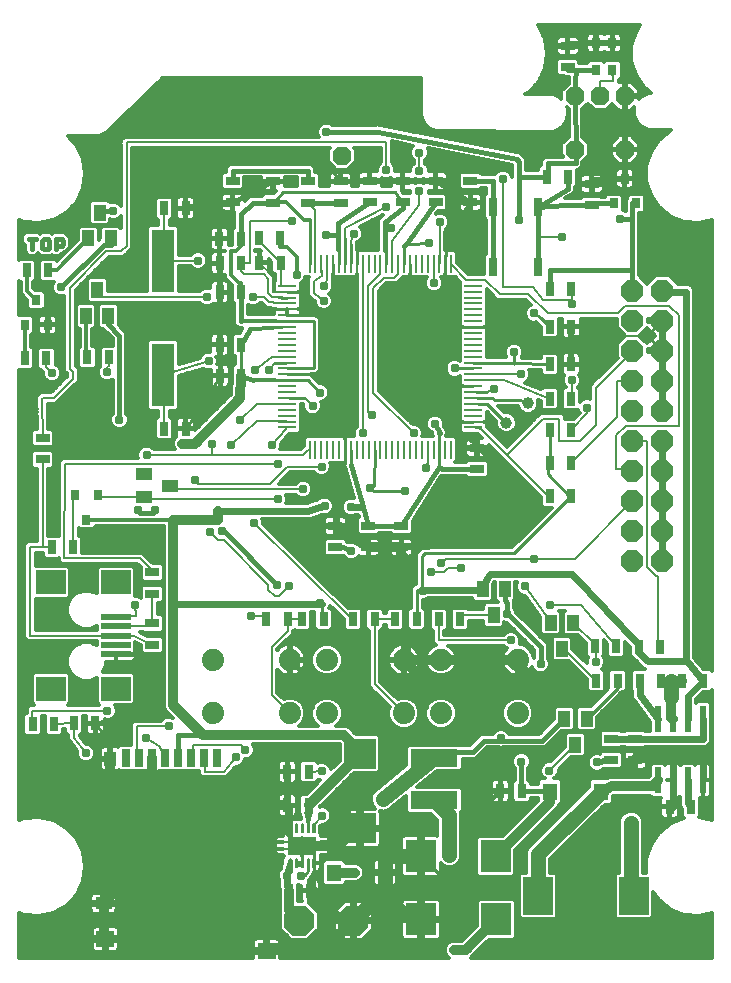
<source format=gtl>
G75*
G70*
%OFA0B0*%
%FSLAX24Y24*%
%IPPOS*%
%LPD*%
%AMOC8*
5,1,8,0,0,1.08239X$1,22.5*
%
%ADD10C,0.0150*%
%ADD11R,0.0591X0.0104*%
%ADD12R,0.0104X0.0591*%
%ADD13R,0.0984X0.0197*%
%ADD14R,0.0984X0.0787*%
%ADD15R,0.0472X0.0315*%
%ADD16R,0.0300X0.0600*%
%ADD17R,0.0315X0.0354*%
%ADD18R,0.0315X0.0472*%
%ADD19R,0.0551X0.0394*%
%ADD20R,0.1496X0.0110*%
%ADD21R,0.0945X0.0642*%
%ADD22C,0.0053*%
%ADD23R,0.1575X0.0591*%
%ADD24R,0.0500X0.0579*%
%ADD25OC8,0.1000*%
%ADD26R,0.1063X0.1004*%
%ADD27R,0.0236X0.0866*%
%ADD28R,0.1004X0.1063*%
%ADD29R,0.0984X0.1260*%
%ADD30R,0.0760X0.2100*%
%ADD31OC8,0.0740*%
%ADD32C,0.0740*%
%ADD33R,0.0394X0.0551*%
%ADD34R,0.0591X0.0531*%
%ADD35R,0.0394X0.0512*%
%ADD36R,0.0295X0.0591*%
%ADD37OC8,0.0630*%
%ADD38C,0.0160*%
%ADD39C,0.0310*%
%ADD40C,0.0240*%
%ADD41C,0.0100*%
%ADD42C,0.0320*%
%ADD43C,0.0120*%
%ADD44C,0.0140*%
%ADD45C,0.0080*%
%ADD46C,0.0200*%
%ADD47C,0.0500*%
%ADD48C,0.0396*%
%ADD49C,0.0110*%
D10*
X001597Y025833D02*
X001597Y026183D01*
X001481Y026183D02*
X001714Y026183D01*
X001941Y026125D02*
X001941Y025891D01*
X001999Y025833D01*
X002116Y025833D01*
X002174Y025891D01*
X002174Y026125D01*
X002116Y026183D01*
X001999Y026183D01*
X001941Y026125D01*
X002401Y026183D02*
X002401Y025833D01*
X002401Y025949D02*
X002576Y025949D01*
X002635Y026008D01*
X002635Y026125D01*
X002576Y026183D01*
X002401Y026183D01*
D11*
X010105Y024620D03*
X010105Y024423D03*
X010105Y024226D03*
X010105Y024029D03*
X010105Y023832D03*
X010105Y023636D03*
X010105Y023439D03*
X010105Y023242D03*
X010105Y023045D03*
X010105Y022848D03*
X010105Y022651D03*
X010105Y022454D03*
X010105Y022258D03*
X010105Y022061D03*
X010105Y021864D03*
X010105Y021667D03*
X010105Y021470D03*
X010105Y021273D03*
X010105Y021077D03*
X010105Y020880D03*
X010105Y020683D03*
X010105Y020486D03*
X010105Y020289D03*
X010105Y020092D03*
X010105Y019895D03*
X016306Y019895D03*
X016306Y020092D03*
X016306Y020289D03*
X016306Y020486D03*
X016306Y020683D03*
X016306Y020880D03*
X016306Y021077D03*
X016306Y021273D03*
X016306Y021470D03*
X016306Y021667D03*
X016306Y021864D03*
X016306Y022061D03*
X016306Y022258D03*
X016306Y022454D03*
X016306Y022651D03*
X016306Y022848D03*
X016306Y023045D03*
X016306Y023242D03*
X016306Y023439D03*
X016306Y023636D03*
X016306Y023832D03*
X016306Y024029D03*
X016306Y024226D03*
X016306Y024423D03*
X016306Y024620D03*
D12*
X015568Y025358D03*
X015371Y025358D03*
X015174Y025358D03*
X014977Y025358D03*
X014780Y025358D03*
X014583Y025358D03*
X014387Y025358D03*
X014190Y025358D03*
X013993Y025358D03*
X013796Y025358D03*
X013599Y025358D03*
X013402Y025358D03*
X013206Y025358D03*
X013009Y025358D03*
X012812Y025358D03*
X012615Y025358D03*
X012418Y025358D03*
X012221Y025358D03*
X012024Y025358D03*
X011828Y025358D03*
X011631Y025358D03*
X011434Y025358D03*
X011237Y025358D03*
X011040Y025358D03*
X010843Y025358D03*
X010843Y019157D03*
X011040Y019157D03*
X011237Y019157D03*
X011434Y019157D03*
X011631Y019157D03*
X011828Y019157D03*
X012024Y019157D03*
X012221Y019157D03*
X012418Y019157D03*
X012615Y019157D03*
X012812Y019157D03*
X013009Y019157D03*
X013206Y019157D03*
X013402Y019157D03*
X013599Y019157D03*
X013796Y019157D03*
X013993Y019157D03*
X014190Y019157D03*
X014387Y019157D03*
X014583Y019157D03*
X014780Y019157D03*
X014977Y019157D03*
X015174Y019157D03*
X015371Y019157D03*
X015568Y019157D03*
D13*
X004390Y013588D03*
X004390Y013273D03*
X004390Y012958D03*
X004390Y012643D03*
X004390Y012328D03*
D14*
X004390Y011186D03*
X002224Y011186D03*
X002224Y014729D03*
X004390Y014729D03*
D15*
X005606Y015062D03*
X005606Y014353D03*
X005606Y013362D03*
X005606Y012653D03*
X001946Y018833D03*
X001946Y019542D03*
X008286Y027403D03*
X008286Y028112D03*
X009626Y028102D03*
X009626Y027393D03*
X010806Y027393D03*
X010806Y028102D03*
X011876Y028102D03*
X011876Y027393D03*
X012856Y027403D03*
X012856Y028112D03*
X013956Y028112D03*
X013956Y027403D03*
X015056Y027403D03*
X015056Y028112D03*
X016206Y028112D03*
X016206Y027403D03*
X019456Y031903D03*
X019456Y032612D03*
X020256Y028012D03*
X020256Y027303D03*
X016426Y019212D03*
X016426Y018503D03*
X013906Y016612D03*
X013906Y015903D03*
X012806Y015903D03*
X012806Y016612D03*
X011706Y016612D03*
X011706Y015903D03*
X020906Y009512D03*
X020906Y008803D03*
X021706Y008803D03*
X021706Y009512D03*
D16*
X018456Y025258D03*
X016956Y025258D03*
X016956Y027258D03*
X018456Y027258D03*
D17*
X020981Y027364D03*
X021356Y028191D03*
X021730Y027364D03*
X020941Y031805D03*
X020390Y031805D03*
X020390Y032710D03*
X020941Y032710D03*
X003780Y017651D03*
X003406Y016825D03*
X003031Y017651D03*
X002110Y023314D03*
X001736Y024141D03*
X001361Y023314D03*
D18*
X001361Y022198D03*
X002070Y022198D03*
X003441Y022228D03*
X004150Y022228D03*
X006001Y019858D03*
X006710Y019858D03*
X007861Y021618D03*
X008570Y021618D03*
X008560Y022658D03*
X007851Y022658D03*
X007851Y024408D03*
X008560Y024408D03*
X008557Y025368D03*
X008550Y026188D03*
X009161Y026198D03*
X009870Y026198D03*
X009880Y025388D03*
X009171Y025388D03*
X007848Y025368D03*
X007841Y026188D03*
X006710Y027208D03*
X006001Y027208D03*
X002130Y025138D03*
X001421Y025138D03*
X002251Y015908D03*
X002960Y015908D03*
X002991Y010028D03*
X002320Y010008D03*
X001611Y010008D03*
X003700Y010028D03*
X009401Y013508D03*
X010110Y013508D03*
X010601Y013508D03*
X011310Y013508D03*
X012301Y013508D03*
X013010Y013508D03*
X013701Y013508D03*
X014410Y013508D03*
X015151Y013508D03*
X015860Y013508D03*
X018851Y017608D03*
X019560Y017608D03*
X019560Y018708D03*
X018851Y018708D03*
X018851Y019808D03*
X019560Y019808D03*
X019560Y020858D03*
X018851Y020858D03*
X018851Y022008D03*
X019560Y022008D03*
X019560Y023258D03*
X018851Y023258D03*
X018851Y024508D03*
X019560Y024508D03*
X019460Y028258D03*
X018751Y028258D03*
X020351Y012608D03*
X021060Y012608D03*
X021831Y012588D03*
X022540Y012588D03*
X022560Y011458D03*
X023251Y011458D03*
X023960Y011458D03*
X021851Y011458D03*
X021110Y011458D03*
X020401Y011458D03*
X017910Y007778D03*
X017201Y007778D03*
X022851Y007258D03*
X023560Y007258D03*
X010810Y007308D03*
X010101Y007308D03*
X010101Y008418D03*
X010810Y008418D03*
X010860Y004448D03*
X010151Y004448D03*
D19*
X003976Y004029D03*
X005322Y017584D03*
X005322Y018332D03*
X006189Y017958D03*
D20*
X010606Y006066D03*
X010606Y005849D03*
D21*
X010606Y005958D03*
D22*
X010579Y006397D02*
X010579Y006679D01*
X010633Y006679D01*
X010633Y006397D01*
X010579Y006397D01*
X010579Y006449D02*
X010633Y006449D01*
X010633Y006501D02*
X010579Y006501D01*
X010579Y006553D02*
X010633Y006553D01*
X010633Y006605D02*
X010579Y006605D01*
X010579Y006657D02*
X010633Y006657D01*
X010775Y006679D02*
X010775Y006397D01*
X010775Y006679D02*
X010829Y006679D01*
X010829Y006397D01*
X010775Y006397D01*
X010775Y006449D02*
X010829Y006449D01*
X010829Y006501D02*
X010775Y006501D01*
X010775Y006553D02*
X010829Y006553D01*
X010829Y006605D02*
X010775Y006605D01*
X010775Y006657D02*
X010829Y006657D01*
X010972Y006679D02*
X010972Y006397D01*
X010972Y006679D02*
X011026Y006679D01*
X011026Y006397D01*
X010972Y006397D01*
X010972Y006449D02*
X011026Y006449D01*
X011026Y006501D02*
X010972Y006501D01*
X010972Y006553D02*
X011026Y006553D01*
X011026Y006605D02*
X010972Y006605D01*
X010972Y006657D02*
X011026Y006657D01*
X010382Y006679D02*
X010382Y006397D01*
X010382Y006679D02*
X010436Y006679D01*
X010436Y006397D01*
X010382Y006397D01*
X010382Y006449D02*
X010436Y006449D01*
X010436Y006501D02*
X010382Y006501D01*
X010382Y006553D02*
X010436Y006553D01*
X010436Y006605D02*
X010382Y006605D01*
X010382Y006657D02*
X010436Y006657D01*
X010185Y006679D02*
X010185Y006397D01*
X010185Y006679D02*
X010239Y006679D01*
X010239Y006397D01*
X010185Y006397D01*
X010185Y006449D02*
X010239Y006449D01*
X010239Y006501D02*
X010185Y006501D01*
X010185Y006553D02*
X010239Y006553D01*
X010239Y006605D02*
X010185Y006605D01*
X010185Y006657D02*
X010239Y006657D01*
X010239Y005518D02*
X010239Y005236D01*
X010185Y005236D01*
X010185Y005518D01*
X010239Y005518D01*
X010239Y005288D02*
X010185Y005288D01*
X010185Y005340D02*
X010239Y005340D01*
X010239Y005392D02*
X010185Y005392D01*
X010185Y005444D02*
X010239Y005444D01*
X010239Y005496D02*
X010185Y005496D01*
X010436Y005518D02*
X010436Y005236D01*
X010382Y005236D01*
X010382Y005518D01*
X010436Y005518D01*
X010436Y005288D02*
X010382Y005288D01*
X010382Y005340D02*
X010436Y005340D01*
X010436Y005392D02*
X010382Y005392D01*
X010382Y005444D02*
X010436Y005444D01*
X010436Y005496D02*
X010382Y005496D01*
X010633Y005518D02*
X010633Y005236D01*
X010579Y005236D01*
X010579Y005518D01*
X010633Y005518D01*
X010633Y005288D02*
X010579Y005288D01*
X010579Y005340D02*
X010633Y005340D01*
X010633Y005392D02*
X010579Y005392D01*
X010579Y005444D02*
X010633Y005444D01*
X010633Y005496D02*
X010579Y005496D01*
X010829Y005518D02*
X010829Y005236D01*
X010775Y005236D01*
X010775Y005518D01*
X010829Y005518D01*
X010829Y005288D02*
X010775Y005288D01*
X010775Y005340D02*
X010829Y005340D01*
X010829Y005392D02*
X010775Y005392D01*
X010775Y005444D02*
X010829Y005444D01*
X010829Y005496D02*
X010775Y005496D01*
X011026Y005518D02*
X011026Y005236D01*
X010972Y005236D01*
X010972Y005518D01*
X011026Y005518D01*
X011026Y005288D02*
X010972Y005288D01*
X010972Y005340D02*
X011026Y005340D01*
X011026Y005392D02*
X010972Y005392D01*
X010972Y005444D02*
X011026Y005444D01*
X011026Y005496D02*
X010972Y005496D01*
D23*
X015006Y007466D03*
X015006Y008883D03*
D24*
X013352Y005058D03*
X011659Y005058D03*
X018859Y007758D03*
X020552Y007758D03*
D25*
X012306Y003458D03*
X010506Y003458D03*
D26*
X012526Y006530D03*
X012526Y009026D03*
D27*
X022456Y008134D03*
X022956Y008134D03*
X023456Y008134D03*
X023956Y008134D03*
X023956Y010181D03*
X023456Y010181D03*
X022956Y010181D03*
X022456Y010181D03*
D28*
X017054Y005608D03*
X017064Y003498D03*
X014567Y003498D03*
X014557Y005608D03*
D29*
X018461Y004278D03*
X021650Y004278D03*
D30*
X005956Y021658D03*
X005956Y025458D03*
D31*
X021606Y024458D03*
X022606Y024458D03*
X022606Y023458D03*
X022606Y022458D03*
X022606Y021458D03*
X022606Y020458D03*
X022606Y019458D03*
X022606Y018458D03*
X022606Y017458D03*
X022606Y016458D03*
X022606Y015458D03*
X021606Y015458D03*
X021606Y016458D03*
X021606Y017458D03*
X021606Y018458D03*
X021606Y019458D03*
X021606Y020458D03*
X021606Y021458D03*
X021606Y022458D03*
X021606Y023458D03*
D32*
X017786Y012148D03*
X017786Y010368D03*
X015226Y010368D03*
X013986Y010368D03*
X013986Y012148D03*
X015226Y012148D03*
X011426Y012148D03*
X010186Y012148D03*
X010186Y010368D03*
X011426Y010368D03*
X007626Y010368D03*
X007626Y012148D03*
D33*
X004140Y023605D03*
X003766Y024471D03*
X003391Y023605D03*
X003471Y026195D03*
X004220Y026195D03*
X003846Y027061D03*
X016611Y014511D03*
X016986Y013645D03*
X017360Y014511D03*
X018881Y013391D03*
X019630Y013391D03*
X019256Y012525D03*
X019331Y010191D03*
X020080Y010191D03*
X019706Y009325D03*
D34*
X009409Y002445D03*
X004035Y002838D03*
D35*
X004202Y008852D03*
D36*
X004734Y008872D03*
X005167Y008872D03*
X005600Y008872D03*
X006033Y008872D03*
X006466Y008872D03*
X006899Y008872D03*
X007332Y008872D03*
X007765Y008872D03*
D37*
X011916Y028958D03*
X019706Y029158D03*
X019706Y030934D03*
X020536Y030934D03*
X021356Y030934D03*
X021356Y029158D03*
D38*
X021346Y029158D01*
X021346Y028191D01*
X021356Y028191D01*
X021356Y028178D01*
X020306Y028178D01*
X020306Y028012D01*
X020256Y028012D01*
X020256Y027658D01*
X019736Y027658D01*
X019460Y027858D02*
X019460Y028258D01*
X019460Y027858D02*
X018456Y027258D01*
X018456Y026238D01*
X018456Y025258D01*
X018851Y025158D02*
X021606Y025158D01*
X021606Y024458D01*
X021606Y025158D02*
X021606Y026858D01*
X021206Y026858D01*
X021606Y026858D02*
X021606Y027364D01*
X021730Y027364D01*
X020981Y027364D02*
X020256Y027364D01*
X020256Y027303D01*
X019356Y027303D01*
X019306Y027303D01*
X019356Y027303D02*
X018456Y027258D01*
X017836Y026798D02*
X017836Y028268D01*
X017826Y028258D01*
X017826Y028758D01*
X017746Y028838D01*
X013126Y029758D01*
X011406Y029755D01*
X010806Y028458D02*
X010806Y028102D01*
X010806Y028458D02*
X008286Y028458D01*
X008286Y028112D01*
X008286Y027403D02*
X008206Y027358D01*
X007806Y027358D01*
X007806Y028788D01*
X007841Y027336D02*
X007741Y027336D01*
X007841Y027336D02*
X007841Y026188D01*
X007841Y025375D01*
X007848Y025368D01*
X007841Y026188D02*
X007849Y024415D01*
X007861Y021618D01*
X007851Y022658D01*
X008560Y022658D02*
X008854Y023193D01*
X008565Y023443D02*
X008560Y024408D01*
X008550Y026188D02*
X008566Y026203D01*
X008566Y026998D01*
X008956Y027388D01*
X009631Y027388D01*
X009626Y028102D02*
X008286Y027403D01*
X010806Y027393D02*
X011876Y027393D01*
X011794Y026717D02*
X011794Y026326D01*
X011403Y026326D01*
X011794Y026326D02*
X011794Y025838D01*
X011794Y026717D02*
X012856Y027403D01*
X012856Y028112D02*
X012305Y028106D01*
X012364Y028095D01*
X012305Y028106D02*
X011876Y028102D01*
X012856Y028112D02*
X013956Y028112D01*
X015056Y028112D01*
X016206Y027403D01*
X016206Y026858D01*
X016206Y027403D02*
X015401Y025918D01*
X014085Y026061D02*
X015056Y027403D01*
X016206Y028112D02*
X016956Y028112D01*
X016956Y027258D01*
X016956Y025258D01*
X015373Y024398D02*
X015376Y023238D01*
X015346Y023238D01*
X015346Y021268D01*
X015366Y020088D01*
X016411Y019332D01*
X016426Y019212D01*
X016426Y018503D02*
X015260Y018503D01*
X015172Y018592D01*
X013906Y016612D01*
X012806Y016612D01*
X012811Y016612D02*
X012803Y016640D01*
X012595Y017369D01*
X012236Y018628D01*
X012839Y017893D02*
X012856Y017888D01*
X011946Y015903D02*
X012226Y015778D01*
X011946Y015903D02*
X011706Y015903D01*
X009756Y014658D02*
X007986Y016428D01*
X007926Y016428D01*
X005696Y017138D02*
X005616Y017058D01*
X005196Y017058D01*
X005116Y017138D01*
X003792Y017584D02*
X003780Y017651D01*
X003031Y017651D02*
X002960Y017580D01*
X004506Y020158D02*
X004506Y022958D01*
X004136Y023328D01*
X004136Y023598D01*
X004140Y023605D01*
X002566Y024568D02*
X003976Y025978D01*
X004216Y025978D01*
X004216Y026188D01*
X004220Y026195D01*
X004296Y027118D02*
X003986Y027118D01*
X003846Y027061D01*
X003906Y027138D01*
X008570Y021618D02*
X008956Y021468D01*
X011336Y021667D02*
X012026Y019958D01*
X011336Y021667D02*
X011338Y023637D01*
X013366Y025818D02*
X013368Y026737D01*
X013946Y027198D01*
X013956Y027403D01*
X014085Y026061D02*
X013996Y025938D01*
X017826Y028258D02*
X018751Y028258D01*
X018786Y028258D01*
X018786Y028698D01*
X019710Y028698D01*
X019709Y029141D01*
X019706Y030891D01*
X019706Y031458D01*
X019710Y031798D01*
X020390Y031805D01*
X019456Y031805D01*
X019456Y031903D01*
X018906Y031498D02*
X018906Y033148D01*
X018906Y033158D01*
X021346Y033158D01*
X021346Y032738D01*
X021346Y030958D01*
X021356Y030934D01*
X021346Y030958D02*
X021346Y029158D01*
X019456Y032612D02*
X019456Y032710D01*
X020390Y032710D01*
X020941Y032710D01*
X020981Y032738D01*
X021346Y032738D01*
X018851Y025158D02*
X018851Y024508D01*
X019560Y023258D02*
X019570Y022958D01*
X019560Y022878D01*
X019560Y022008D01*
X019560Y023258D02*
X019626Y023258D01*
X015026Y020018D02*
X015186Y019698D01*
X015173Y019718D01*
X016611Y014659D02*
X016611Y014511D01*
X016626Y014658D01*
X016611Y014511D02*
X016611Y014469D01*
X017356Y014508D02*
X017356Y014128D01*
X017436Y014048D01*
X017436Y013688D01*
X017496Y013638D01*
X017886Y013248D01*
X017896Y013248D01*
X018566Y012578D01*
X018566Y012028D01*
X018546Y012008D01*
X017786Y011978D02*
X017786Y012148D01*
X017356Y014508D02*
X017360Y014511D01*
X014066Y012208D02*
X013986Y012148D01*
X012846Y011018D02*
X013366Y010508D01*
X013366Y009729D01*
X012606Y008958D02*
X012460Y008958D01*
X012846Y011018D02*
X011316Y011018D01*
X010186Y012148D01*
X007286Y009648D02*
X006466Y009638D01*
X006466Y008872D01*
X010101Y007308D02*
X010212Y007308D01*
X010126Y007118D02*
X010126Y006358D01*
X010212Y006066D02*
X010606Y006066D01*
X010606Y005958D01*
X010606Y005849D01*
X010606Y005958D02*
X010999Y005958D01*
X010176Y005458D02*
X010107Y005146D01*
X010146Y005138D01*
X010185Y005112D01*
X010107Y005146D02*
X010066Y004958D01*
X010086Y004623D02*
X010151Y004448D01*
X010860Y004448D02*
X010999Y004558D01*
X010810Y007308D02*
X010802Y007308D01*
X014266Y003498D02*
X014567Y003498D01*
X017910Y007778D02*
X017906Y007848D01*
X017906Y008758D01*
X017226Y009458D02*
X017226Y009528D01*
X017226Y009458D02*
X018598Y009458D01*
X019331Y010191D01*
X020416Y008728D02*
X020546Y008728D01*
X020626Y008808D01*
X020906Y008808D01*
X020906Y008803D01*
X018859Y007758D02*
X018839Y007778D01*
X017910Y007778D01*
X018859Y007758D02*
X018859Y007607D01*
X017226Y009458D02*
X016656Y009458D01*
X016286Y009088D01*
X015006Y009058D01*
X015006Y008883D01*
X021831Y012392D02*
X021831Y012588D01*
D39*
X020386Y012078D03*
X018886Y010878D03*
X018546Y012008D03*
X017566Y012798D03*
X017436Y013688D03*
X018026Y014598D03*
X018316Y015498D03*
X018871Y013981D03*
X015906Y015208D03*
X015216Y015378D03*
X014896Y015088D03*
X014616Y014458D03*
X012226Y015778D03*
X012216Y017248D03*
X012856Y017888D03*
X014026Y017768D03*
X014722Y018546D03*
X014316Y019698D03*
X015026Y020018D03*
X015676Y021863D03*
X017006Y021188D03*
X017666Y022408D03*
X017896Y021668D03*
X018336Y023698D03*
X019586Y024018D03*
X019266Y026258D03*
X019736Y027658D03*
X021206Y026858D03*
X017836Y026798D03*
X017296Y028178D03*
X016206Y026858D03*
X015189Y026744D03*
X014826Y026028D03*
X014986Y024718D03*
X013550Y026555D03*
X013404Y027253D03*
X013400Y028488D03*
X012364Y028095D03*
X012326Y026353D03*
X012613Y025996D03*
X011403Y026326D03*
X010246Y026788D03*
X010416Y024988D03*
X011322Y024605D03*
X011316Y024118D03*
X009506Y021808D03*
X009026Y021796D03*
X008526Y020138D03*
X008216Y019298D03*
X007586Y019338D03*
X007016Y018128D03*
X006606Y019358D03*
X005409Y018976D03*
X004506Y020158D03*
X004096Y021738D03*
X002306Y023778D03*
X002566Y024568D03*
X004296Y027118D03*
X007126Y025458D03*
X007416Y024248D03*
X008231Y023569D03*
X008966Y024248D03*
X009276Y023838D03*
X007476Y022108D03*
X009586Y019298D03*
X009786Y018678D03*
X009786Y017498D03*
X010636Y017838D03*
X011346Y017278D03*
X011246Y018588D03*
X012626Y019698D03*
X012916Y020298D03*
X011186Y021058D03*
X010946Y020618D03*
X008978Y016706D03*
X007926Y016428D03*
X007526Y016418D03*
X007806Y017098D03*
X005696Y017138D03*
X005116Y017138D03*
X005041Y013964D03*
X004106Y010458D03*
X003386Y009038D03*
X005405Y009554D03*
X006146Y009938D03*
X008386Y008898D03*
X008706Y009138D03*
X011266Y008428D03*
X011266Y006958D03*
X010566Y004928D03*
X010086Y004958D03*
X012366Y005058D03*
X013296Y007508D03*
X015506Y005658D03*
X015656Y002478D03*
X018839Y008458D03*
X017906Y008758D03*
X017226Y009528D03*
X020416Y008728D03*
X021299Y008394D03*
X021566Y006718D03*
X022906Y010898D03*
X020096Y020558D03*
X019586Y021478D03*
X014508Y027778D03*
X014506Y028458D03*
X014506Y029058D03*
X011406Y029755D03*
X007806Y028788D03*
X002266Y021708D03*
X008906Y013618D03*
X009756Y014658D03*
X010166Y014598D03*
X011206Y014058D03*
X018906Y031498D03*
X018906Y033148D03*
X021346Y033158D03*
X021336Y031518D03*
D40*
X022626Y024418D02*
X023396Y024418D01*
X023396Y012178D01*
X023410Y012098D02*
X022126Y012098D01*
X021831Y012392D01*
X021826Y012658D02*
X019586Y014998D01*
X016866Y014998D01*
X016626Y014658D01*
X016611Y014469D02*
X014596Y014469D01*
X014806Y015958D02*
X013906Y015958D01*
X014806Y015958D02*
X017306Y018458D01*
X016506Y019258D01*
X012606Y017258D02*
X012216Y017248D01*
X011706Y016612D02*
X011926Y018548D01*
X011346Y017278D02*
X011166Y017228D01*
X010796Y017098D01*
X007806Y017098D01*
X006306Y014018D02*
X011266Y014018D01*
X012460Y008958D02*
X010810Y007308D01*
X010101Y007308D02*
X010101Y008418D01*
X012046Y006258D02*
X012304Y006258D01*
X012526Y006530D01*
X010086Y004958D02*
X010086Y004623D01*
X016874Y005361D02*
X017054Y005608D01*
X020906Y009512D02*
X021706Y009512D01*
X023956Y009512D01*
X023956Y010181D01*
X023456Y010181D02*
X023456Y010953D01*
X023960Y011458D01*
X023410Y012098D01*
X023251Y011458D02*
X022560Y011458D01*
X021851Y011458D02*
X021856Y010993D01*
X022456Y010181D01*
X022946Y008958D02*
X022946Y008923D01*
X022956Y008134D01*
X022946Y008134D01*
X022946Y008923D01*
X022946Y008958D02*
X023956Y008958D01*
X023956Y008134D01*
X023456Y008134D02*
X023456Y007362D01*
X023560Y007258D01*
X022956Y007258D02*
X022956Y008134D01*
X022956Y007258D02*
X022851Y007258D01*
D41*
X020080Y010191D02*
X021110Y011221D01*
X021110Y011458D01*
X021831Y012588D02*
X021826Y012658D01*
X023396Y012178D02*
X023410Y012098D01*
X019506Y017538D02*
X019560Y017608D01*
X019506Y017618D01*
X018786Y018338D01*
X018786Y018658D01*
X018851Y018708D01*
X018866Y018738D01*
X018866Y019778D01*
X018851Y019808D01*
X018118Y020702D02*
X017846Y020798D01*
X017016Y020798D01*
X016936Y020878D01*
X016426Y020878D01*
X016472Y020682D02*
X016772Y020682D01*
X017406Y020058D01*
X016756Y021078D02*
X016396Y021078D01*
X016306Y021273D02*
X015346Y021268D01*
X015676Y021863D02*
X016306Y021864D01*
X016309Y022058D02*
X016306Y022061D01*
X016309Y022058D02*
X017226Y022058D01*
X017666Y022033D01*
X017666Y022018D01*
X017666Y022408D01*
X017666Y022033D02*
X018851Y022008D01*
X019560Y022878D02*
X019586Y022898D01*
X019560Y022878D02*
X017106Y022878D01*
X016806Y023158D01*
X016726Y023238D01*
X016386Y023238D01*
X016306Y023242D01*
X015346Y023238D01*
X015373Y024398D02*
X015371Y025358D01*
X015376Y025828D01*
X015376Y025892D01*
X015401Y025918D01*
X015371Y025928D01*
X015386Y025928D01*
X014826Y026028D02*
X014146Y026018D01*
X014085Y026061D01*
X013996Y025938D02*
X013996Y025358D01*
X013993Y025358D01*
X014190Y025358D02*
X014191Y024430D01*
X014225Y024398D01*
X014226Y024338D01*
X013402Y025358D02*
X013401Y025629D01*
X013401Y025789D01*
X013366Y025818D01*
X013550Y026555D02*
X013408Y026737D01*
X013368Y026737D01*
X013956Y027403D02*
X013906Y027458D01*
X013706Y027738D01*
X009970Y027738D01*
X009626Y027393D01*
X009631Y027388D01*
X010843Y026800D02*
X010843Y025358D01*
X011630Y025346D02*
X011645Y024177D01*
X011666Y024178D01*
X011666Y024018D01*
X011346Y023698D01*
X011338Y023637D01*
X010906Y023636D01*
X010906Y023636D01*
X010105Y023636D01*
X010105Y023636D01*
X010105Y023832D01*
X010104Y023833D01*
X009641Y023833D01*
X009276Y023838D01*
X009616Y023238D02*
X009906Y023238D01*
X009910Y023242D01*
X009722Y023439D02*
X010105Y023439D01*
X010531Y023439D01*
X010531Y023438D01*
X010986Y023429D01*
X010996Y021868D01*
X010105Y021868D01*
X010105Y021864D01*
X010105Y021668D02*
X010966Y021668D01*
X011336Y021667D01*
X010794Y021471D02*
X011186Y021058D01*
X010686Y020878D02*
X010146Y020878D01*
X010105Y021470D02*
X010154Y021471D01*
X010794Y021471D01*
X010105Y021470D02*
X009694Y021470D01*
X010105Y021667D02*
X010105Y021668D01*
X010055Y022059D02*
X009705Y022059D01*
X009626Y023198D02*
X009616Y023208D01*
X009616Y023238D01*
X009722Y023439D02*
X009722Y023440D01*
X009715Y023448D01*
X009877Y024226D02*
X010105Y024226D01*
X010105Y024423D02*
X010705Y024418D01*
X010705Y023636D01*
X010906Y023636D01*
X011646Y024165D02*
X011645Y024177D01*
X011630Y025346D02*
X011631Y025358D01*
X011828Y025358D02*
X011831Y025388D01*
X011826Y025838D01*
X011794Y025838D01*
X012024Y026207D02*
X012024Y025358D01*
X012226Y025378D02*
X012221Y026017D01*
X012418Y025770D02*
X012526Y025908D01*
X012613Y025996D01*
X012418Y025770D02*
X012418Y025358D01*
X011876Y028102D02*
X011826Y028178D01*
X011246Y028788D01*
X007806Y028788D01*
X007906Y024418D02*
X007849Y024415D01*
X007851Y024408D02*
X007906Y024418D01*
X008231Y023569D02*
X008228Y023565D01*
X008223Y023565D01*
X008560Y022658D02*
X008546Y022578D01*
X008546Y021778D01*
X008570Y021618D01*
X007861Y021618D02*
X006710Y019858D01*
X009877Y024226D02*
X009876Y024228D01*
X012026Y019958D02*
X012024Y019157D01*
X012023Y018701D01*
X012026Y018882D01*
X012023Y018701D02*
X011926Y018548D01*
X012225Y018622D02*
X012221Y019157D01*
X013009Y019157D02*
X012999Y017961D01*
X012839Y017893D01*
X012976Y017778D01*
X014026Y017768D01*
X015172Y018592D02*
X015174Y019157D01*
X015173Y019718D01*
X015366Y020088D02*
X016306Y020092D01*
X018786Y023298D02*
X018851Y023258D01*
X018786Y023298D02*
X018546Y023538D01*
X018336Y023698D01*
X022076Y022958D02*
X022546Y022498D01*
X022606Y022458D01*
X022626Y022418D01*
X022626Y021458D01*
X022606Y021458D01*
X022626Y021458D02*
X022626Y020498D01*
X022606Y020458D01*
X022076Y022958D02*
X022546Y023458D01*
X022606Y023458D01*
X022626Y024418D02*
X022606Y024458D01*
X019746Y029138D02*
X019709Y029141D01*
X019706Y029158D02*
X019746Y029138D01*
X019706Y030891D02*
X019746Y030898D01*
X019706Y030934D01*
X021336Y030978D02*
X021356Y030934D01*
X021336Y030978D02*
X021336Y031518D01*
X019506Y017538D02*
X017666Y015698D01*
X014676Y015698D01*
X014596Y015618D01*
X014596Y014469D01*
X014626Y014498D01*
X014616Y014458D01*
X014596Y014469D02*
X014410Y014469D01*
X014410Y013508D01*
X013906Y015903D02*
X013906Y015958D01*
X012866Y016658D02*
X012806Y016612D01*
X012803Y016640D02*
X012866Y016658D01*
X012606Y017258D02*
X012626Y017378D01*
X012595Y017369D01*
X011206Y014058D02*
X011246Y014018D01*
X011266Y014018D01*
X011266Y013538D01*
X011310Y013508D01*
X010802Y007308D02*
X010802Y006538D01*
X010796Y006748D02*
X010703Y007070D01*
X010212Y007308D02*
X010212Y006538D01*
X010212Y006066D01*
X010606Y005849D02*
X010606Y005377D01*
X010586Y005295D02*
X010436Y005295D01*
X010409Y005323D01*
X010409Y005377D01*
X010212Y005377D02*
X010212Y005154D01*
X010802Y005204D02*
X010802Y005377D01*
X010999Y005377D02*
X010999Y004958D01*
X010986Y004958D01*
X010786Y004668D01*
X010886Y004618D02*
X010966Y004888D01*
X010999Y004958D02*
X010999Y004558D01*
X010999Y005377D02*
X010999Y005958D01*
X010126Y007118D02*
X010126Y007283D01*
X010101Y007308D01*
X006466Y008872D02*
X006466Y008898D01*
X005170Y010418D02*
X003700Y010028D01*
X004202Y009365D01*
X004202Y008852D01*
X005170Y010418D02*
X005163Y011634D01*
X005163Y012328D01*
X004390Y012328D01*
X002110Y023314D02*
X002146Y023378D01*
X002146Y023778D01*
X002306Y023778D01*
D42*
X006606Y019358D02*
X007026Y019358D01*
X008530Y020862D01*
X008570Y021618D01*
X007806Y017098D02*
X007806Y016825D01*
X006306Y016825D01*
X006306Y014018D01*
X006306Y010628D01*
X007286Y009648D01*
X007296Y009638D01*
X012006Y009638D01*
X012606Y008958D01*
X012526Y009026D02*
X010810Y007308D01*
X010101Y007308D02*
X005600Y007308D01*
X005600Y007258D01*
X004202Y007258D01*
X004202Y008852D01*
X004202Y007258D02*
X004202Y004256D01*
X003976Y004029D01*
X003976Y002897D01*
X004035Y002838D01*
X005600Y007308D02*
X005600Y008872D01*
X010151Y004448D02*
X010151Y003812D01*
X010506Y003458D01*
X010860Y004448D02*
X012306Y003112D01*
X012306Y003458D01*
X011406Y002558D01*
X009696Y002558D01*
X009409Y002445D01*
X011659Y005058D02*
X012366Y005058D01*
X011786Y005958D02*
X010999Y005958D01*
X011786Y005958D02*
X012046Y006218D01*
X012046Y006258D01*
X012046Y007518D01*
X012706Y008258D01*
X013366Y008258D01*
X013366Y009729D01*
X014597Y009729D01*
X016076Y009748D01*
X016076Y011148D01*
X014946Y011148D01*
X014326Y011768D01*
X013986Y012148D01*
X017786Y012148D01*
X017786Y011978D02*
X018886Y010878D01*
X020552Y007758D02*
X020928Y007934D01*
X022305Y007932D01*
X022456Y008134D01*
X022946Y008923D02*
X021826Y008928D01*
X021706Y008803D01*
X021299Y008397D01*
X021299Y008394D01*
X022906Y010231D02*
X022906Y010898D01*
X022906Y010231D02*
X022908Y010218D01*
X022913Y010206D01*
X022921Y010196D01*
X022931Y010188D01*
X022943Y010183D01*
X022956Y010181D01*
X022906Y011458D02*
X023251Y011458D01*
X018859Y007758D02*
X018859Y007413D01*
X017054Y005608D01*
X017064Y003498D02*
X016044Y002478D01*
X015656Y002478D01*
X014266Y003498D02*
X013306Y004458D01*
X014066Y012208D02*
X014066Y013083D01*
X014056Y013073D01*
X014056Y013923D02*
X014064Y013925D01*
X014066Y015498D01*
X013906Y015658D01*
X013906Y015903D01*
X012806Y015903D01*
X011706Y016612D01*
X021556Y004272D02*
X021650Y004278D01*
D43*
X001165Y003706D02*
X001165Y002218D01*
X008954Y002218D01*
X008954Y002385D01*
X009349Y002385D01*
X009349Y002505D01*
X009349Y002870D01*
X009093Y002870D01*
X009052Y002859D01*
X009016Y002838D01*
X008986Y002809D01*
X008965Y002772D01*
X008954Y002731D01*
X008954Y002505D01*
X009349Y002505D01*
X009469Y002505D01*
X009469Y002870D01*
X009725Y002870D01*
X009766Y002859D01*
X009803Y002838D01*
X009832Y002809D01*
X009853Y002772D01*
X009864Y002731D01*
X009864Y002505D01*
X009469Y002505D01*
X009469Y002385D01*
X009864Y002385D01*
X009864Y002218D01*
X015479Y002218D01*
X015394Y002303D01*
X015346Y002416D01*
X015346Y002539D01*
X015394Y002653D01*
X015480Y002740D01*
X015594Y002787D01*
X015916Y002787D01*
X016413Y003284D01*
X016413Y004091D01*
X016500Y004178D01*
X017627Y004178D01*
X017714Y004091D01*
X017714Y002904D01*
X017627Y002817D01*
X016820Y002817D01*
X016305Y002303D01*
X016220Y002218D01*
X024246Y002218D01*
X024246Y003697D01*
X023830Y003602D01*
X023830Y003602D01*
X023336Y003639D01*
X023336Y003639D01*
X022876Y003820D01*
X022875Y003820D01*
X022489Y004129D01*
X022489Y004129D01*
X022291Y004418D01*
X022291Y003586D01*
X022204Y003499D01*
X021096Y003499D01*
X021009Y003586D01*
X021009Y004969D01*
X021096Y005057D01*
X021160Y005057D01*
X021167Y006799D01*
X021228Y006945D01*
X021341Y007057D01*
X021488Y007117D01*
X021646Y007116D01*
X021793Y007055D01*
X021905Y006942D01*
X021965Y006795D01*
X021958Y005057D01*
X022064Y005057D01*
X022064Y005505D01*
X022064Y005505D01*
X022210Y005978D01*
X022489Y006387D01*
X022489Y006387D01*
X022875Y006695D01*
X023336Y006876D01*
X023336Y006876D01*
X023337Y006876D01*
X023253Y006960D01*
X023253Y007184D01*
X023227Y007210D01*
X023186Y007308D01*
X023186Y007588D01*
X023172Y007573D01*
X023154Y007562D01*
X023158Y007556D01*
X023169Y007515D01*
X023169Y007276D01*
X022870Y007276D01*
X022870Y007239D01*
X023169Y007239D01*
X023169Y007000D01*
X023158Y006960D01*
X023137Y006923D01*
X023107Y006893D01*
X023070Y006872D01*
X023030Y006861D01*
X022870Y006861D01*
X022870Y007239D01*
X022832Y007239D01*
X022534Y007239D01*
X022534Y007000D01*
X022545Y006960D01*
X022566Y006923D01*
X022595Y006893D01*
X022632Y006872D01*
X022673Y006861D01*
X022832Y006861D01*
X022832Y007239D01*
X022832Y007276D01*
X022534Y007276D01*
X022534Y007515D01*
X022544Y007552D01*
X022276Y007552D01*
X022204Y007624D01*
X020997Y007625D01*
X020951Y007603D01*
X020951Y007407D01*
X020864Y007319D01*
X020678Y007319D01*
X018860Y005501D01*
X018860Y005057D01*
X019015Y005057D01*
X019102Y004969D01*
X019102Y003586D01*
X019015Y003499D01*
X017907Y003499D01*
X017820Y003586D01*
X017820Y004969D01*
X017907Y005057D01*
X018062Y005057D01*
X018062Y005587D01*
X018062Y005746D01*
X018123Y005893D01*
X020153Y007923D01*
X020153Y008109D01*
X020240Y008196D01*
X020753Y008196D01*
X020754Y008196D01*
X020803Y008217D01*
X020853Y008240D01*
X020860Y008240D01*
X020867Y008243D01*
X020922Y008243D01*
X020976Y008245D01*
X020983Y008243D01*
X022150Y008242D01*
X022188Y008293D01*
X022188Y008629D01*
X022276Y008716D01*
X022635Y008716D01*
X022701Y008651D01*
X022709Y008665D01*
X022739Y008695D01*
X022776Y008716D01*
X022816Y008727D01*
X022955Y008727D01*
X022955Y008134D01*
X022768Y008134D01*
X022768Y008134D01*
X022955Y008134D01*
X022955Y008134D01*
X022956Y008134D01*
X022956Y008727D01*
X023095Y008727D01*
X023135Y008716D01*
X023172Y008695D01*
X023202Y008665D01*
X023210Y008651D01*
X023276Y008716D01*
X023635Y008716D01*
X023701Y008651D01*
X023709Y008665D01*
X023739Y008695D01*
X023776Y008716D01*
X023816Y008727D01*
X023955Y008727D01*
X023955Y008134D01*
X023956Y008134D01*
X024234Y008134D01*
X024234Y008588D01*
X024223Y008629D01*
X024202Y008665D01*
X024172Y008695D01*
X024135Y008716D01*
X024095Y008727D01*
X023956Y008727D01*
X023956Y008134D01*
X023956Y008134D01*
X024234Y008134D01*
X024234Y007680D01*
X024223Y007639D01*
X024202Y007603D01*
X024172Y007573D01*
X024135Y007552D01*
X024095Y007541D01*
X023956Y007541D01*
X023956Y008134D01*
X023955Y008134D01*
X023955Y007541D01*
X023866Y007541D01*
X023866Y006960D01*
X023819Y006912D01*
X023830Y006913D01*
X023830Y006913D01*
X024246Y006818D01*
X024246Y011139D01*
X024179Y011072D01*
X023955Y011072D01*
X023724Y010842D01*
X023724Y010712D01*
X023776Y010763D01*
X024135Y010763D01*
X024223Y010676D01*
X024223Y010239D01*
X024224Y010235D01*
X024224Y009565D01*
X024224Y009458D01*
X024184Y009360D01*
X024108Y009284D01*
X024009Y009243D01*
X022041Y009243D01*
X022003Y009205D01*
X021408Y009205D01*
X021370Y009243D01*
X021241Y009243D01*
X021203Y009205D01*
X020608Y009205D01*
X020520Y009293D01*
X020520Y009731D01*
X020608Y009818D01*
X021203Y009818D01*
X021241Y009781D01*
X021370Y009781D01*
X021408Y009818D01*
X022003Y009818D01*
X022041Y009781D01*
X022188Y009781D01*
X022188Y010090D01*
X021652Y010816D01*
X021629Y010839D01*
X021620Y010859D01*
X021607Y010876D01*
X021600Y010908D01*
X021587Y010937D01*
X021587Y010959D01*
X021582Y010980D01*
X021586Y011012D01*
X021585Y011119D01*
X021545Y011160D01*
X021545Y011756D01*
X021632Y011843D01*
X022038Y011843D01*
X021973Y011870D01*
X021640Y012202D01*
X021612Y012202D01*
X021525Y012290D01*
X021525Y012583D01*
X021366Y012748D01*
X021366Y012310D01*
X021279Y012222D01*
X020841Y012222D01*
X020753Y012310D01*
X020753Y012685D01*
X020658Y012797D01*
X020658Y012310D01*
X020620Y012273D01*
X020643Y012250D01*
X020689Y012138D01*
X020689Y012017D01*
X020643Y011905D01*
X020581Y011843D01*
X020620Y011843D01*
X020708Y011756D01*
X020708Y011160D01*
X020620Y011072D01*
X020182Y011072D01*
X020095Y011160D01*
X020095Y011497D01*
X019492Y012100D01*
X018997Y012100D01*
X018910Y012187D01*
X018910Y012862D01*
X018997Y012949D01*
X019514Y012949D01*
X019601Y012862D01*
X019601Y012525D01*
X020081Y012045D01*
X020081Y012138D01*
X020121Y012233D01*
X020045Y012310D01*
X020045Y012708D01*
X019787Y012966D01*
X019371Y012966D01*
X019284Y013053D01*
X019284Y013728D01*
X019345Y013789D01*
X019165Y013790D01*
X019227Y013728D01*
X019227Y013053D01*
X019140Y012966D01*
X018623Y012966D01*
X018536Y013053D01*
X018536Y013587D01*
X018015Y014294D01*
X017965Y014294D01*
X017853Y014340D01*
X017768Y014425D01*
X017721Y014537D01*
X017721Y014658D01*
X017751Y014729D01*
X017705Y014729D01*
X017705Y014173D01*
X017664Y014133D01*
X017664Y013889D01*
X017693Y013860D01*
X017739Y013748D01*
X017739Y013717D01*
X017980Y013477D01*
X017990Y013477D01*
X018660Y012807D01*
X018794Y012672D01*
X018794Y012189D01*
X018803Y012180D01*
X018849Y012068D01*
X018849Y011947D01*
X018803Y011835D01*
X018718Y011750D01*
X018606Y011704D01*
X018485Y011704D01*
X018373Y011750D01*
X018288Y011835D01*
X018258Y011907D01*
X018239Y011870D01*
X018190Y011802D01*
X018131Y011743D01*
X018063Y011694D01*
X017989Y011656D01*
X017910Y011631D01*
X017827Y011618D01*
X017826Y011618D01*
X017826Y012107D01*
X017745Y012107D01*
X017745Y011618D01*
X017744Y011618D01*
X017661Y011631D01*
X017582Y011656D01*
X017508Y011694D01*
X017440Y011743D01*
X017381Y011802D01*
X017332Y011870D01*
X017294Y011944D01*
X017269Y012024D01*
X017256Y012106D01*
X017256Y012108D01*
X017745Y012108D01*
X017745Y012188D01*
X017256Y012188D01*
X017256Y012189D01*
X017269Y012272D01*
X017294Y012351D01*
X017332Y012425D01*
X017381Y012493D01*
X017418Y012530D01*
X017393Y012540D01*
X017325Y012609D01*
X015469Y012609D01*
X015519Y012588D01*
X015665Y012442D01*
X015744Y012251D01*
X015744Y012044D01*
X015665Y011854D01*
X015519Y011708D01*
X015329Y011629D01*
X015122Y011629D01*
X014931Y011708D01*
X014786Y011854D01*
X014706Y012044D01*
X014706Y012251D01*
X014786Y012442D01*
X014931Y012588D01*
X015046Y012635D01*
X014962Y012719D01*
X014962Y012876D01*
X014962Y013122D01*
X014932Y013122D01*
X014845Y013210D01*
X014845Y013806D01*
X014932Y013893D01*
X015370Y013893D01*
X015458Y013806D01*
X015458Y013210D01*
X015370Y013122D01*
X015340Y013122D01*
X015340Y012987D01*
X017325Y012987D01*
X017393Y013055D01*
X017505Y013102D01*
X017626Y013102D01*
X017738Y013055D01*
X017823Y012970D01*
X017869Y012858D01*
X017869Y012737D01*
X017844Y012675D01*
X017910Y012665D01*
X017989Y012639D01*
X018063Y012601D01*
X018131Y012552D01*
X018190Y012493D01*
X018239Y012425D01*
X018277Y012351D01*
X018302Y012272D01*
X018313Y012205D01*
X018336Y012229D01*
X018336Y012483D01*
X017801Y013019D01*
X017791Y013019D01*
X017656Y013153D01*
X017426Y013384D01*
X017375Y013384D01*
X017331Y013402D01*
X017331Y013307D01*
X017244Y013220D01*
X016727Y013220D01*
X016640Y013307D01*
X016640Y013456D01*
X016166Y013456D01*
X016166Y013210D01*
X016079Y013122D01*
X015641Y013122D01*
X015553Y013210D01*
X015553Y013806D01*
X015641Y013893D01*
X016079Y013893D01*
X016138Y013834D01*
X016640Y013834D01*
X016640Y013982D01*
X016727Y014069D01*
X017126Y014069D01*
X017126Y014086D01*
X017101Y014086D01*
X017014Y014173D01*
X017014Y014729D01*
X017005Y014729D01*
X016957Y014661D01*
X016957Y014173D01*
X016870Y014086D01*
X016353Y014086D01*
X016266Y014173D01*
X016266Y014200D01*
X014788Y014200D01*
X014788Y014200D01*
X014676Y014154D01*
X014609Y014154D01*
X014609Y013893D01*
X014629Y013893D01*
X014716Y013806D01*
X014716Y013210D01*
X014629Y013122D01*
X014191Y013122D01*
X014103Y013210D01*
X014103Y013806D01*
X014191Y013893D01*
X014211Y013893D01*
X014211Y014551D01*
X014327Y014668D01*
X014396Y014668D01*
X014396Y014669D01*
X014396Y015700D01*
X014513Y015817D01*
X014593Y015897D01*
X014758Y015897D01*
X017583Y015897D01*
X018909Y017222D01*
X018632Y017222D01*
X018545Y017310D01*
X018545Y017591D01*
X017293Y018843D01*
X017237Y018899D01*
X017237Y018899D01*
X017236Y018899D01*
X016822Y019314D01*
X016822Y019231D01*
X016444Y019231D01*
X016407Y019231D01*
X016407Y019529D01*
X016168Y019529D01*
X016128Y019519D01*
X016091Y019497D01*
X016061Y019468D01*
X016040Y019431D01*
X016029Y019391D01*
X016029Y019231D01*
X016406Y019231D01*
X016406Y019193D01*
X016029Y019193D01*
X016029Y019033D01*
X016040Y018993D01*
X016061Y018956D01*
X016091Y018926D01*
X016128Y018905D01*
X016168Y018894D01*
X016407Y018894D01*
X016407Y019193D01*
X016444Y019193D01*
X016444Y018894D01*
X016683Y018894D01*
X016723Y018905D01*
X016760Y018926D01*
X016790Y018956D01*
X016811Y018993D01*
X016822Y019033D01*
X016822Y019193D01*
X016444Y019193D01*
X016444Y019231D01*
X016444Y019529D01*
X016606Y019529D01*
X016455Y019681D01*
X016368Y019694D01*
X015949Y019694D01*
X015862Y019782D01*
X015862Y019978D01*
X015862Y019978D01*
X015851Y020019D01*
X015851Y020092D01*
X015944Y020092D01*
X015945Y020092D01*
X015944Y020092D01*
X015851Y020092D01*
X015851Y020166D01*
X015862Y020206D01*
X015862Y020206D01*
X015862Y020372D01*
X015862Y020569D01*
X015862Y020766D01*
X015862Y020994D01*
X015862Y021159D01*
X015862Y021159D01*
X015851Y021200D01*
X015851Y021273D01*
X015944Y021273D01*
X015945Y021273D01*
X015944Y021274D01*
X015851Y021274D01*
X015851Y021347D01*
X015862Y021387D01*
X015862Y021387D01*
X015862Y021553D01*
X015862Y021620D01*
X015848Y021606D01*
X015736Y021559D01*
X015615Y021559D01*
X015503Y021606D01*
X015418Y021691D01*
X015371Y021803D01*
X015371Y021924D01*
X015418Y022036D01*
X015503Y022121D01*
X015615Y022167D01*
X015736Y022167D01*
X015848Y022121D01*
X015862Y022107D01*
X015862Y022144D01*
X015862Y022341D01*
X015862Y022537D01*
X015862Y022734D01*
X015862Y022931D01*
X015862Y023128D01*
X015862Y023128D01*
X015851Y023169D01*
X015851Y023242D01*
X015944Y023242D01*
X015945Y023242D01*
X015944Y023242D01*
X015851Y023242D01*
X015851Y023315D01*
X015862Y023356D01*
X015862Y023356D01*
X015862Y023522D01*
X015862Y023719D01*
X015862Y023915D01*
X015862Y024112D01*
X015862Y024309D01*
X015862Y024506D01*
X015862Y024734D01*
X015872Y024744D01*
X015692Y024924D01*
X015682Y024914D01*
X015485Y024914D01*
X015485Y024914D01*
X015444Y024903D01*
X015371Y024903D01*
X015371Y024997D01*
X015371Y024997D01*
X015371Y024996D01*
X015371Y024903D01*
X015298Y024903D01*
X015257Y024914D01*
X015257Y024914D01*
X015219Y024914D01*
X015243Y024890D01*
X015289Y024778D01*
X015289Y024657D01*
X015243Y024545D01*
X015158Y024460D01*
X015046Y024414D01*
X014925Y024414D01*
X014813Y024460D01*
X014728Y024545D01*
X014681Y024657D01*
X014681Y024778D01*
X014728Y024890D01*
X014752Y024914D01*
X014666Y024914D01*
X014500Y024914D01*
X014304Y024914D01*
X014304Y024914D01*
X014263Y024903D01*
X014190Y024903D01*
X014190Y024997D01*
X014190Y024997D01*
X014190Y024996D01*
X014190Y024903D01*
X014116Y024903D01*
X014076Y024914D01*
X014076Y024914D01*
X013959Y024914D01*
X013854Y024809D01*
X013744Y024699D01*
X013394Y024699D01*
X013154Y024459D01*
X013154Y021126D01*
X014279Y020002D01*
X014376Y020002D01*
X014488Y019955D01*
X014573Y019870D01*
X014619Y019758D01*
X014619Y019637D01*
X014605Y019601D01*
X014666Y019601D01*
X014863Y019601D01*
X014974Y019601D01*
X014974Y019604D01*
X014928Y019678D01*
X014932Y019693D01*
X014910Y019736D01*
X014853Y019760D01*
X014768Y019845D01*
X014721Y019957D01*
X014721Y020078D01*
X014768Y020190D01*
X014853Y020275D01*
X014965Y020322D01*
X015086Y020322D01*
X015198Y020275D01*
X015283Y020190D01*
X015329Y020078D01*
X015329Y019957D01*
X015321Y019938D01*
X015386Y019809D01*
X015430Y019737D01*
X015427Y019726D01*
X015433Y019715D01*
X015406Y019635D01*
X015398Y019601D01*
X015454Y019601D01*
X015682Y019601D01*
X015769Y019514D01*
X015769Y018800D01*
X015701Y018732D01*
X016050Y018732D01*
X016128Y018810D01*
X016723Y018810D01*
X016811Y018722D01*
X016811Y018284D01*
X016723Y018197D01*
X016128Y018197D01*
X016050Y018274D01*
X015354Y018274D01*
X015353Y018273D01*
X015259Y018274D01*
X015241Y018274D01*
X014291Y016789D01*
X014291Y016393D01*
X014203Y016305D01*
X013608Y016305D01*
X013530Y016383D01*
X013181Y016383D01*
X013103Y016305D01*
X012508Y016305D01*
X012420Y016393D01*
X012420Y016831D01*
X012491Y016901D01*
X012467Y016985D01*
X012370Y016982D01*
X012276Y016944D01*
X012155Y016944D01*
X012043Y016990D01*
X011958Y017075D01*
X011911Y017187D01*
X011911Y017308D01*
X011958Y017420D01*
X012043Y017505D01*
X012155Y017552D01*
X012276Y017552D01*
X012309Y017538D01*
X012010Y018583D01*
X011999Y018605D01*
X012002Y018613D01*
X011989Y018656D01*
X012015Y018702D01*
X011951Y018702D01*
X011910Y018713D01*
X011910Y018713D01*
X011714Y018713D01*
X011523Y018713D01*
X011549Y018648D01*
X011549Y018527D01*
X011503Y018415D01*
X011418Y018330D01*
X011306Y018284D01*
X011185Y018284D01*
X011073Y018330D01*
X011005Y018399D01*
X010184Y018399D01*
X009812Y018027D01*
X010395Y018027D01*
X010463Y018095D01*
X010575Y018142D01*
X010696Y018142D01*
X010808Y018095D01*
X010893Y018010D01*
X010939Y017898D01*
X010939Y017777D01*
X010893Y017665D01*
X010808Y017580D01*
X010696Y017534D01*
X010575Y017534D01*
X010463Y017580D01*
X010395Y017649D01*
X010052Y017649D01*
X010089Y017558D01*
X010089Y017437D01*
X010060Y017367D01*
X010750Y017367D01*
X011035Y017467D01*
X011042Y017472D01*
X011085Y017484D01*
X011127Y017499D01*
X011136Y017499D01*
X011137Y017499D01*
X011173Y017535D01*
X011285Y017582D01*
X011406Y017582D01*
X011518Y017535D01*
X011603Y017450D01*
X011649Y017338D01*
X011649Y017217D01*
X011603Y017105D01*
X011518Y017020D01*
X011406Y016974D01*
X011285Y016974D01*
X011273Y016978D01*
X011246Y016971D01*
X010892Y016846D01*
X010849Y016829D01*
X010841Y016829D01*
X010834Y016826D01*
X010788Y016829D01*
X009257Y016829D01*
X009282Y016767D01*
X009282Y016674D01*
X012132Y013893D01*
X012520Y013893D01*
X012608Y013806D01*
X012608Y013210D01*
X012520Y013122D01*
X012082Y013122D01*
X011995Y013210D01*
X011995Y013499D01*
X011530Y013953D01*
X011505Y013893D01*
X011529Y013893D01*
X011616Y013806D01*
X011616Y013210D01*
X011529Y013122D01*
X011091Y013122D01*
X011003Y013210D01*
X011003Y013749D01*
X010908Y013749D01*
X010908Y013210D01*
X010820Y013122D01*
X010382Y013122D01*
X010356Y013149D01*
X010329Y013122D01*
X010299Y013122D01*
X010299Y013024D01*
X010188Y012913D01*
X009774Y012499D01*
X009774Y012484D01*
X009781Y012493D01*
X009840Y012552D01*
X009908Y012601D01*
X009982Y012639D01*
X010061Y012665D01*
X010144Y012678D01*
X010145Y012678D01*
X010145Y012188D01*
X010226Y012188D01*
X010715Y012188D01*
X010715Y012189D01*
X010702Y012272D01*
X010677Y012351D01*
X010639Y012425D01*
X010590Y012493D01*
X010531Y012552D01*
X010463Y012601D01*
X010389Y012639D01*
X010310Y012665D01*
X010227Y012678D01*
X010226Y012678D01*
X010226Y012188D01*
X010226Y012108D01*
X010715Y012108D01*
X010715Y012106D01*
X010702Y012024D01*
X010677Y011944D01*
X010639Y011870D01*
X010590Y011802D01*
X010531Y011743D01*
X010463Y011694D01*
X010389Y011656D01*
X010310Y011631D01*
X010227Y011618D01*
X010226Y011618D01*
X010226Y012107D01*
X010145Y012107D01*
X010145Y011618D01*
X010144Y011618D01*
X010061Y011631D01*
X009982Y011656D01*
X009908Y011694D01*
X009840Y011743D01*
X009781Y011802D01*
X009774Y011812D01*
X009774Y011046D01*
X009977Y010843D01*
X010082Y010887D01*
X010289Y010887D01*
X010479Y010808D01*
X010625Y010662D01*
X010704Y010471D01*
X010704Y010264D01*
X010625Y010074D01*
X010498Y009947D01*
X011113Y009947D01*
X010986Y010074D01*
X010906Y010264D01*
X010906Y010471D01*
X010986Y010662D01*
X011131Y010808D01*
X011322Y010887D01*
X011529Y010887D01*
X011719Y010808D01*
X011865Y010662D01*
X011944Y010471D01*
X011944Y010264D01*
X011865Y010074D01*
X011738Y009947D01*
X011954Y009947D01*
X011963Y009950D01*
X012015Y009947D01*
X012067Y009947D01*
X012076Y009943D01*
X012086Y009942D01*
X012133Y009919D01*
X012181Y009900D01*
X012188Y009893D01*
X012197Y009888D01*
X012231Y009849D01*
X012267Y009813D01*
X012271Y009803D01*
X012383Y009677D01*
X013119Y009677D01*
X013206Y009589D01*
X013206Y008462D01*
X013119Y008375D01*
X012312Y008375D01*
X011197Y007258D01*
X011205Y007262D01*
X011326Y007262D01*
X011438Y007215D01*
X011523Y007130D01*
X011569Y007018D01*
X011569Y006897D01*
X011523Y006785D01*
X011438Y006700D01*
X011326Y006654D01*
X011252Y006654D01*
X011201Y006596D01*
X011201Y006381D01*
X011206Y006377D01*
X011227Y006340D01*
X011238Y006300D01*
X011238Y006281D01*
X011375Y006281D01*
X011415Y006270D01*
X011452Y006249D01*
X011482Y006219D01*
X011503Y006183D01*
X011514Y006142D01*
X011514Y006066D01*
X011238Y006066D01*
X011238Y006066D01*
X011514Y006066D01*
X011514Y005990D01*
X011505Y005958D01*
X011514Y005926D01*
X011514Y005850D01*
X011238Y005850D01*
X011238Y005849D01*
X011514Y005849D01*
X011514Y005773D01*
X011503Y005732D01*
X011482Y005696D01*
X011452Y005666D01*
X011415Y005645D01*
X011375Y005634D01*
X011238Y005634D01*
X011238Y005616D01*
X011227Y005575D01*
X011211Y005547D01*
X011212Y005542D01*
X011212Y005377D01*
X011004Y005377D01*
X011004Y005377D01*
X011212Y005377D01*
X011212Y005212D01*
X011200Y005164D01*
X011175Y005122D01*
X011140Y005087D01*
X011098Y005062D01*
X011050Y005050D01*
X010999Y005050D01*
X010999Y005064D01*
X010999Y005065D01*
X010999Y005050D01*
X010990Y005050D01*
X010874Y004857D01*
X010874Y004857D01*
X010874Y004857D01*
X010863Y004851D01*
X010841Y004798D01*
X010841Y004467D01*
X010879Y004467D01*
X010879Y004844D01*
X011038Y004844D01*
X011079Y004833D01*
X011116Y004812D01*
X011145Y004782D01*
X011166Y004746D01*
X011177Y004705D01*
X011177Y004466D01*
X010879Y004466D01*
X010879Y004429D01*
X011177Y004429D01*
X011177Y004190D01*
X011166Y004150D01*
X011145Y004113D01*
X011116Y004083D01*
X011079Y004062D01*
X011038Y004051D01*
X010879Y004051D01*
X010879Y004429D01*
X010841Y004429D01*
X010542Y004429D01*
X010542Y004190D01*
X010553Y004150D01*
X010574Y004113D01*
X010581Y004107D01*
X010460Y004107D01*
X010460Y004509D01*
X010458Y004515D01*
X010458Y004643D01*
X010505Y004624D01*
X010542Y004624D01*
X010542Y004466D01*
X010841Y004466D01*
X010841Y004429D01*
X010841Y004051D01*
X010829Y004051D01*
X011154Y003726D01*
X011154Y003189D01*
X010774Y002809D01*
X010237Y002809D01*
X009856Y003189D01*
X009856Y003716D01*
X009842Y003750D01*
X009842Y004508D01*
X009816Y004570D01*
X009816Y004813D01*
X009781Y004897D01*
X009781Y005018D01*
X009828Y005130D01*
X009881Y005183D01*
X009887Y005212D01*
X009904Y005288D01*
X009904Y005288D01*
X009972Y005599D01*
X009977Y005602D01*
X009973Y005616D01*
X009973Y005634D01*
X009836Y005634D01*
X009796Y005645D01*
X009759Y005666D01*
X009729Y005696D01*
X009708Y005732D01*
X009697Y005773D01*
X009697Y005849D01*
X009973Y005849D01*
X009973Y005850D01*
X009697Y005850D01*
X009697Y005926D01*
X009706Y005958D01*
X009697Y005990D01*
X009697Y006066D01*
X009973Y006066D01*
X009973Y006066D01*
X009697Y006066D01*
X009697Y006142D01*
X009708Y006183D01*
X009729Y006219D01*
X009759Y006249D01*
X009796Y006270D01*
X009836Y006281D01*
X009973Y006281D01*
X009973Y006300D01*
X009984Y006340D01*
X010000Y006368D01*
X009999Y006373D01*
X009999Y006538D01*
X010206Y006538D01*
X010206Y006539D01*
X009999Y006539D01*
X009999Y006704D01*
X010011Y006751D01*
X010036Y006794D01*
X010071Y006828D01*
X010113Y006853D01*
X010161Y006866D01*
X010212Y006866D01*
X010212Y006757D01*
X010212Y006757D01*
X010212Y006866D01*
X010263Y006866D01*
X010308Y006853D01*
X010309Y006855D01*
X010508Y006855D01*
X010558Y006855D01*
X010517Y006996D01*
X010503Y007010D01*
X010503Y007044D01*
X010489Y007094D01*
X010503Y007120D01*
X010503Y007240D01*
X010501Y007246D01*
X010501Y007369D01*
X010503Y007375D01*
X010503Y007606D01*
X010591Y007693D01*
X010758Y007693D01*
X011193Y008129D01*
X011116Y008160D01*
X011116Y008120D01*
X011029Y008032D01*
X010591Y008032D01*
X010503Y008120D01*
X010503Y008716D01*
X010591Y008803D01*
X011029Y008803D01*
X011116Y008716D01*
X011116Y008695D01*
X011205Y008732D01*
X011326Y008732D01*
X011438Y008685D01*
X011523Y008600D01*
X011564Y008500D01*
X011845Y008781D01*
X011845Y009329D01*
X008944Y009329D01*
X008963Y009310D01*
X009009Y009198D01*
X009009Y009077D01*
X008963Y008965D01*
X008878Y008880D01*
X008766Y008834D01*
X008688Y008834D01*
X008643Y008725D01*
X008558Y008640D01*
X008446Y008594D01*
X008378Y008594D01*
X008174Y008349D01*
X008174Y008339D01*
X008125Y008290D01*
X008081Y008236D01*
X008071Y008236D01*
X008064Y008229D01*
X007994Y008229D01*
X007925Y008222D01*
X007917Y008229D01*
X007267Y008229D01*
X007156Y008339D01*
X007156Y008428D01*
X007123Y008428D01*
X007116Y008435D01*
X007109Y008428D01*
X006690Y008428D01*
X006683Y008435D01*
X006675Y008428D01*
X006257Y008428D01*
X006250Y008435D01*
X006242Y008428D01*
X005824Y008428D01*
X005819Y008433D01*
X005809Y008427D01*
X005769Y008417D01*
X005614Y008417D01*
X005614Y008858D01*
X005586Y008858D01*
X005586Y008417D01*
X005431Y008417D01*
X005391Y008427D01*
X005381Y008433D01*
X005376Y008428D01*
X004958Y008428D01*
X004950Y008435D01*
X004943Y008428D01*
X004524Y008428D01*
X004489Y008463D01*
X004461Y008447D01*
X004420Y008436D01*
X004241Y008436D01*
X004241Y008813D01*
X004164Y008813D01*
X004164Y008436D01*
X003984Y008436D01*
X003944Y008447D01*
X003907Y008468D01*
X003877Y008498D01*
X003856Y008534D01*
X003846Y008575D01*
X003846Y008814D01*
X004164Y008814D01*
X004164Y008891D01*
X004164Y009268D01*
X003984Y009268D01*
X003944Y009257D01*
X003907Y009236D01*
X003877Y009206D01*
X003856Y009170D01*
X003846Y009129D01*
X003846Y008891D01*
X004164Y008891D01*
X004241Y008891D01*
X004241Y009268D01*
X004420Y009268D01*
X004461Y009257D01*
X004464Y009255D01*
X004524Y009316D01*
X004896Y009316D01*
X004896Y009859D01*
X004896Y010016D01*
X005007Y010127D01*
X005905Y010127D01*
X005973Y010195D01*
X006085Y010242D01*
X006206Y010242D01*
X006289Y010207D01*
X006130Y010366D01*
X006130Y010366D01*
X006044Y010453D01*
X005996Y010566D01*
X005996Y013956D01*
X005996Y016616D01*
X003712Y016616D01*
X003712Y016586D01*
X003625Y016498D01*
X003186Y016498D01*
X003149Y016536D01*
X003149Y016293D01*
X003179Y016293D01*
X003266Y016206D01*
X003266Y015727D01*
X005264Y015727D01*
X005374Y015616D01*
X005622Y015368D01*
X005903Y015368D01*
X005991Y015281D01*
X005991Y014843D01*
X005903Y014755D01*
X005308Y014755D01*
X005220Y014843D01*
X005220Y015236D01*
X005107Y015349D01*
X002743Y015349D01*
X002743Y015348D01*
X002665Y015349D01*
X002587Y015349D01*
X002587Y015349D01*
X002587Y015349D01*
X002528Y015407D01*
X002476Y015459D01*
X002476Y015460D01*
X002476Y015460D01*
X002476Y015529D01*
X002470Y015522D01*
X002032Y015522D01*
X001945Y015610D01*
X001945Y015719D01*
X001867Y015719D01*
X001714Y015719D01*
X001714Y015272D01*
X002778Y015272D01*
X002866Y015185D01*
X002866Y014274D01*
X002778Y014187D01*
X001714Y014187D01*
X001714Y013147D01*
X003749Y013147D01*
X003749Y013276D01*
X003532Y013187D01*
X003279Y013187D01*
X003045Y013284D01*
X002865Y013463D01*
X002768Y013697D01*
X002768Y013951D01*
X002865Y014185D01*
X003045Y014364D01*
X003279Y014461D01*
X003532Y014461D01*
X003749Y014371D01*
X003749Y015185D01*
X003836Y015272D01*
X004944Y015272D01*
X005031Y015185D01*
X005031Y014274D01*
X005025Y014268D01*
X005101Y014268D01*
X005213Y014222D01*
X005220Y014214D01*
X005220Y014572D01*
X005308Y014660D01*
X005903Y014660D01*
X005991Y014572D01*
X005991Y014134D01*
X005903Y014047D01*
X005794Y014047D01*
X005794Y013668D01*
X005903Y013668D01*
X005991Y013581D01*
X005991Y013143D01*
X005903Y013055D01*
X005308Y013055D01*
X005279Y013084D01*
X005175Y013084D01*
X005419Y012960D01*
X005903Y012960D01*
X005991Y012872D01*
X005991Y012434D01*
X005903Y012347D01*
X005308Y012347D01*
X005220Y012434D01*
X005220Y012637D01*
X005031Y012733D01*
X005031Y012488D01*
X005031Y012488D01*
X005042Y012447D01*
X005042Y012328D01*
X004390Y012328D01*
X004390Y012327D01*
X004390Y012069D01*
X004903Y012069D01*
X004944Y012080D01*
X004980Y012101D01*
X005010Y012131D01*
X005031Y012168D01*
X005042Y012208D01*
X005042Y012327D01*
X004390Y012327D01*
X004390Y012327D01*
X004390Y012069D01*
X004043Y012069D01*
X004043Y011965D01*
X003946Y011731D01*
X003944Y011729D01*
X004944Y011729D01*
X005031Y011641D01*
X005031Y010731D01*
X004944Y010643D01*
X004350Y010643D01*
X004363Y010630D01*
X004409Y010518D01*
X004409Y010397D01*
X004363Y010285D01*
X004278Y010200D01*
X005985Y010200D01*
X006178Y010319D02*
X004377Y010319D01*
X004409Y010437D02*
X006059Y010437D01*
X006001Y010556D02*
X004394Y010556D01*
X004278Y010200D02*
X004166Y010154D01*
X004045Y010154D01*
X004017Y010165D01*
X004017Y010046D01*
X003719Y010046D01*
X003719Y010009D01*
X004017Y010009D01*
X004017Y009770D01*
X004006Y009730D01*
X003985Y009693D01*
X003956Y009663D01*
X003919Y009642D01*
X003878Y009631D01*
X003719Y009631D01*
X003719Y010009D01*
X003681Y010009D01*
X003382Y010009D01*
X003382Y009770D01*
X003393Y009730D01*
X003414Y009693D01*
X003444Y009663D01*
X003481Y009642D01*
X003521Y009631D01*
X003681Y009631D01*
X003681Y010009D01*
X003681Y010046D01*
X003382Y010046D01*
X003382Y010269D01*
X003298Y010269D01*
X003298Y009730D01*
X003210Y009642D01*
X003176Y009642D01*
X003175Y009621D01*
X003390Y009342D01*
X003446Y009342D01*
X003558Y009295D01*
X003643Y009210D01*
X003689Y009098D01*
X003689Y008977D01*
X003643Y008865D01*
X003558Y008780D01*
X003446Y008734D01*
X003325Y008734D01*
X003213Y008780D01*
X003128Y008865D01*
X003081Y008977D01*
X003081Y009098D01*
X003088Y009114D01*
X002842Y009434D01*
X002796Y009482D01*
X002796Y009494D01*
X002788Y009504D01*
X002797Y009571D01*
X002797Y009642D01*
X002772Y009642D01*
X002685Y009730D01*
X002685Y009829D01*
X002626Y009828D01*
X002626Y009710D01*
X002539Y009622D01*
X002101Y009622D01*
X002013Y009710D01*
X002013Y010269D01*
X001918Y010269D01*
X001918Y009710D01*
X001830Y009622D01*
X001392Y009622D01*
X001305Y009710D01*
X001305Y010306D01*
X001392Y010393D01*
X001416Y010393D01*
X001416Y010536D01*
X001527Y010647D01*
X001667Y010647D01*
X001583Y010731D01*
X001583Y011641D01*
X001671Y011729D01*
X002778Y011729D01*
X002866Y011641D01*
X002866Y010731D01*
X002782Y010647D01*
X003833Y010647D01*
X003749Y010731D01*
X003749Y011544D01*
X003532Y011454D01*
X003279Y011454D01*
X003045Y011551D01*
X002865Y011731D01*
X002768Y011965D01*
X002768Y012218D01*
X002865Y012452D01*
X001165Y012452D01*
X001165Y012334D02*
X002816Y012334D01*
X002768Y012215D02*
X001165Y012215D01*
X001165Y012097D02*
X002768Y012097D01*
X002768Y011978D02*
X001165Y011978D01*
X001165Y011860D02*
X002812Y011860D01*
X002861Y011741D02*
X001165Y011741D01*
X001165Y011623D02*
X001583Y011623D01*
X001583Y011504D02*
X001165Y011504D01*
X001165Y011385D02*
X001583Y011385D01*
X001583Y011267D02*
X001165Y011267D01*
X001165Y011148D02*
X001583Y011148D01*
X001583Y011030D02*
X001165Y011030D01*
X001165Y010911D02*
X001583Y010911D01*
X001583Y010793D02*
X001165Y010793D01*
X001165Y010674D02*
X001640Y010674D01*
X001436Y010556D02*
X001165Y010556D01*
X001165Y010437D02*
X001416Y010437D01*
X001318Y010319D02*
X001165Y010319D01*
X001165Y010200D02*
X001305Y010200D01*
X001305Y010081D02*
X001165Y010081D01*
X001165Y009963D02*
X001305Y009963D01*
X001305Y009844D02*
X001165Y009844D01*
X001165Y009726D02*
X001305Y009726D01*
X001165Y009607D02*
X002797Y009607D01*
X002796Y009489D02*
X001165Y009489D01*
X001165Y009370D02*
X002891Y009370D01*
X002982Y009252D02*
X001165Y009252D01*
X001165Y009133D02*
X003074Y009133D01*
X003081Y009015D02*
X001165Y009015D01*
X001165Y008896D02*
X003115Y008896D01*
X003219Y008778D02*
X001165Y008778D01*
X001165Y008659D02*
X003846Y008659D01*
X003846Y008778D02*
X003552Y008778D01*
X003656Y008896D02*
X003846Y008896D01*
X003846Y009015D02*
X003689Y009015D01*
X003675Y009133D02*
X003847Y009133D01*
X003934Y009252D02*
X003601Y009252D01*
X003368Y009370D02*
X004896Y009370D01*
X004896Y009489D02*
X003277Y009489D01*
X003186Y009607D02*
X004896Y009607D01*
X004896Y009726D02*
X004004Y009726D01*
X004017Y009844D02*
X004896Y009844D01*
X004896Y009963D02*
X004017Y009963D01*
X004017Y010081D02*
X004962Y010081D01*
X004975Y010674D02*
X005996Y010674D01*
X005996Y010793D02*
X005031Y010793D01*
X005031Y010911D02*
X005996Y010911D01*
X005996Y011030D02*
X005031Y011030D01*
X005031Y011148D02*
X005996Y011148D01*
X005996Y011267D02*
X005031Y011267D01*
X005031Y011385D02*
X005996Y011385D01*
X005996Y011504D02*
X005031Y011504D01*
X005031Y011623D02*
X005996Y011623D01*
X005996Y011741D02*
X003950Y011741D01*
X003999Y011860D02*
X005996Y011860D01*
X005996Y011978D02*
X004043Y011978D01*
X004390Y012097D02*
X004390Y012097D01*
X004390Y012215D02*
X004390Y012215D01*
X004972Y012097D02*
X005996Y012097D01*
X005996Y012215D02*
X005042Y012215D01*
X005042Y012334D02*
X005996Y012334D01*
X005991Y012452D02*
X005996Y012452D01*
X005991Y012571D02*
X005996Y012571D01*
X005991Y012689D02*
X005996Y012689D01*
X005991Y012808D02*
X005996Y012808D01*
X005996Y012927D02*
X005937Y012927D01*
X005996Y013045D02*
X005251Y013045D01*
X005116Y012689D02*
X005031Y012689D01*
X005031Y012571D02*
X005220Y012571D01*
X005220Y012452D02*
X005040Y012452D01*
X005991Y013164D02*
X005996Y013164D01*
X005991Y013282D02*
X005996Y013282D01*
X005991Y013401D02*
X005996Y013401D01*
X005991Y013519D02*
X005996Y013519D01*
X005996Y013638D02*
X005934Y013638D01*
X005996Y013756D02*
X005794Y013756D01*
X005794Y013875D02*
X005996Y013875D01*
X005996Y013993D02*
X005794Y013993D01*
X005969Y014112D02*
X005996Y014112D01*
X005991Y014231D02*
X005996Y014231D01*
X005991Y014349D02*
X005996Y014349D01*
X005991Y014468D02*
X005996Y014468D01*
X005996Y014586D02*
X005977Y014586D01*
X005996Y014705D02*
X005031Y014705D01*
X005031Y014823D02*
X005240Y014823D01*
X005220Y014942D02*
X005031Y014942D01*
X005031Y015060D02*
X005220Y015060D01*
X005220Y015179D02*
X005031Y015179D01*
X005158Y015297D02*
X001714Y015297D01*
X001714Y015416D02*
X002520Y015416D01*
X002866Y015179D02*
X003749Y015179D01*
X003749Y015060D02*
X002866Y015060D01*
X002866Y014942D02*
X003749Y014942D01*
X003749Y014823D02*
X002866Y014823D01*
X002866Y014705D02*
X003749Y014705D01*
X003749Y014586D02*
X002866Y014586D01*
X002866Y014468D02*
X003749Y014468D01*
X003030Y014349D02*
X002866Y014349D01*
X002822Y014231D02*
X002911Y014231D01*
X002835Y014112D02*
X001714Y014112D01*
X001714Y013993D02*
X002786Y013993D01*
X002768Y013875D02*
X001714Y013875D01*
X001714Y013756D02*
X002768Y013756D01*
X002793Y013638D02*
X001714Y013638D01*
X001714Y013519D02*
X002842Y013519D01*
X002927Y013401D02*
X001714Y013401D01*
X001714Y013282D02*
X003048Y013282D01*
X003279Y012729D02*
X003045Y012632D01*
X002865Y012452D01*
X002984Y012571D02*
X001165Y012571D01*
X001165Y012689D02*
X003184Y012689D01*
X003279Y012729D02*
X003532Y012729D01*
X003749Y012639D01*
X003749Y012769D01*
X001447Y012769D01*
X001336Y012879D01*
X001336Y013036D01*
X001336Y015986D01*
X001447Y016097D01*
X001604Y016097D01*
X001756Y016097D01*
X001756Y018527D01*
X001648Y018527D01*
X001560Y018614D01*
X001560Y019052D01*
X001648Y019140D01*
X002243Y019140D01*
X002331Y019052D01*
X002331Y018614D01*
X002243Y018527D01*
X002134Y018527D01*
X002134Y016293D01*
X002470Y016293D01*
X002479Y016284D01*
X002486Y018686D01*
X002486Y018756D01*
X002487Y018756D01*
X002487Y018757D01*
X002548Y018817D01*
X002597Y018867D01*
X002598Y018867D01*
X002598Y018867D01*
X002680Y018867D01*
X005126Y018867D01*
X005105Y018916D01*
X005105Y019037D01*
X005152Y019148D01*
X005237Y019234D01*
X005349Y019280D01*
X005470Y019280D01*
X005582Y019234D01*
X005650Y019165D01*
X006360Y019166D01*
X006344Y019183D01*
X006296Y019296D01*
X006296Y019419D01*
X006344Y019533D01*
X006396Y019585D01*
X006392Y019600D01*
X006392Y019839D01*
X006691Y019839D01*
X006691Y019876D01*
X006392Y019876D01*
X006392Y020115D01*
X006403Y020156D01*
X006424Y020192D01*
X006454Y020222D01*
X006491Y020243D01*
X006531Y020254D01*
X006691Y020254D01*
X006691Y019877D01*
X006729Y019877D01*
X006729Y020254D01*
X006888Y020254D01*
X006929Y020243D01*
X006966Y020222D01*
X006995Y020192D01*
X007016Y020156D01*
X007027Y020115D01*
X007027Y019876D01*
X006729Y019876D01*
X006729Y019839D01*
X007027Y019839D01*
X007027Y019796D01*
X008228Y020997D01*
X008263Y021674D01*
X008263Y021916D01*
X008346Y021999D01*
X008346Y022272D01*
X008341Y022272D01*
X008253Y022360D01*
X008253Y022956D01*
X008341Y023043D01*
X008510Y023043D01*
X008604Y023214D01*
X008471Y023214D01*
X008337Y023347D01*
X008333Y024030D01*
X008253Y024110D01*
X008253Y024644D01*
X008016Y024881D01*
X008016Y024972D01*
X007867Y024972D01*
X007867Y025349D01*
X007829Y025349D01*
X007829Y024972D01*
X007670Y024972D01*
X007629Y024983D01*
X007592Y025004D01*
X007563Y025034D01*
X007542Y025070D01*
X007531Y025111D01*
X007531Y025350D01*
X007829Y025350D01*
X007829Y025387D01*
X007531Y025387D01*
X007531Y025626D01*
X007542Y025666D01*
X007563Y025703D01*
X007592Y025733D01*
X007629Y025754D01*
X007670Y025765D01*
X007829Y025765D01*
X007829Y025387D01*
X007867Y025387D01*
X007867Y025765D01*
X008016Y025765D01*
X008016Y025791D01*
X007860Y025791D01*
X007860Y026169D01*
X007860Y026206D01*
X008159Y026206D01*
X008159Y026445D01*
X008148Y026486D01*
X008127Y026522D01*
X008097Y026552D01*
X008060Y026573D01*
X008020Y026584D01*
X007860Y026584D01*
X007860Y026207D01*
X007822Y026207D01*
X007822Y026584D01*
X007663Y026584D01*
X007622Y026573D01*
X007585Y026552D01*
X007556Y026522D01*
X007535Y026486D01*
X007524Y026445D01*
X007524Y026206D01*
X007822Y026206D01*
X007822Y026169D01*
X007524Y026169D01*
X007524Y025930D01*
X007535Y025890D01*
X007556Y025853D01*
X007585Y025823D01*
X007622Y025802D01*
X007663Y025791D01*
X007822Y025791D01*
X007822Y026169D01*
X007860Y026169D01*
X008159Y026169D01*
X008159Y025987D01*
X008243Y025987D01*
X008243Y026486D01*
X008331Y026573D01*
X008336Y026573D01*
X008336Y027086D01*
X008304Y027086D01*
X008304Y027384D01*
X008267Y027384D01*
X008267Y027086D01*
X008028Y027086D01*
X007988Y027097D01*
X007951Y027118D01*
X007921Y027148D01*
X007900Y027184D01*
X007889Y027225D01*
X007889Y027384D01*
X008266Y027384D01*
X008266Y027422D01*
X007889Y027422D01*
X007889Y027582D01*
X007900Y027623D01*
X007921Y027659D01*
X007951Y027689D01*
X007988Y027710D01*
X008028Y027721D01*
X008267Y027721D01*
X008267Y027422D01*
X008304Y027422D01*
X008304Y027721D01*
X008543Y027721D01*
X008583Y027710D01*
X008620Y027689D01*
X008650Y027659D01*
X008671Y027623D01*
X008682Y027582D01*
X008682Y027438D01*
X008861Y027617D01*
X009050Y027617D01*
X009244Y027617D01*
X009328Y027700D01*
X009651Y027700D01*
X009735Y027784D01*
X009644Y027784D01*
X009644Y028083D01*
X009607Y028083D01*
X009607Y027784D01*
X009368Y027784D01*
X009328Y027795D01*
X009291Y027816D01*
X009261Y027846D01*
X009240Y027883D01*
X009229Y027923D01*
X009229Y028083D01*
X009606Y028083D01*
X009606Y028121D01*
X009229Y028121D01*
X009229Y028229D01*
X008671Y028229D01*
X008671Y027893D01*
X008583Y027805D01*
X007988Y027805D01*
X007900Y027893D01*
X007900Y028331D01*
X007988Y028418D01*
X008056Y028418D01*
X008056Y028552D01*
X008191Y028687D01*
X010711Y028687D01*
X010900Y028687D01*
X011034Y028552D01*
X011034Y028408D01*
X011103Y028408D01*
X011191Y028321D01*
X011191Y027937D01*
X011479Y027937D01*
X011479Y028083D01*
X011856Y028083D01*
X011856Y028121D01*
X011479Y028121D01*
X011479Y028281D01*
X011490Y028321D01*
X011511Y028358D01*
X011541Y028387D01*
X011578Y028409D01*
X011618Y028419D01*
X011857Y028419D01*
X011857Y028121D01*
X011894Y028121D01*
X011894Y028419D01*
X012133Y028419D01*
X012173Y028409D01*
X012210Y028387D01*
X012240Y028358D01*
X012261Y028321D01*
X012272Y028281D01*
X012272Y028121D01*
X011894Y028121D01*
X011894Y028083D01*
X012272Y028083D01*
X012272Y027937D01*
X012459Y027937D01*
X012459Y028093D01*
X012836Y028093D01*
X012836Y028131D01*
X012459Y028131D01*
X012459Y028291D01*
X012470Y028331D01*
X012491Y028368D01*
X012521Y028397D01*
X012558Y028419D01*
X012598Y028429D01*
X012837Y028429D01*
X012837Y028131D01*
X012874Y028131D01*
X012874Y028429D01*
X013096Y028429D01*
X013096Y028548D01*
X013142Y028660D01*
X013211Y028729D01*
X013211Y029214D01*
X012315Y029214D01*
X012379Y029150D01*
X012379Y028765D01*
X012108Y028494D01*
X011723Y028494D01*
X011451Y028765D01*
X011451Y029150D01*
X011516Y029214D01*
X004934Y029214D01*
X004934Y026036D01*
X004934Y025879D01*
X004744Y025689D01*
X004634Y025579D01*
X004144Y025579D01*
X003044Y024479D01*
X003044Y021936D01*
X003144Y021836D01*
X003144Y021596D01*
X003144Y021439D01*
X002504Y020799D01*
X002394Y020689D01*
X002117Y020689D01*
X002130Y019848D01*
X002243Y019848D01*
X002331Y019761D01*
X002331Y019323D01*
X002243Y019235D01*
X001648Y019235D01*
X001560Y019323D01*
X001560Y019761D01*
X001648Y019848D01*
X001752Y019848D01*
X001737Y020799D01*
X001725Y020818D01*
X001736Y020875D01*
X001735Y020933D01*
X001751Y020949D01*
X001756Y020971D01*
X001804Y021004D01*
X001844Y021045D01*
X001856Y021046D01*
X001877Y021067D01*
X001898Y021067D01*
X001916Y021078D01*
X001974Y021067D01*
X002237Y021067D01*
X002766Y021596D01*
X002766Y021679D01*
X002666Y021779D01*
X002666Y021936D01*
X002467Y021936D01*
X002438Y021965D02*
X002376Y021991D01*
X002376Y022496D01*
X002289Y022583D01*
X001851Y022583D01*
X001763Y022496D01*
X001763Y021900D01*
X001851Y021812D01*
X001893Y021812D01*
X001961Y021744D01*
X001961Y021647D01*
X002008Y021535D01*
X002093Y021450D01*
X002205Y021404D01*
X002326Y021404D01*
X002438Y021450D01*
X002523Y021535D01*
X002569Y021647D01*
X002569Y021768D01*
X002523Y021880D01*
X002438Y021965D01*
X002376Y022054D02*
X002666Y022054D01*
X002666Y021936D02*
X002666Y024280D01*
X002626Y024264D01*
X002505Y024264D01*
X002393Y024310D01*
X002308Y024395D01*
X002261Y024507D01*
X002261Y024628D01*
X002308Y024740D01*
X002320Y024752D01*
X001911Y024752D01*
X001823Y024840D01*
X001823Y025436D01*
X001911Y025523D01*
X002349Y025523D01*
X002427Y025445D01*
X003126Y026144D01*
X003126Y026532D01*
X003213Y026619D01*
X003730Y026619D01*
X003817Y026532D01*
X003817Y026143D01*
X003874Y026200D01*
X003874Y026532D01*
X003961Y026619D01*
X004478Y026619D01*
X004556Y026541D01*
X004556Y026953D01*
X004553Y026945D01*
X004468Y026860D01*
X004356Y026814D01*
X004235Y026814D01*
X004191Y026832D01*
X004191Y026723D01*
X004104Y026636D01*
X003587Y026636D01*
X003500Y026723D01*
X003500Y027398D01*
X003587Y027485D01*
X004104Y027485D01*
X004187Y027402D01*
X004235Y027422D01*
X004356Y027422D01*
X004468Y027375D01*
X004553Y027290D01*
X004556Y027282D01*
X004556Y029326D01*
X004541Y029359D01*
X004556Y029401D01*
X004556Y029446D01*
X004569Y029459D01*
X004569Y029481D01*
X004595Y029507D01*
X004608Y029541D01*
X004648Y029560D01*
X004680Y029592D01*
X004717Y029592D01*
X004750Y029607D01*
X004792Y029592D01*
X011144Y029592D01*
X011102Y029694D01*
X011102Y029815D01*
X011148Y029927D01*
X011234Y030012D01*
X011345Y030059D01*
X011466Y030059D01*
X011578Y030012D01*
X011607Y029984D01*
X013056Y029986D01*
X013077Y030001D01*
X013148Y029987D01*
X013220Y029987D01*
X013238Y029969D01*
X017768Y029067D01*
X017840Y029067D01*
X017858Y029049D01*
X017883Y029044D01*
X017923Y028984D01*
X018054Y028852D01*
X018054Y028487D01*
X018445Y028487D01*
X018445Y028556D01*
X018532Y028643D01*
X018556Y028643D01*
X018556Y028792D01*
X018691Y028927D01*
X019280Y028927D01*
X019241Y028965D01*
X019241Y029350D01*
X019479Y029588D01*
X019478Y030505D01*
X019419Y030564D01*
X019446Y030499D01*
X019445Y030253D01*
X019350Y030025D01*
X019175Y029851D01*
X018947Y029757D01*
X015189Y029768D01*
X015062Y029768D01*
X015061Y029768D01*
X015060Y029768D01*
X014949Y029814D01*
X014834Y029862D01*
X014834Y029863D01*
X014833Y029863D01*
X014749Y029947D01*
X014660Y030036D01*
X014660Y030037D01*
X014659Y030038D01*
X014612Y030151D01*
X014566Y030264D01*
X014566Y030265D01*
X014565Y030266D01*
X014566Y030389D01*
X014566Y031558D01*
X005952Y031558D01*
X004079Y029740D01*
X004006Y029668D01*
X003837Y029598D01*
X003654Y029598D01*
X002794Y029598D01*
X003077Y029293D01*
X003077Y029293D01*
X003292Y028847D01*
X003292Y028847D01*
X003365Y028358D01*
X003292Y027868D01*
X003292Y027868D01*
X003077Y027423D01*
X003077Y027423D01*
X002740Y027060D01*
X002312Y026812D01*
X002312Y026812D01*
X001830Y026702D01*
X001336Y026739D01*
X001165Y026806D01*
X001165Y025486D01*
X001202Y025523D01*
X001640Y025523D01*
X001728Y025436D01*
X001728Y024840D01*
X001640Y024752D01*
X001630Y024752D01*
X001630Y024542D01*
X001705Y024467D01*
X001955Y024467D01*
X002042Y024380D01*
X002042Y023902D01*
X001955Y023815D01*
X001516Y023815D01*
X001429Y023902D01*
X001429Y024152D01*
X001335Y024246D01*
X001212Y024368D01*
X001212Y024752D01*
X001202Y024752D01*
X001165Y024789D01*
X001165Y023640D01*
X001581Y023640D01*
X001668Y023553D01*
X001668Y023075D01*
X001581Y022988D01*
X001570Y022988D01*
X001570Y022583D01*
X001580Y022583D01*
X001668Y022496D01*
X001668Y021900D01*
X001580Y021812D01*
X001165Y021812D01*
X001165Y006809D01*
X001336Y006876D01*
X001336Y006876D01*
X001830Y006913D01*
X001830Y006913D01*
X002312Y006803D01*
X002312Y006803D01*
X002740Y006555D01*
X002740Y006555D01*
X003077Y006193D01*
X003077Y006193D01*
X003292Y005747D01*
X003292Y005747D01*
X003365Y005258D01*
X003292Y004768D01*
X003292Y004768D01*
X003077Y004323D01*
X003077Y004323D01*
X002740Y003960D01*
X002740Y003960D01*
X002740Y003960D01*
X002312Y003712D01*
X002312Y003712D01*
X001830Y003602D01*
X001830Y003602D01*
X001336Y003639D01*
X001336Y003639D01*
X001165Y003706D01*
X001165Y003680D02*
X001232Y003680D01*
X001165Y003562D02*
X009856Y003562D01*
X009856Y003680D02*
X004301Y003680D01*
X004313Y003683D02*
X004350Y003704D01*
X004380Y003734D01*
X004401Y003771D01*
X004412Y003811D01*
X004412Y003991D01*
X004015Y003991D01*
X004015Y004068D01*
X004412Y004068D01*
X004412Y004247D01*
X004401Y004288D01*
X004380Y004324D01*
X004350Y004354D01*
X004313Y004375D01*
X004273Y004386D01*
X004014Y004386D01*
X004014Y004068D01*
X003937Y004068D01*
X003937Y003991D01*
X003540Y003991D01*
X003540Y003811D01*
X003551Y003771D01*
X003572Y003734D01*
X003602Y003704D01*
X003639Y003683D01*
X003679Y003672D01*
X003937Y003672D01*
X003937Y003991D01*
X004014Y003991D01*
X004014Y003672D01*
X004273Y003672D01*
X004313Y003683D01*
X004408Y003799D02*
X009842Y003799D01*
X009842Y003917D02*
X004412Y003917D01*
X004412Y004154D02*
X009842Y004154D01*
X009842Y004036D02*
X004015Y004036D01*
X003937Y004036D02*
X002811Y004036D01*
X002921Y004154D02*
X003540Y004154D01*
X003540Y004068D02*
X003540Y004247D01*
X003551Y004288D01*
X003572Y004324D01*
X003602Y004354D01*
X003639Y004375D01*
X003679Y004386D01*
X003937Y004386D01*
X003937Y004068D01*
X003540Y004068D01*
X003540Y003917D02*
X002667Y003917D01*
X002461Y003799D02*
X003544Y003799D01*
X003651Y003680D02*
X002171Y003680D01*
X003031Y004273D02*
X003547Y004273D01*
X003167Y004510D02*
X009841Y004510D01*
X009842Y004391D02*
X003110Y004391D01*
X003224Y004629D02*
X009816Y004629D01*
X009816Y004747D02*
X003281Y004747D01*
X003306Y004866D02*
X009795Y004866D01*
X009781Y004984D02*
X003324Y004984D01*
X003342Y005103D02*
X009817Y005103D01*
X009889Y005221D02*
X003360Y005221D01*
X003353Y005340D02*
X009915Y005340D01*
X009941Y005458D02*
X003335Y005458D01*
X003317Y005577D02*
X009967Y005577D01*
X009730Y005695D02*
X003300Y005695D01*
X003259Y005814D02*
X009697Y005814D01*
X009699Y005932D02*
X003202Y005932D01*
X003145Y006051D02*
X009697Y006051D01*
X009705Y006170D02*
X003088Y006170D01*
X002989Y006288D02*
X009973Y006288D01*
X009999Y006407D02*
X002879Y006407D01*
X002769Y006525D02*
X009999Y006525D01*
X009999Y006644D02*
X002588Y006644D01*
X002382Y006762D02*
X010018Y006762D01*
X010082Y006911D02*
X009923Y006911D01*
X009882Y006922D01*
X009845Y006943D01*
X009816Y006973D01*
X009795Y007010D01*
X009784Y007050D01*
X009784Y007289D01*
X010082Y007289D01*
X010082Y007326D01*
X009784Y007326D01*
X009784Y007565D01*
X009795Y007606D01*
X009816Y007642D01*
X009845Y007672D01*
X009882Y007693D01*
X009923Y007704D01*
X010082Y007704D01*
X010082Y007327D01*
X010120Y007327D01*
X010120Y007704D01*
X010280Y007704D01*
X010320Y007693D01*
X010357Y007672D01*
X010387Y007642D01*
X010408Y007606D01*
X010419Y007565D01*
X010419Y007326D01*
X010120Y007326D01*
X010120Y007289D01*
X010419Y007289D01*
X010419Y007050D01*
X010408Y007010D01*
X010387Y006973D01*
X010357Y006943D01*
X010320Y006922D01*
X010280Y006911D01*
X010120Y006911D01*
X010120Y007289D01*
X010082Y007289D01*
X010082Y006911D01*
X010082Y006999D02*
X010120Y006999D01*
X010120Y007118D02*
X010082Y007118D01*
X010082Y007236D02*
X010120Y007236D01*
X010120Y007355D02*
X010082Y007355D01*
X010082Y007474D02*
X010120Y007474D01*
X010120Y007592D02*
X010082Y007592D01*
X009791Y007592D02*
X001165Y007592D01*
X001165Y007474D02*
X009784Y007474D01*
X009784Y007355D02*
X001165Y007355D01*
X001165Y007236D02*
X009784Y007236D01*
X009784Y007118D02*
X001165Y007118D01*
X001165Y006999D02*
X009801Y006999D01*
X010212Y006762D02*
X010212Y006762D01*
X010402Y006999D02*
X010514Y006999D01*
X010502Y007118D02*
X010419Y007118D01*
X010419Y007236D02*
X010503Y007236D01*
X010501Y007355D02*
X010419Y007355D01*
X010419Y007474D02*
X010503Y007474D01*
X010503Y007592D02*
X010411Y007592D01*
X010280Y008021D02*
X010120Y008021D01*
X010120Y008399D01*
X010120Y008436D01*
X010419Y008436D01*
X010419Y008675D01*
X010408Y008716D01*
X010387Y008752D01*
X010357Y008782D01*
X010320Y008803D01*
X010280Y008814D01*
X010120Y008814D01*
X010120Y008437D01*
X010082Y008437D01*
X010082Y008814D01*
X009923Y008814D01*
X009882Y008803D01*
X009845Y008782D01*
X009816Y008752D01*
X009795Y008716D01*
X009784Y008675D01*
X009784Y008436D01*
X010082Y008436D01*
X010082Y008399D01*
X009784Y008399D01*
X009784Y008160D01*
X009795Y008120D01*
X009816Y008083D01*
X009845Y008053D01*
X009882Y008032D01*
X009923Y008021D01*
X010082Y008021D01*
X010082Y008399D01*
X010120Y008399D01*
X010419Y008399D01*
X010419Y008160D01*
X010408Y008120D01*
X010387Y008083D01*
X010357Y008053D01*
X010320Y008032D01*
X010280Y008021D01*
X010370Y008066D02*
X010557Y008066D01*
X010503Y008185D02*
X010419Y008185D01*
X010419Y008303D02*
X010503Y008303D01*
X010503Y008422D02*
X010120Y008422D01*
X010082Y008422D02*
X008235Y008422D01*
X008138Y008303D02*
X009784Y008303D01*
X009784Y008185D02*
X001165Y008185D01*
X001165Y008303D02*
X007192Y008303D01*
X007156Y008422D02*
X005789Y008422D01*
X005614Y008422D02*
X005586Y008422D01*
X005586Y008540D02*
X005614Y008540D01*
X005614Y008659D02*
X005586Y008659D01*
X005586Y008778D02*
X005614Y008778D01*
X005411Y008422D02*
X001165Y008422D01*
X001165Y008540D02*
X003855Y008540D01*
X004164Y008540D02*
X004241Y008540D01*
X004241Y008659D02*
X004164Y008659D01*
X004164Y008778D02*
X004241Y008778D01*
X004241Y008896D02*
X004164Y008896D01*
X004164Y009015D02*
X004241Y009015D01*
X004241Y009133D02*
X004164Y009133D01*
X004164Y009252D02*
X004241Y009252D01*
X003719Y009726D02*
X003681Y009726D01*
X003681Y009844D02*
X003719Y009844D01*
X003719Y009963D02*
X003681Y009963D01*
X003382Y009963D02*
X003298Y009963D01*
X003298Y010081D02*
X003382Y010081D01*
X003382Y010200D02*
X003298Y010200D01*
X003298Y009844D02*
X003382Y009844D01*
X003395Y009726D02*
X003294Y009726D01*
X002689Y009726D02*
X002626Y009726D01*
X002013Y009726D02*
X001918Y009726D01*
X001918Y009844D02*
X002013Y009844D01*
X002013Y009963D02*
X001918Y009963D01*
X001918Y010081D02*
X002013Y010081D01*
X002013Y010200D02*
X001918Y010200D01*
X002809Y010674D02*
X003805Y010674D01*
X003749Y010793D02*
X002866Y010793D01*
X002866Y010911D02*
X003749Y010911D01*
X003749Y011030D02*
X002866Y011030D01*
X002866Y011148D02*
X003749Y011148D01*
X003749Y011267D02*
X002866Y011267D01*
X002866Y011385D02*
X003749Y011385D01*
X003749Y011504D02*
X003652Y011504D01*
X003159Y011504D02*
X002866Y011504D01*
X002866Y011623D02*
X002973Y011623D01*
X003627Y012689D02*
X003749Y012689D01*
X003749Y013164D02*
X001714Y013164D01*
X001336Y013164D02*
X001165Y013164D01*
X001165Y013282D02*
X001336Y013282D01*
X001336Y013401D02*
X001165Y013401D01*
X001165Y013519D02*
X001336Y013519D01*
X001336Y013638D02*
X001165Y013638D01*
X001165Y013756D02*
X001336Y013756D01*
X001336Y013875D02*
X001165Y013875D01*
X001165Y013993D02*
X001336Y013993D01*
X001336Y014112D02*
X001165Y014112D01*
X001165Y014231D02*
X001336Y014231D01*
X001336Y014349D02*
X001165Y014349D01*
X001165Y014468D02*
X001336Y014468D01*
X001336Y014586D02*
X001165Y014586D01*
X001165Y014705D02*
X001336Y014705D01*
X001336Y014823D02*
X001165Y014823D01*
X001165Y014942D02*
X001336Y014942D01*
X001336Y015060D02*
X001165Y015060D01*
X001165Y015179D02*
X001336Y015179D01*
X001336Y015297D02*
X001165Y015297D01*
X001165Y015416D02*
X001336Y015416D01*
X001336Y015534D02*
X001165Y015534D01*
X001165Y015653D02*
X001336Y015653D01*
X001336Y015772D02*
X001165Y015772D01*
X001165Y015890D02*
X001336Y015890D01*
X001359Y016009D02*
X001165Y016009D01*
X001165Y016127D02*
X001756Y016127D01*
X001756Y016246D02*
X001165Y016246D01*
X001165Y016364D02*
X001756Y016364D01*
X001756Y016483D02*
X001165Y016483D01*
X001165Y016601D02*
X001756Y016601D01*
X001756Y016720D02*
X001165Y016720D01*
X001165Y016838D02*
X001756Y016838D01*
X001756Y016957D02*
X001165Y016957D01*
X001165Y017076D02*
X001756Y017076D01*
X001756Y017194D02*
X001165Y017194D01*
X001165Y017313D02*
X001756Y017313D01*
X001756Y017431D02*
X001165Y017431D01*
X001165Y017550D02*
X001756Y017550D01*
X001756Y017668D02*
X001165Y017668D01*
X001165Y017787D02*
X001756Y017787D01*
X001756Y017905D02*
X001165Y017905D01*
X001165Y018024D02*
X001756Y018024D01*
X001756Y018142D02*
X001165Y018142D01*
X001165Y018261D02*
X001756Y018261D01*
X001756Y018380D02*
X001165Y018380D01*
X001165Y018498D02*
X001756Y018498D01*
X001560Y018617D02*
X001165Y018617D01*
X001165Y018735D02*
X001560Y018735D01*
X001560Y018854D02*
X001165Y018854D01*
X001165Y018972D02*
X001560Y018972D01*
X001599Y019091D02*
X001165Y019091D01*
X001165Y019209D02*
X005213Y019209D01*
X005128Y019091D02*
X002292Y019091D01*
X002331Y018972D02*
X005105Y018972D01*
X005606Y019209D02*
X006332Y019209D01*
X006296Y019328D02*
X002331Y019328D01*
X002331Y019446D02*
X006308Y019446D01*
X006220Y019472D02*
X006308Y019560D01*
X006308Y020156D01*
X006220Y020243D01*
X006180Y020243D01*
X006175Y020459D01*
X006397Y020459D01*
X006484Y020546D01*
X006484Y021617D01*
X007296Y021857D01*
X007303Y021850D01*
X007415Y021804D01*
X007536Y021804D01*
X007544Y021807D01*
X007544Y021636D01*
X007842Y021636D01*
X007842Y021599D01*
X007544Y021599D01*
X007544Y021360D01*
X007555Y021320D01*
X007576Y021283D01*
X007605Y021253D01*
X007642Y021232D01*
X007683Y021221D01*
X007842Y021221D01*
X007842Y021599D01*
X007880Y021599D01*
X007880Y021636D01*
X008179Y021636D01*
X008179Y021875D01*
X008168Y021916D01*
X008147Y021952D01*
X008117Y021982D01*
X008080Y022003D01*
X008040Y022014D01*
X007880Y022014D01*
X007880Y021637D01*
X007842Y021637D01*
X007842Y022014D01*
X007766Y022014D01*
X007779Y022047D01*
X007779Y022168D01*
X007741Y022261D01*
X007832Y022261D01*
X007832Y022639D01*
X007534Y022639D01*
X007534Y022412D01*
X007415Y022412D01*
X007303Y022365D01*
X007218Y022280D01*
X007194Y022221D01*
X006484Y022011D01*
X006484Y022769D01*
X006397Y022857D01*
X005514Y022857D01*
X005426Y022769D01*
X005426Y020546D01*
X005514Y020459D01*
X005797Y020459D01*
X005802Y020243D01*
X005782Y020243D01*
X005695Y020156D01*
X005695Y019560D01*
X005782Y019472D01*
X006220Y019472D01*
X006308Y019565D02*
X006376Y019565D01*
X006392Y019684D02*
X006308Y019684D01*
X006308Y019802D02*
X006392Y019802D01*
X006392Y019921D02*
X006308Y019921D01*
X006308Y020039D02*
X006392Y020039D01*
X006404Y020158D02*
X006306Y020158D01*
X006180Y020276D02*
X007507Y020276D01*
X007389Y020158D02*
X007015Y020158D01*
X007027Y020039D02*
X007270Y020039D01*
X007151Y019921D02*
X007027Y019921D01*
X007027Y019802D02*
X007033Y019802D01*
X006729Y019921D02*
X006691Y019921D01*
X006691Y020039D02*
X006729Y020039D01*
X006729Y020158D02*
X006691Y020158D01*
X006452Y020513D02*
X007744Y020513D01*
X007626Y020395D02*
X006177Y020395D01*
X006484Y020632D02*
X007863Y020632D01*
X007981Y020750D02*
X006484Y020750D01*
X006484Y020869D02*
X008100Y020869D01*
X008218Y020987D02*
X006484Y020987D01*
X006484Y021106D02*
X008233Y021106D01*
X008240Y021225D02*
X008051Y021225D01*
X008040Y021221D02*
X008080Y021232D01*
X008117Y021253D01*
X008147Y021283D01*
X008168Y021320D01*
X008179Y021360D01*
X008179Y021599D01*
X007880Y021599D01*
X007880Y021221D01*
X008040Y021221D01*
X007880Y021225D02*
X007842Y021225D01*
X007842Y021343D02*
X007880Y021343D01*
X007880Y021462D02*
X007842Y021462D01*
X007842Y021580D02*
X007880Y021580D01*
X007880Y021699D02*
X007842Y021699D01*
X007842Y021817D02*
X007880Y021817D01*
X007880Y021936D02*
X007842Y021936D01*
X007779Y022054D02*
X008346Y022054D01*
X008346Y022173D02*
X007778Y022173D01*
X007870Y022261D02*
X008030Y022261D01*
X008070Y022272D01*
X008107Y022293D01*
X008137Y022323D01*
X008158Y022360D01*
X008169Y022400D01*
X008169Y022639D01*
X007870Y022639D01*
X007870Y022676D01*
X008169Y022676D01*
X008169Y022915D01*
X008158Y022956D01*
X008137Y022992D01*
X008107Y023022D01*
X008070Y023043D01*
X008030Y023054D01*
X007870Y023054D01*
X007870Y022677D01*
X007832Y022677D01*
X007832Y023054D01*
X007673Y023054D01*
X007632Y023043D01*
X007595Y023022D01*
X007566Y022992D01*
X007545Y022956D01*
X007534Y022915D01*
X007534Y022676D01*
X007832Y022676D01*
X007832Y022639D01*
X007870Y022639D01*
X007870Y022261D01*
X007870Y022291D02*
X007832Y022291D01*
X007832Y022410D02*
X007870Y022410D01*
X007870Y022529D02*
X007832Y022529D01*
X007832Y022647D02*
X006484Y022647D01*
X006484Y022529D02*
X007534Y022529D01*
X007411Y022410D02*
X006484Y022410D01*
X006484Y022291D02*
X007229Y022291D01*
X007030Y022173D02*
X006484Y022173D01*
X006484Y022054D02*
X006630Y022054D01*
X006760Y021699D02*
X007544Y021699D01*
X007544Y021580D02*
X006484Y021580D01*
X006484Y021462D02*
X007544Y021462D01*
X007548Y021343D02*
X006484Y021343D01*
X006484Y021225D02*
X007671Y021225D01*
X008174Y021343D02*
X008246Y021343D01*
X008252Y021462D02*
X008179Y021462D01*
X008179Y021580D02*
X008258Y021580D01*
X008263Y021699D02*
X008179Y021699D01*
X008179Y021817D02*
X008263Y021817D01*
X008284Y021936D02*
X008156Y021936D01*
X008104Y022291D02*
X008322Y022291D01*
X008253Y022410D02*
X008169Y022410D01*
X008169Y022529D02*
X008253Y022529D01*
X008253Y022647D02*
X007870Y022647D01*
X007870Y022766D02*
X007832Y022766D01*
X007832Y022884D02*
X007870Y022884D01*
X007870Y023003D02*
X007832Y023003D01*
X007576Y023003D02*
X004734Y023003D01*
X004734Y023052D02*
X004485Y023302D01*
X004485Y023942D01*
X004398Y024029D01*
X003881Y024029D01*
X003794Y023942D01*
X003794Y023267D01*
X003881Y023180D01*
X003959Y023180D01*
X004041Y023099D01*
X004276Y022863D01*
X004276Y022613D01*
X003931Y022613D01*
X003843Y022526D01*
X003843Y021930D01*
X003851Y021923D01*
X003838Y021910D01*
X003791Y021798D01*
X003791Y021677D01*
X003838Y021565D01*
X003923Y021480D01*
X004035Y021434D01*
X004156Y021434D01*
X004268Y021480D01*
X004276Y021489D01*
X004276Y020359D01*
X004248Y020330D01*
X004201Y020218D01*
X004201Y020097D01*
X004248Y019985D01*
X004333Y019900D01*
X004445Y019854D01*
X004566Y019854D01*
X004678Y019900D01*
X004763Y019985D01*
X004809Y020097D01*
X004809Y020218D01*
X004763Y020330D01*
X004734Y020359D01*
X004734Y022863D01*
X004734Y023052D01*
X004666Y023121D02*
X008553Y023121D01*
X008445Y023240D02*
X004547Y023240D01*
X004485Y023358D02*
X008337Y023358D01*
X008336Y023477D02*
X004485Y023477D01*
X004485Y023595D02*
X008335Y023595D01*
X008335Y023714D02*
X004485Y023714D01*
X004485Y023833D02*
X008334Y023833D01*
X008333Y023951D02*
X007494Y023951D01*
X007476Y023944D02*
X007588Y023990D01*
X007624Y024027D01*
X007632Y024022D01*
X007673Y024011D01*
X007832Y024011D01*
X007832Y024389D01*
X007870Y024389D01*
X007870Y024426D01*
X008169Y024426D01*
X008169Y024665D01*
X008158Y024706D01*
X008137Y024742D01*
X008107Y024772D01*
X008070Y024793D01*
X008030Y024804D01*
X007870Y024804D01*
X007870Y024427D01*
X007832Y024427D01*
X007832Y024804D01*
X007673Y024804D01*
X007632Y024793D01*
X007595Y024772D01*
X007566Y024742D01*
X007545Y024706D01*
X007534Y024665D01*
X007534Y024528D01*
X007476Y024552D01*
X007355Y024552D01*
X007243Y024505D01*
X007175Y024437D01*
X006484Y024437D01*
X006484Y025269D01*
X006885Y025269D01*
X006953Y025200D01*
X007065Y025154D01*
X007186Y025154D01*
X007298Y025200D01*
X007383Y025285D01*
X007429Y025397D01*
X007429Y025518D01*
X007383Y025630D01*
X007298Y025715D01*
X007186Y025762D01*
X007065Y025762D01*
X006953Y025715D01*
X006885Y025647D01*
X006484Y025647D01*
X006484Y026569D01*
X006397Y026657D01*
X006176Y026657D01*
X006180Y026822D01*
X006220Y026822D01*
X006308Y026910D01*
X006308Y027506D01*
X006220Y027593D01*
X005782Y027593D01*
X005695Y027506D01*
X005695Y026910D01*
X005782Y026822D01*
X005802Y026822D01*
X005798Y026657D01*
X005514Y026657D01*
X005426Y026569D01*
X005426Y024437D01*
X004111Y024437D01*
X004111Y024808D01*
X004024Y024895D01*
X003507Y024895D01*
X003420Y024808D01*
X003420Y024133D01*
X003507Y024046D01*
X004024Y024046D01*
X004037Y024059D01*
X007175Y024059D01*
X007243Y023990D01*
X007355Y023944D01*
X007476Y023944D01*
X007337Y023951D02*
X004476Y023951D01*
X004111Y024544D02*
X005426Y024544D01*
X005426Y024662D02*
X004111Y024662D01*
X004111Y024781D02*
X005426Y024781D01*
X005426Y024899D02*
X003465Y024899D01*
X003420Y024781D02*
X003346Y024781D01*
X003420Y024662D02*
X003227Y024662D01*
X003109Y024544D02*
X003420Y024544D01*
X003420Y024425D02*
X003044Y024425D01*
X003044Y024307D02*
X003420Y024307D01*
X003420Y024188D02*
X003044Y024188D01*
X003044Y024070D02*
X003483Y024070D01*
X003650Y024029D02*
X003133Y024029D01*
X003046Y023942D01*
X003046Y023267D01*
X003133Y023180D01*
X003182Y023180D01*
X003182Y022573D01*
X003135Y022526D01*
X003135Y021930D01*
X003222Y021842D01*
X003660Y021842D01*
X003748Y021930D01*
X003748Y022526D01*
X003660Y022613D01*
X003600Y022613D01*
X003600Y023180D01*
X003650Y023180D01*
X003737Y023267D01*
X003737Y023942D01*
X003650Y024029D01*
X003728Y023951D02*
X003803Y023951D01*
X003794Y023833D02*
X003737Y023833D01*
X003737Y023714D02*
X003794Y023714D01*
X003794Y023595D02*
X003737Y023595D01*
X003737Y023477D02*
X003794Y023477D01*
X003794Y023358D02*
X003737Y023358D01*
X003710Y023240D02*
X003821Y023240D01*
X004018Y023121D02*
X003600Y023121D01*
X003600Y023003D02*
X004137Y023003D01*
X004041Y023099D02*
X004041Y023099D01*
X004255Y022884D02*
X003600Y022884D01*
X003600Y022766D02*
X004276Y022766D01*
X004276Y022647D02*
X003600Y022647D01*
X003745Y022529D02*
X003846Y022529D01*
X003843Y022410D02*
X003748Y022410D01*
X003748Y022291D02*
X003843Y022291D01*
X003843Y022173D02*
X003748Y022173D01*
X003748Y022054D02*
X003843Y022054D01*
X003843Y021936D02*
X003748Y021936D01*
X003799Y021817D02*
X003144Y021817D01*
X003144Y021699D02*
X003791Y021699D01*
X003832Y021580D02*
X003144Y021580D01*
X003144Y021462D02*
X003967Y021462D01*
X004224Y021462D02*
X004276Y021462D01*
X004276Y021343D02*
X003048Y021343D01*
X002930Y021225D02*
X004276Y021225D01*
X004276Y021106D02*
X002811Y021106D01*
X002693Y020987D02*
X004276Y020987D01*
X004276Y020869D02*
X002574Y020869D01*
X002456Y020750D02*
X004276Y020750D01*
X004276Y020632D02*
X002118Y020632D01*
X002120Y020513D02*
X004276Y020513D01*
X004276Y020395D02*
X002122Y020395D01*
X002123Y020276D02*
X004226Y020276D01*
X004201Y020158D02*
X002125Y020158D01*
X002127Y020039D02*
X004225Y020039D01*
X004313Y019921D02*
X002129Y019921D01*
X002290Y019802D02*
X005695Y019802D01*
X005695Y019684D02*
X002331Y019684D01*
X002331Y019565D02*
X005695Y019565D01*
X005695Y019921D02*
X004698Y019921D01*
X004785Y020039D02*
X005695Y020039D01*
X005697Y020158D02*
X004809Y020158D01*
X004785Y020276D02*
X005801Y020276D01*
X005798Y020395D02*
X004734Y020395D01*
X004734Y020513D02*
X005459Y020513D01*
X005426Y020632D02*
X004734Y020632D01*
X004734Y020750D02*
X005426Y020750D01*
X005426Y020869D02*
X004734Y020869D01*
X004734Y020987D02*
X005426Y020987D01*
X005426Y021106D02*
X004734Y021106D01*
X004734Y021225D02*
X005426Y021225D01*
X005426Y021343D02*
X004734Y021343D01*
X004734Y021462D02*
X005426Y021462D01*
X005426Y021580D02*
X004734Y021580D01*
X004734Y021699D02*
X005426Y021699D01*
X005426Y021817D02*
X004734Y021817D01*
X004734Y021936D02*
X005426Y021936D01*
X005426Y022054D02*
X004734Y022054D01*
X004734Y022173D02*
X005426Y022173D01*
X005426Y022291D02*
X004734Y022291D01*
X004734Y022410D02*
X005426Y022410D01*
X005426Y022529D02*
X004734Y022529D01*
X004734Y022647D02*
X005426Y022647D01*
X005426Y022766D02*
X004734Y022766D01*
X004734Y022884D02*
X007534Y022884D01*
X007534Y022766D02*
X006484Y022766D01*
X007161Y021817D02*
X007382Y021817D01*
X008169Y022766D02*
X008253Y022766D01*
X008253Y022884D02*
X008169Y022884D01*
X008126Y023003D02*
X008301Y023003D01*
X008793Y023663D02*
X008791Y023992D01*
X008793Y023990D01*
X008905Y023944D01*
X009026Y023944D01*
X009138Y023990D01*
X009206Y024059D01*
X009257Y024059D01*
X009427Y023889D01*
X009557Y023889D01*
X009587Y023859D01*
X009650Y023859D01*
X009650Y023833D01*
X009741Y023833D01*
X009740Y023832D01*
X009650Y023832D01*
X009650Y023759D01*
X009657Y023734D01*
X009650Y023709D01*
X009650Y023667D01*
X009616Y023667D01*
X009615Y023667D01*
X009523Y023667D01*
X009435Y023667D01*
X009434Y023666D01*
X008793Y023663D01*
X008793Y023714D02*
X009651Y023714D01*
X009741Y023833D02*
X008792Y023833D01*
X008791Y023951D02*
X008887Y023951D01*
X009044Y023951D02*
X009365Y023951D01*
X009650Y024441D02*
X009644Y024446D01*
X009644Y024779D01*
X009644Y024936D01*
X009504Y025076D01*
X009480Y025100D01*
X009489Y025130D01*
X009489Y025369D01*
X009190Y025369D01*
X009190Y025406D01*
X009489Y025406D01*
X009489Y025512D01*
X009573Y025427D01*
X009573Y025090D01*
X009661Y025002D01*
X009691Y025002D01*
X009691Y024764D01*
X009661Y024734D01*
X009661Y024537D01*
X009661Y024537D01*
X009650Y024496D01*
X009650Y024441D01*
X009644Y024544D02*
X009661Y024544D01*
X009661Y024662D02*
X009644Y024662D01*
X009644Y024781D02*
X009691Y024781D01*
X009691Y024899D02*
X009644Y024899D01*
X009645Y025018D02*
X009562Y025018D01*
X009573Y025136D02*
X009489Y025136D01*
X009489Y025255D02*
X009573Y025255D01*
X009573Y025374D02*
X009190Y025374D01*
X009190Y025407D02*
X009152Y025407D01*
X009152Y025784D01*
X009034Y025784D01*
X009034Y025812D01*
X009188Y025812D01*
X009216Y025784D01*
X009190Y025784D01*
X009190Y025407D01*
X009190Y025492D02*
X009152Y025492D01*
X009152Y025611D02*
X009190Y025611D01*
X009190Y025729D02*
X009152Y025729D01*
X009489Y025492D02*
X009508Y025492D01*
X009876Y025908D02*
X009866Y025918D01*
X009866Y026198D01*
X009870Y026198D01*
X009876Y025908D02*
X010096Y025908D01*
X010416Y025588D01*
X010416Y024988D01*
X010639Y024781D02*
X010777Y024781D01*
X010772Y024764D02*
X010786Y024739D01*
X010786Y024309D01*
X010847Y024249D01*
X010849Y024234D01*
X010901Y024195D01*
X010947Y024149D01*
X010962Y024149D01*
X011011Y024111D01*
X011011Y024057D01*
X011058Y023945D01*
X011143Y023860D01*
X011255Y023814D01*
X011376Y023814D01*
X011488Y023860D01*
X011573Y023945D01*
X011619Y024057D01*
X011619Y024178D01*
X011573Y024290D01*
X011505Y024358D01*
X011580Y024433D01*
X011626Y024544D01*
X012436Y024544D01*
X012436Y024662D02*
X011626Y024662D01*
X011626Y024665D02*
X011610Y024705D01*
X011622Y024717D01*
X011622Y024744D01*
X011636Y024768D01*
X011622Y024820D01*
X011622Y024903D01*
X011630Y024903D01*
X011630Y024996D01*
X011631Y024997D01*
X011631Y024997D01*
X011631Y024903D01*
X011704Y024903D01*
X011745Y024914D01*
X011941Y024914D01*
X012138Y024914D01*
X012304Y024914D01*
X012304Y024914D01*
X012345Y024903D01*
X012418Y024903D01*
X012418Y024996D01*
X012418Y024997D01*
X012418Y024997D01*
X012418Y024903D01*
X012436Y024903D01*
X012436Y019939D01*
X012368Y019870D01*
X012321Y019758D01*
X012321Y019637D01*
X012336Y019601D01*
X012304Y019601D01*
X012138Y019601D01*
X012138Y019602D02*
X012098Y019612D01*
X012025Y019612D01*
X012025Y019519D01*
X012024Y019519D01*
X012024Y019612D01*
X011951Y019612D01*
X011910Y019602D01*
X011910Y019601D02*
X011714Y019601D01*
X011517Y019601D01*
X011351Y019601D01*
X011123Y019601D01*
X010926Y019601D01*
X010729Y019601D01*
X010642Y019514D01*
X010642Y019274D01*
X010630Y019249D01*
X010547Y019167D01*
X009860Y019167D01*
X009889Y019237D01*
X009889Y019358D01*
X009888Y019361D01*
X010174Y019694D01*
X010462Y019694D01*
X010549Y019782D01*
X010549Y020009D01*
X010549Y020206D01*
X010549Y020403D01*
X010549Y020600D01*
X010549Y020679D01*
X010633Y020679D01*
X010641Y020670D01*
X010641Y020557D01*
X010688Y020445D01*
X010773Y020360D01*
X010885Y020314D01*
X011006Y020314D01*
X011118Y020360D01*
X011203Y020445D01*
X011249Y020557D01*
X011249Y020678D01*
X011218Y020754D01*
X011246Y020754D01*
X011358Y020800D01*
X011443Y020885D01*
X011489Y020997D01*
X011489Y021118D01*
X011443Y021230D01*
X011358Y021315D01*
X011246Y021362D01*
X011171Y021362D01*
X010993Y021550D01*
X010993Y021553D01*
X010937Y021609D01*
X010882Y021667D01*
X010879Y021667D01*
X010877Y021669D01*
X010914Y021669D01*
X010914Y021668D01*
X010994Y021669D01*
X011078Y021669D01*
X011078Y021669D01*
X011079Y021669D01*
X011137Y021728D01*
X011194Y021785D01*
X011194Y021786D01*
X011195Y021786D01*
X011194Y021866D01*
X011194Y021950D01*
X011194Y021951D01*
X011184Y023427D01*
X011186Y023507D01*
X011184Y023509D01*
X011184Y023512D01*
X011127Y023568D01*
X011072Y023626D01*
X011069Y023626D01*
X011067Y023628D01*
X010988Y023628D01*
X010616Y023635D01*
X010614Y023638D01*
X010560Y023638D01*
X010560Y023709D01*
X010554Y023734D01*
X010560Y023759D01*
X010560Y023832D01*
X010470Y023832D01*
X010469Y023833D01*
X010560Y023833D01*
X010560Y023906D01*
X010549Y023946D01*
X010549Y024143D01*
X010549Y024309D01*
X010549Y024309D01*
X010560Y024350D01*
X010560Y024423D01*
X010560Y024496D01*
X010549Y024537D01*
X010549Y024714D01*
X010588Y024730D01*
X010673Y024815D01*
X010718Y024925D01*
X010729Y024914D01*
X010815Y024914D01*
X010807Y024887D01*
X010786Y024866D01*
X010786Y024814D01*
X010772Y024764D01*
X010786Y024662D02*
X010549Y024662D01*
X010549Y024544D02*
X010786Y024544D01*
X010786Y024425D02*
X010560Y024425D01*
X010560Y024423D02*
X010467Y024423D01*
X010466Y024423D01*
X010467Y024423D01*
X010560Y024423D01*
X010549Y024537D02*
X010549Y024537D01*
X010549Y024307D02*
X010789Y024307D01*
X010908Y024188D02*
X010549Y024188D01*
X010549Y024070D02*
X011011Y024070D01*
X011055Y023951D02*
X010549Y023951D01*
X010549Y023946D02*
X010549Y023946D01*
X010469Y023833D02*
X011209Y023833D01*
X011422Y023833D02*
X012436Y023833D01*
X012436Y023951D02*
X011576Y023951D01*
X011619Y024070D02*
X012436Y024070D01*
X012436Y024188D02*
X011615Y024188D01*
X011556Y024307D02*
X012436Y024307D01*
X012436Y024425D02*
X011572Y024425D01*
X011626Y024544D02*
X011626Y024665D01*
X011633Y024781D02*
X012436Y024781D01*
X012436Y024899D02*
X011622Y024899D01*
X011745Y024914D02*
X011745Y024914D01*
X012421Y025813D02*
X012419Y026063D01*
X012498Y026096D01*
X012583Y026181D01*
X012630Y026293D01*
X012630Y026414D01*
X012583Y026526D01*
X012525Y026584D01*
X013279Y026976D01*
X013293Y026970D01*
X013288Y026966D01*
X013274Y026966D01*
X013216Y026908D01*
X013151Y026857D01*
X013150Y026843D01*
X013140Y026833D01*
X013139Y026750D01*
X013130Y026668D01*
X013139Y026657D01*
X013136Y025802D01*
X013123Y025802D01*
X012926Y025802D01*
X012729Y025802D01*
X012532Y025802D01*
X012532Y025802D01*
X012491Y025813D01*
X012421Y025813D01*
X012421Y025848D02*
X013137Y025848D01*
X013137Y025966D02*
X012420Y025966D01*
X012472Y026085D02*
X013137Y026085D01*
X013138Y026203D02*
X012593Y026203D01*
X012630Y026322D02*
X013138Y026322D01*
X013138Y026440D02*
X012619Y026440D01*
X012550Y026559D02*
X013139Y026559D01*
X013131Y026678D02*
X012706Y026678D01*
X012934Y026796D02*
X013139Y026796D01*
X013162Y026915D02*
X013222Y026915D01*
X013970Y027710D02*
X013909Y027794D01*
X013937Y027794D01*
X013937Y028093D01*
X013974Y028093D01*
X013974Y027794D01*
X014204Y027794D01*
X014204Y027718D01*
X014207Y027710D01*
X013970Y027710D01*
X013945Y027744D02*
X014204Y027744D01*
X013974Y027863D02*
X013937Y027863D01*
X013937Y027982D02*
X013974Y027982D01*
X013974Y028093D02*
X013974Y028131D01*
X013937Y028131D01*
X013937Y028429D01*
X013704Y028429D01*
X013704Y028548D01*
X013658Y028660D01*
X013589Y028729D01*
X013589Y029325D01*
X013589Y029432D01*
X014307Y029289D01*
X014248Y029230D01*
X014201Y029118D01*
X014201Y028997D01*
X014248Y028885D01*
X014316Y028817D01*
X014316Y028699D01*
X014248Y028630D01*
X014201Y028518D01*
X014201Y028429D01*
X013974Y028429D01*
X013974Y028131D01*
X014352Y028131D01*
X014352Y028192D01*
X014445Y028154D01*
X014566Y028154D01*
X014659Y028192D01*
X014659Y028131D01*
X015036Y028131D01*
X015036Y028093D01*
X014659Y028093D01*
X014659Y028044D01*
X014569Y028082D01*
X014448Y028082D01*
X014352Y028042D01*
X014352Y028093D01*
X013974Y028093D01*
X013974Y028100D02*
X015036Y028100D01*
X015037Y028093D02*
X015074Y028093D01*
X015074Y027794D01*
X015313Y027794D01*
X015353Y027805D01*
X015390Y027826D01*
X015420Y027856D01*
X015441Y027893D01*
X015452Y027933D01*
X015452Y028093D01*
X015074Y028093D01*
X015074Y028131D01*
X015037Y028131D01*
X015037Y028429D01*
X014809Y028429D01*
X014809Y028518D01*
X014763Y028630D01*
X014694Y028699D01*
X014694Y028817D01*
X014763Y028885D01*
X014809Y028997D01*
X014809Y029118D01*
X014778Y029195D01*
X017596Y028634D01*
X017596Y028245D01*
X017553Y028350D01*
X017468Y028435D01*
X017356Y028482D01*
X017235Y028482D01*
X017123Y028435D01*
X017038Y028350D01*
X017034Y028341D01*
X016861Y028341D01*
X016581Y028341D01*
X016503Y028418D01*
X015908Y028418D01*
X015820Y028331D01*
X015820Y027893D01*
X015908Y027805D01*
X016503Y027805D01*
X016581Y027883D01*
X016726Y027883D01*
X016726Y027689D01*
X016656Y027619D01*
X016656Y026896D01*
X016726Y026826D01*
X016726Y025689D01*
X016656Y025619D01*
X016656Y025007D01*
X016627Y025007D01*
X016144Y025007D01*
X015769Y025382D01*
X015769Y025715D01*
X015682Y025802D01*
X015485Y025802D01*
X015485Y025802D01*
X015444Y025813D01*
X015374Y025813D01*
X015374Y026338D01*
X015376Y026501D01*
X015447Y026572D01*
X015493Y026684D01*
X015493Y026805D01*
X015447Y026916D01*
X015361Y027002D01*
X015250Y027048D01*
X015129Y027048D01*
X015061Y027020D01*
X015116Y027097D01*
X015353Y027097D01*
X015441Y027184D01*
X015441Y027622D01*
X015353Y027710D01*
X014809Y027710D01*
X014812Y027718D01*
X014812Y027794D01*
X015037Y027794D01*
X015037Y028093D01*
X015074Y028100D02*
X015820Y028100D01*
X015820Y027982D02*
X015452Y027982D01*
X015424Y027863D02*
X015850Y027863D01*
X015908Y027710D02*
X015871Y027689D01*
X015841Y027659D01*
X015820Y027623D01*
X015809Y027582D01*
X015809Y027422D01*
X016186Y027422D01*
X016186Y027384D01*
X015809Y027384D01*
X015809Y027225D01*
X015820Y027184D01*
X015841Y027148D01*
X015871Y027118D01*
X015908Y027097D01*
X015948Y027086D01*
X016187Y027086D01*
X016187Y027384D01*
X016224Y027384D01*
X016224Y027086D01*
X016463Y027086D01*
X016503Y027097D01*
X016540Y027118D01*
X016570Y027148D01*
X016591Y027184D01*
X016602Y027225D01*
X016602Y027384D01*
X016224Y027384D01*
X016224Y027422D01*
X016187Y027422D01*
X016187Y027721D01*
X015948Y027721D01*
X015908Y027710D01*
X015822Y027626D02*
X015437Y027626D01*
X015441Y027507D02*
X015809Y027507D01*
X015809Y027270D02*
X015441Y027270D01*
X015441Y027389D02*
X016186Y027389D01*
X016224Y027389D02*
X016656Y027389D01*
X016602Y027422D02*
X016602Y027582D01*
X016591Y027623D01*
X016570Y027659D01*
X016540Y027689D01*
X016503Y027710D01*
X016463Y027721D01*
X016224Y027721D01*
X016224Y027422D01*
X016602Y027422D01*
X016602Y027507D02*
X016656Y027507D01*
X016663Y027626D02*
X016589Y027626D01*
X016726Y027744D02*
X014812Y027744D01*
X015037Y027863D02*
X015074Y027863D01*
X015074Y027982D02*
X015037Y027982D01*
X015074Y028131D02*
X015452Y028131D01*
X015452Y028291D01*
X015441Y028331D01*
X015420Y028368D01*
X015390Y028397D01*
X015353Y028419D01*
X015313Y028429D01*
X015074Y028429D01*
X015074Y028131D01*
X015074Y028219D02*
X015037Y028219D01*
X015037Y028337D02*
X015074Y028337D01*
X014809Y028456D02*
X017172Y028456D01*
X017419Y028456D02*
X017596Y028456D01*
X017596Y028574D02*
X014786Y028574D01*
X014700Y028693D02*
X017300Y028693D01*
X017559Y028337D02*
X017596Y028337D01*
X017977Y028930D02*
X019277Y028930D01*
X019241Y029048D02*
X017859Y029048D01*
X018054Y028811D02*
X018575Y028811D01*
X018556Y028693D02*
X018054Y028693D01*
X018054Y028574D02*
X018463Y028574D01*
X019241Y029167D02*
X017264Y029167D01*
X016669Y029286D02*
X019241Y029286D01*
X019296Y029404D02*
X016074Y029404D01*
X016110Y028930D02*
X014782Y028930D01*
X014809Y029048D02*
X015514Y029048D01*
X015478Y029523D02*
X019414Y029523D01*
X019479Y029641D02*
X014883Y029641D01*
X014818Y029878D02*
X013692Y029878D01*
X013728Y029404D02*
X013589Y029404D01*
X013589Y029286D02*
X014303Y029286D01*
X014222Y029167D02*
X013589Y029167D01*
X013589Y029048D02*
X014201Y029048D01*
X014229Y028930D02*
X013589Y028930D01*
X013589Y028811D02*
X014316Y028811D01*
X014311Y028693D02*
X013625Y028693D01*
X013693Y028574D02*
X014225Y028574D01*
X014201Y028456D02*
X013704Y028456D01*
X013937Y028337D02*
X013974Y028337D01*
X013974Y028219D02*
X013937Y028219D01*
X013936Y028131D02*
X013936Y028093D01*
X013559Y028093D01*
X013559Y027937D01*
X013252Y027937D01*
X013252Y028093D01*
X012874Y028093D01*
X012874Y028131D01*
X013252Y028131D01*
X013252Y028220D01*
X013340Y028184D01*
X013461Y028184D01*
X013559Y028225D01*
X013559Y028131D01*
X013936Y028131D01*
X013936Y028100D02*
X012874Y028100D01*
X012836Y028100D02*
X011894Y028100D01*
X011856Y028100D02*
X011191Y028100D01*
X011191Y027982D02*
X011479Y027982D01*
X011479Y028219D02*
X011191Y028219D01*
X011175Y028337D02*
X011499Y028337D01*
X011643Y028574D02*
X011013Y028574D01*
X011034Y028456D02*
X013096Y028456D01*
X013107Y028574D02*
X012188Y028574D01*
X012307Y028693D02*
X013175Y028693D01*
X013211Y028811D02*
X012379Y028811D01*
X012379Y028930D02*
X013211Y028930D01*
X013211Y029048D02*
X012379Y029048D01*
X012362Y029167D02*
X013211Y029167D01*
X012874Y028337D02*
X012837Y028337D01*
X012837Y028219D02*
X012874Y028219D01*
X012459Y028219D02*
X012272Y028219D01*
X012252Y028337D02*
X012474Y028337D01*
X012459Y027982D02*
X012272Y027982D01*
X011894Y028219D02*
X011857Y028219D01*
X011857Y028337D02*
X011894Y028337D01*
X011524Y028693D02*
X004934Y028693D01*
X004934Y028811D02*
X011451Y028811D01*
X011451Y028930D02*
X004934Y028930D01*
X004934Y029048D02*
X011451Y029048D01*
X011469Y029167D02*
X004934Y029167D01*
X004601Y029523D02*
X002864Y029523D01*
X002974Y029404D02*
X004556Y029404D01*
X004556Y029286D02*
X003081Y029286D01*
X003138Y029167D02*
X004556Y029167D01*
X004556Y029048D02*
X003195Y029048D01*
X003252Y028930D02*
X004556Y028930D01*
X004556Y028811D02*
X003297Y028811D01*
X003315Y028693D02*
X004556Y028693D01*
X004556Y028574D02*
X003333Y028574D01*
X003351Y028456D02*
X004556Y028456D01*
X004556Y028337D02*
X003362Y028337D01*
X003344Y028219D02*
X004556Y028219D01*
X004556Y028100D02*
X003327Y028100D01*
X003309Y027982D02*
X004556Y027982D01*
X004556Y027863D02*
X003289Y027863D01*
X003232Y027744D02*
X004556Y027744D01*
X004556Y027626D02*
X003175Y027626D01*
X003118Y027507D02*
X004556Y027507D01*
X004556Y027389D02*
X004435Y027389D01*
X004522Y026915D02*
X004556Y026915D01*
X004556Y026796D02*
X004191Y026796D01*
X004146Y026678D02*
X004556Y026678D01*
X004556Y026559D02*
X004538Y026559D01*
X004934Y026559D02*
X005426Y026559D01*
X005426Y026440D02*
X004934Y026440D01*
X004934Y026322D02*
X005426Y026322D01*
X005426Y026203D02*
X004934Y026203D01*
X004934Y026085D02*
X005426Y026085D01*
X005426Y025966D02*
X004934Y025966D01*
X004903Y025848D02*
X005426Y025848D01*
X005426Y025729D02*
X004784Y025729D01*
X004666Y025611D02*
X005426Y025611D01*
X005426Y025492D02*
X004057Y025492D01*
X003939Y025374D02*
X005426Y025374D01*
X005426Y025255D02*
X003820Y025255D01*
X003702Y025136D02*
X005426Y025136D01*
X005426Y025018D02*
X003583Y025018D01*
X002829Y025848D02*
X002791Y025848D01*
X002800Y025857D02*
X002669Y025725D01*
X002611Y025725D01*
X002494Y025609D01*
X002308Y025609D01*
X002259Y025659D01*
X002209Y025609D01*
X002115Y025609D01*
X001906Y025609D01*
X001798Y025717D01*
X001690Y025609D01*
X001504Y025609D01*
X001373Y025740D01*
X001373Y025973D01*
X001256Y026090D01*
X001256Y026276D01*
X001388Y026407D01*
X001807Y026407D01*
X001857Y026357D01*
X001906Y026407D01*
X001906Y026407D01*
X001906Y026407D01*
X001998Y026407D01*
X002092Y026407D01*
X002092Y026407D01*
X002209Y026407D01*
X002259Y026357D01*
X002308Y026407D01*
X002484Y026407D01*
X002669Y026407D01*
X002727Y026349D01*
X002859Y026217D01*
X002859Y026101D01*
X002859Y025915D01*
X002800Y025857D01*
X002859Y025966D02*
X002948Y025966D01*
X002859Y026085D02*
X003066Y026085D01*
X003126Y026203D02*
X002859Y026203D01*
X002754Y026322D02*
X003126Y026322D01*
X003126Y026440D02*
X001165Y026440D01*
X001165Y026322D02*
X001303Y026322D01*
X001256Y026203D02*
X001165Y026203D01*
X001165Y026085D02*
X001262Y026085D01*
X001165Y025966D02*
X001373Y025966D01*
X001373Y025848D02*
X001165Y025848D01*
X001165Y025729D02*
X001384Y025729D01*
X001502Y025611D02*
X001165Y025611D01*
X001165Y025492D02*
X001171Y025492D01*
X001421Y025138D02*
X001421Y024455D01*
X001736Y024141D01*
X001429Y024070D02*
X001165Y024070D01*
X001165Y024188D02*
X001392Y024188D01*
X001274Y024307D02*
X001165Y024307D01*
X001165Y024425D02*
X001212Y024425D01*
X001212Y024544D02*
X001165Y024544D01*
X001165Y024662D02*
X001212Y024662D01*
X001174Y024781D02*
X001165Y024781D01*
X001630Y024662D02*
X002276Y024662D01*
X002261Y024544D02*
X001630Y024544D01*
X001669Y024781D02*
X001882Y024781D01*
X001823Y024899D02*
X001728Y024899D01*
X001728Y025018D02*
X001823Y025018D01*
X001823Y025136D02*
X001728Y025136D01*
X001728Y025255D02*
X001823Y025255D01*
X001823Y025374D02*
X001728Y025374D01*
X001671Y025492D02*
X001880Y025492D01*
X001904Y025611D02*
X001692Y025611D01*
X002211Y025611D02*
X002306Y025611D01*
X002380Y025492D02*
X002474Y025492D01*
X002496Y025611D02*
X002592Y025611D01*
X002673Y025729D02*
X002711Y025729D01*
X002415Y025138D02*
X002130Y025138D01*
X002415Y025138D02*
X003471Y026195D01*
X003153Y026559D02*
X001165Y026559D01*
X001165Y026678D02*
X003545Y026678D01*
X003500Y026796D02*
X002241Y026796D01*
X002489Y026915D02*
X003500Y026915D01*
X003500Y027033D02*
X002694Y027033D01*
X002826Y027152D02*
X003500Y027152D01*
X003500Y027270D02*
X002936Y027270D01*
X003046Y027389D02*
X003500Y027389D01*
X003790Y026559D02*
X003901Y026559D01*
X003874Y026440D02*
X003817Y026440D01*
X003817Y026322D02*
X003874Y026322D01*
X003874Y026203D02*
X003817Y026203D01*
X004934Y026678D02*
X005798Y026678D01*
X005801Y026796D02*
X004934Y026796D01*
X004934Y026915D02*
X005695Y026915D01*
X005695Y027033D02*
X004934Y027033D01*
X004934Y027152D02*
X005695Y027152D01*
X005695Y027270D02*
X004934Y027270D01*
X004934Y027389D02*
X005695Y027389D01*
X005696Y027507D02*
X004934Y027507D01*
X004934Y027626D02*
X007902Y027626D01*
X007889Y027507D02*
X007015Y027507D01*
X007016Y027506D02*
X006995Y027542D01*
X006966Y027572D01*
X006929Y027593D01*
X006888Y027604D01*
X006729Y027604D01*
X006729Y027227D01*
X006691Y027227D01*
X006691Y027604D01*
X006531Y027604D01*
X006491Y027593D01*
X006454Y027572D01*
X006424Y027542D01*
X006403Y027506D01*
X006392Y027465D01*
X006392Y027226D01*
X006691Y027226D01*
X006691Y027189D01*
X006392Y027189D01*
X006392Y026950D01*
X006403Y026910D01*
X006424Y026873D01*
X006454Y026843D01*
X006491Y026822D01*
X006531Y026811D01*
X006691Y026811D01*
X006691Y027189D01*
X006729Y027189D01*
X006729Y027226D01*
X007027Y027226D01*
X007027Y027465D01*
X007016Y027506D01*
X007027Y027389D02*
X008266Y027389D01*
X008267Y027507D02*
X008304Y027507D01*
X008304Y027626D02*
X008267Y027626D01*
X008267Y027270D02*
X008304Y027270D01*
X008304Y027152D02*
X008267Y027152D01*
X008336Y027033D02*
X007027Y027033D01*
X007027Y026950D02*
X007027Y027189D01*
X006729Y027189D01*
X006729Y026811D01*
X006888Y026811D01*
X006929Y026822D01*
X006966Y026843D01*
X006995Y026873D01*
X007016Y026910D01*
X007027Y026950D01*
X007018Y026915D02*
X008336Y026915D01*
X008336Y026796D02*
X006179Y026796D01*
X006176Y026678D02*
X008336Y026678D01*
X008317Y026559D02*
X008084Y026559D01*
X008159Y026440D02*
X008243Y026440D01*
X008243Y026322D02*
X008159Y026322D01*
X008243Y026203D02*
X007860Y026203D01*
X007822Y026203D02*
X006484Y026203D01*
X006484Y026085D02*
X007524Y026085D01*
X007524Y025966D02*
X006484Y025966D01*
X006484Y025848D02*
X007561Y025848D01*
X007589Y025729D02*
X007264Y025729D01*
X007391Y025611D02*
X007531Y025611D01*
X007531Y025492D02*
X007429Y025492D01*
X007420Y025374D02*
X007829Y025374D01*
X007829Y025492D02*
X007867Y025492D01*
X007867Y025611D02*
X007829Y025611D01*
X007829Y025729D02*
X007867Y025729D01*
X007860Y025848D02*
X007822Y025848D01*
X007822Y025966D02*
X007860Y025966D01*
X007860Y026085D02*
X007822Y026085D01*
X007822Y026322D02*
X007860Y026322D01*
X007860Y026440D02*
X007822Y026440D01*
X007822Y026559D02*
X007860Y026559D01*
X007598Y026559D02*
X006484Y026559D01*
X006484Y026440D02*
X007524Y026440D01*
X007524Y026322D02*
X006484Y026322D01*
X006484Y025729D02*
X006987Y025729D01*
X006898Y025255D02*
X006484Y025255D01*
X006484Y025136D02*
X007531Y025136D01*
X007531Y025255D02*
X007353Y025255D01*
X007579Y025018D02*
X006484Y025018D01*
X006484Y024899D02*
X008016Y024899D01*
X008091Y024781D02*
X008117Y024781D01*
X008169Y024662D02*
X008235Y024662D01*
X008253Y024544D02*
X008169Y024544D01*
X008253Y024425D02*
X007870Y024425D01*
X007870Y024389D02*
X008169Y024389D01*
X008169Y024150D01*
X008158Y024110D01*
X008137Y024073D01*
X008107Y024043D01*
X008070Y024022D01*
X008030Y024011D01*
X007870Y024011D01*
X007870Y024389D01*
X007870Y024307D02*
X007832Y024307D01*
X007832Y024188D02*
X007870Y024188D01*
X007870Y024070D02*
X007832Y024070D01*
X008133Y024070D02*
X008293Y024070D01*
X008253Y024188D02*
X008169Y024188D01*
X008169Y024307D02*
X008253Y024307D01*
X008560Y024408D02*
X008556Y024478D01*
X008556Y024688D01*
X008546Y024698D01*
X008496Y024698D01*
X008226Y024968D01*
X008226Y025768D01*
X008236Y025778D01*
X008396Y025778D01*
X008546Y025928D01*
X008546Y026118D01*
X008550Y026188D01*
X008243Y026085D02*
X008159Y026085D01*
X007867Y025255D02*
X007829Y025255D01*
X007829Y025136D02*
X007867Y025136D01*
X007867Y025018D02*
X007829Y025018D01*
X007832Y024781D02*
X007870Y024781D01*
X007870Y024662D02*
X007832Y024662D01*
X007832Y024544D02*
X007870Y024544D01*
X007534Y024544D02*
X007495Y024544D01*
X007534Y024662D02*
X006484Y024662D01*
X006484Y024544D02*
X007336Y024544D01*
X007611Y024781D02*
X006484Y024781D01*
X006402Y026915D02*
X006308Y026915D01*
X006308Y027033D02*
X006392Y027033D01*
X006392Y027152D02*
X006308Y027152D01*
X006308Y027270D02*
X006392Y027270D01*
X006392Y027389D02*
X006308Y027389D01*
X006306Y027507D02*
X006404Y027507D01*
X006691Y027507D02*
X006729Y027507D01*
X006729Y027389D02*
X006691Y027389D01*
X006691Y027270D02*
X006729Y027270D01*
X006729Y027152D02*
X006691Y027152D01*
X006691Y027033D02*
X006729Y027033D01*
X006729Y026915D02*
X006691Y026915D01*
X007027Y027152D02*
X007919Y027152D01*
X007889Y027270D02*
X007027Y027270D01*
X007930Y027863D02*
X004934Y027863D01*
X004934Y027744D02*
X009695Y027744D01*
X009644Y027863D02*
X009607Y027863D01*
X009607Y027982D02*
X009644Y027982D01*
X009644Y028083D02*
X009644Y028121D01*
X010022Y028121D01*
X010022Y028229D01*
X010420Y028229D01*
X010420Y027937D01*
X010052Y027937D01*
X010022Y027937D01*
X010022Y028083D01*
X009644Y028083D01*
X009644Y028100D02*
X010420Y028100D01*
X010420Y027982D02*
X010022Y027982D01*
X010022Y028219D02*
X010420Y028219D01*
X010066Y027398D02*
X009706Y027398D01*
X009626Y027393D01*
X009254Y027626D02*
X008669Y027626D01*
X008682Y027507D02*
X008751Y027507D01*
X008641Y027863D02*
X009252Y027863D01*
X009229Y027982D02*
X008671Y027982D01*
X008671Y028100D02*
X009606Y028100D01*
X009229Y028219D02*
X008671Y028219D01*
X008056Y028456D02*
X004934Y028456D01*
X004934Y028574D02*
X008078Y028574D01*
X007906Y028337D02*
X004934Y028337D01*
X004934Y028219D02*
X007900Y028219D01*
X007900Y028100D02*
X004934Y028100D01*
X004934Y027982D02*
X007900Y027982D01*
X010066Y027398D02*
X010646Y026818D01*
X010796Y026818D01*
X010843Y026800D01*
X010811Y024899D02*
X010708Y024899D01*
X010559Y023714D02*
X012436Y023714D01*
X012436Y023595D02*
X011101Y023595D01*
X011185Y023477D02*
X012436Y023477D01*
X012436Y023358D02*
X011185Y023358D01*
X011186Y023240D02*
X012436Y023240D01*
X012436Y023121D02*
X011186Y023121D01*
X011187Y023003D02*
X012436Y023003D01*
X012436Y022884D02*
X011188Y022884D01*
X011189Y022766D02*
X012436Y022766D01*
X012436Y022647D02*
X011189Y022647D01*
X011190Y022529D02*
X012436Y022529D01*
X012436Y022410D02*
X011191Y022410D01*
X011192Y022291D02*
X012436Y022291D01*
X012436Y022173D02*
X011193Y022173D01*
X011193Y022054D02*
X012436Y022054D01*
X012436Y021936D02*
X011194Y021936D01*
X011195Y021817D02*
X012436Y021817D01*
X012436Y021699D02*
X011108Y021699D01*
X010966Y021580D02*
X012436Y021580D01*
X012436Y021462D02*
X011077Y021462D01*
X011291Y021343D02*
X012436Y021343D01*
X012436Y021225D02*
X011445Y021225D01*
X011489Y021106D02*
X012436Y021106D01*
X012436Y020987D02*
X011485Y020987D01*
X011427Y020869D02*
X012436Y020869D01*
X012436Y020750D02*
X011220Y020750D01*
X011249Y020632D02*
X012436Y020632D01*
X012436Y020513D02*
X011231Y020513D01*
X011153Y020395D02*
X012436Y020395D01*
X012436Y020276D02*
X010549Y020276D01*
X010549Y020158D02*
X012436Y020158D01*
X012436Y020039D02*
X010549Y020039D01*
X010549Y019921D02*
X012419Y019921D01*
X012340Y019802D02*
X010549Y019802D01*
X010693Y019565D02*
X010064Y019565D01*
X010165Y019684D02*
X012321Y019684D01*
X012138Y019601D02*
X012138Y019602D01*
X012025Y019565D02*
X012024Y019565D01*
X012024Y019519D02*
X012024Y019519D01*
X011910Y019601D02*
X011910Y019602D01*
X012000Y018617D02*
X011549Y018617D01*
X011537Y018498D02*
X012034Y018498D01*
X012068Y018380D02*
X011467Y018380D01*
X011024Y018380D02*
X010165Y018380D01*
X010046Y018261D02*
X012102Y018261D01*
X012136Y018142D02*
X009928Y018142D01*
X010089Y017550D02*
X010536Y017550D01*
X010735Y017550D02*
X011208Y017550D01*
X011483Y017550D02*
X012150Y017550D01*
X012281Y017550D02*
X012305Y017550D01*
X012271Y017668D02*
X010894Y017668D01*
X010939Y017787D02*
X012238Y017787D01*
X012204Y017905D02*
X010936Y017905D01*
X010879Y018024D02*
X012170Y018024D01*
X011969Y017431D02*
X011611Y017431D01*
X011649Y017313D02*
X011913Y017313D01*
X011911Y017194D02*
X011640Y017194D01*
X011573Y017076D02*
X011958Y017076D01*
X011963Y016929D02*
X011724Y016929D01*
X011724Y016631D01*
X011687Y016631D01*
X011687Y016929D01*
X011448Y016929D01*
X011408Y016919D01*
X011371Y016897D01*
X011341Y016868D01*
X011320Y016831D01*
X011309Y016791D01*
X011309Y016631D01*
X011686Y016631D01*
X011686Y016593D01*
X011309Y016593D01*
X011309Y016433D01*
X011320Y016393D01*
X011341Y016356D01*
X011371Y016326D01*
X011408Y016305D01*
X011448Y016294D01*
X011687Y016294D01*
X011687Y016593D01*
X011724Y016593D01*
X011724Y016294D01*
X011963Y016294D01*
X012003Y016305D01*
X012040Y016326D01*
X012070Y016356D01*
X012091Y016393D01*
X012102Y016433D01*
X012102Y016593D01*
X011724Y016593D01*
X011724Y016631D01*
X012102Y016631D01*
X012102Y016791D01*
X012091Y016831D01*
X012070Y016868D01*
X012040Y016897D01*
X012003Y016919D01*
X011963Y016929D01*
X012087Y016838D02*
X012428Y016838D01*
X012420Y016720D02*
X012102Y016720D01*
X012102Y016483D02*
X012420Y016483D01*
X012420Y016601D02*
X011724Y016601D01*
X011686Y016601D02*
X009356Y016601D01*
X009282Y016720D02*
X011309Y016720D01*
X011324Y016838D02*
X010873Y016838D01*
X011207Y016957D02*
X012123Y016957D01*
X012308Y016957D02*
X012475Y016957D01*
X012449Y016364D02*
X012074Y016364D01*
X012003Y016210D02*
X012091Y016122D01*
X012091Y016089D01*
X012135Y016069D01*
X012165Y016082D01*
X012286Y016082D01*
X012398Y016035D01*
X012409Y016024D01*
X012409Y016082D01*
X012420Y016123D01*
X012441Y016159D01*
X012471Y016189D01*
X012508Y016210D01*
X012548Y016221D01*
X012787Y016221D01*
X012787Y015922D01*
X012824Y015922D01*
X012824Y016221D01*
X013063Y016221D01*
X013103Y016210D01*
X013140Y016189D01*
X013170Y016159D01*
X013191Y016123D01*
X013202Y016082D01*
X013202Y015922D01*
X012824Y015922D01*
X012824Y015884D01*
X012824Y015586D01*
X013063Y015586D01*
X013103Y015597D01*
X013140Y015618D01*
X013170Y015648D01*
X013191Y015684D01*
X013202Y015725D01*
X013202Y015884D01*
X012824Y015884D01*
X012787Y015884D01*
X012787Y015586D01*
X012548Y015586D01*
X012508Y015597D01*
X012485Y015610D01*
X012483Y015605D01*
X012398Y015520D01*
X012286Y015474D01*
X012165Y015474D01*
X012053Y015520D01*
X011976Y015597D01*
X011408Y015597D01*
X011320Y015684D01*
X011320Y016122D01*
X011408Y016210D01*
X012003Y016210D01*
X012086Y016127D02*
X012423Y016127D01*
X012787Y016127D02*
X012824Y016127D01*
X012824Y016009D02*
X012787Y016009D01*
X012824Y015890D02*
X013886Y015890D01*
X013886Y015884D02*
X013509Y015884D01*
X013509Y015725D01*
X013520Y015684D01*
X013541Y015648D01*
X013571Y015618D01*
X013608Y015597D01*
X013648Y015586D01*
X013887Y015586D01*
X013887Y015884D01*
X013924Y015884D01*
X013924Y015586D01*
X014163Y015586D01*
X014203Y015597D01*
X014240Y015618D01*
X014270Y015648D01*
X014291Y015684D01*
X014302Y015725D01*
X014302Y015884D01*
X013924Y015884D01*
X013924Y015922D01*
X013887Y015922D01*
X013887Y016221D01*
X013648Y016221D01*
X013608Y016210D01*
X013571Y016189D01*
X013541Y016159D01*
X013520Y016123D01*
X013509Y016082D01*
X013509Y015922D01*
X013886Y015922D01*
X013886Y015884D01*
X013924Y015890D02*
X014587Y015890D01*
X014468Y015772D02*
X014302Y015772D01*
X014273Y015653D02*
X014396Y015653D01*
X014396Y015534D02*
X012412Y015534D01*
X012039Y015534D02*
X010450Y015534D01*
X010571Y015416D02*
X014396Y015416D01*
X014396Y015297D02*
X010693Y015297D01*
X010814Y015179D02*
X014396Y015179D01*
X014396Y015060D02*
X010936Y015060D01*
X011057Y014942D02*
X014396Y014942D01*
X014396Y014823D02*
X011179Y014823D01*
X011300Y014705D02*
X014396Y014705D01*
X014246Y014586D02*
X011422Y014586D01*
X011543Y014468D02*
X014211Y014468D01*
X014211Y014349D02*
X011665Y014349D01*
X011786Y014231D02*
X014211Y014231D01*
X014211Y014112D02*
X011908Y014112D01*
X012029Y013993D02*
X014211Y013993D01*
X014173Y013875D02*
X013938Y013875D01*
X013920Y013893D02*
X013482Y013893D01*
X013395Y013806D01*
X013395Y013697D01*
X013316Y013697D01*
X013316Y013806D01*
X013229Y013893D01*
X012791Y013893D01*
X012703Y013806D01*
X012703Y013210D01*
X012791Y013122D01*
X012821Y013122D01*
X012821Y011265D01*
X012932Y011154D01*
X013510Y010576D01*
X013466Y010471D01*
X013466Y010264D01*
X013546Y010074D01*
X013691Y009928D01*
X013882Y009849D01*
X014089Y009849D01*
X014279Y009928D01*
X014425Y010074D01*
X014504Y010264D01*
X014504Y010471D01*
X014425Y010662D01*
X014279Y010808D01*
X014089Y010887D01*
X013882Y010887D01*
X013777Y010843D01*
X013199Y011422D01*
X013199Y013122D01*
X013229Y013122D01*
X013316Y013210D01*
X013316Y013319D01*
X013395Y013319D01*
X013395Y013210D01*
X013482Y013122D01*
X013920Y013122D01*
X014008Y013210D01*
X014008Y013806D01*
X013920Y013893D01*
X014008Y013756D02*
X014103Y013756D01*
X014103Y013638D02*
X014008Y013638D01*
X014008Y013519D02*
X014103Y013519D01*
X014103Y013401D02*
X014008Y013401D01*
X014008Y013282D02*
X014103Y013282D01*
X014149Y013164D02*
X013962Y013164D01*
X013945Y012678D02*
X013944Y012678D01*
X013861Y012665D01*
X013782Y012639D01*
X013708Y012601D01*
X013640Y012552D01*
X013581Y012493D01*
X013532Y012425D01*
X013494Y012351D01*
X013469Y012272D01*
X013456Y012189D01*
X013456Y012188D01*
X013945Y012188D01*
X013945Y012108D01*
X013456Y012108D01*
X013456Y012106D01*
X013469Y012024D01*
X013494Y011944D01*
X013532Y011870D01*
X013581Y011802D01*
X013640Y011743D01*
X013708Y011694D01*
X013782Y011656D01*
X013861Y011631D01*
X013944Y011618D01*
X013945Y011618D01*
X013945Y012107D01*
X014026Y012107D01*
X014026Y012108D02*
X014026Y012188D01*
X014515Y012188D01*
X014515Y012189D01*
X014502Y012272D01*
X014477Y012351D01*
X014439Y012425D01*
X014390Y012493D01*
X014331Y012552D01*
X014263Y012601D01*
X014189Y012639D01*
X014110Y012665D01*
X014027Y012678D01*
X014026Y012678D01*
X014026Y012188D01*
X013945Y012188D01*
X013945Y012678D01*
X013945Y012571D02*
X014026Y012571D01*
X014026Y012452D02*
X013945Y012452D01*
X013945Y012334D02*
X014026Y012334D01*
X014026Y012215D02*
X013945Y012215D01*
X013945Y012097D02*
X014026Y012097D01*
X014026Y012107D02*
X014026Y011618D01*
X014027Y011618D01*
X014110Y011631D01*
X014189Y011656D01*
X014263Y011694D01*
X014331Y011743D01*
X014390Y011802D01*
X014439Y011870D01*
X014477Y011944D01*
X014502Y012024D01*
X014515Y012106D01*
X014515Y012108D01*
X014026Y012108D01*
X014026Y011978D02*
X013945Y011978D01*
X013945Y011860D02*
X014026Y011860D01*
X014026Y011741D02*
X013945Y011741D01*
X013945Y011623D02*
X014026Y011623D01*
X014058Y011623D02*
X017713Y011623D01*
X017745Y011623D02*
X017826Y011623D01*
X017858Y011623D02*
X019969Y011623D01*
X019850Y011741D02*
X018696Y011741D01*
X018813Y011860D02*
X019732Y011860D01*
X019613Y011978D02*
X018849Y011978D01*
X018838Y012097D02*
X019495Y012097D01*
X019792Y012334D02*
X020045Y012334D01*
X020045Y012452D02*
X019674Y012452D01*
X019601Y012571D02*
X020045Y012571D01*
X020045Y012689D02*
X019601Y012689D01*
X019601Y012808D02*
X019945Y012808D01*
X019826Y012927D02*
X019537Y012927D01*
X019292Y013045D02*
X019219Y013045D01*
X019227Y013164D02*
X019284Y013164D01*
X019284Y013282D02*
X019227Y013282D01*
X019227Y013401D02*
X019284Y013401D01*
X019284Y013519D02*
X019227Y013519D01*
X019227Y013638D02*
X019284Y013638D01*
X019312Y013756D02*
X019199Y013756D01*
X018536Y013519D02*
X017938Y013519D01*
X017819Y013638D02*
X018498Y013638D01*
X018411Y013756D02*
X017736Y013756D01*
X017678Y013875D02*
X018323Y013875D01*
X018236Y013993D02*
X017664Y013993D01*
X017664Y014112D02*
X018149Y014112D01*
X018061Y014231D02*
X017705Y014231D01*
X017705Y014349D02*
X017844Y014349D01*
X017750Y014468D02*
X017705Y014468D01*
X017705Y014586D02*
X017721Y014586D01*
X017705Y014705D02*
X017741Y014705D01*
X017075Y014112D02*
X016896Y014112D01*
X016957Y014231D02*
X017014Y014231D01*
X017014Y014349D02*
X016957Y014349D01*
X016957Y014468D02*
X017014Y014468D01*
X017014Y014586D02*
X016957Y014586D01*
X016988Y014705D02*
X017014Y014705D01*
X016651Y013993D02*
X014609Y013993D01*
X014609Y014112D02*
X016327Y014112D01*
X016097Y013875D02*
X016640Y013875D01*
X016640Y013401D02*
X016166Y013401D01*
X016166Y013282D02*
X016665Y013282D01*
X016120Y013164D02*
X017646Y013164D01*
X017748Y013045D02*
X017764Y013045D01*
X017841Y012927D02*
X017893Y012927D01*
X017869Y012808D02*
X018011Y012808D01*
X018130Y012689D02*
X017850Y012689D01*
X018105Y012571D02*
X018248Y012571D01*
X018219Y012452D02*
X018336Y012452D01*
X018336Y012334D02*
X018282Y012334D01*
X018311Y012215D02*
X018323Y012215D01*
X018278Y011860D02*
X018231Y011860D01*
X018128Y011741D02*
X018394Y011741D01*
X018794Y012215D02*
X018910Y012215D01*
X018910Y012334D02*
X018794Y012334D01*
X018794Y012452D02*
X018910Y012452D01*
X018910Y012571D02*
X018794Y012571D01*
X018778Y012689D02*
X018910Y012689D01*
X018910Y012808D02*
X018659Y012808D01*
X018540Y012927D02*
X018974Y012927D01*
X018544Y013045D02*
X018422Y013045D01*
X018536Y013164D02*
X018303Y013164D01*
X018185Y013282D02*
X018536Y013282D01*
X018536Y013401D02*
X018066Y013401D01*
X017527Y013282D02*
X017306Y013282D01*
X017331Y013401D02*
X017334Y013401D01*
X017383Y013045D02*
X015340Y013045D01*
X015412Y013164D02*
X015599Y013164D01*
X015553Y013282D02*
X015458Y013282D01*
X015458Y013401D02*
X015553Y013401D01*
X015553Y013519D02*
X015458Y013519D01*
X015458Y013638D02*
X015553Y013638D01*
X015553Y013756D02*
X015458Y013756D01*
X015388Y013875D02*
X015623Y013875D01*
X014914Y013875D02*
X014647Y013875D01*
X014716Y013756D02*
X014845Y013756D01*
X014845Y013638D02*
X014716Y013638D01*
X014716Y013519D02*
X014845Y013519D01*
X014845Y013401D02*
X014716Y013401D01*
X014716Y013282D02*
X014845Y013282D01*
X014891Y013164D02*
X014670Y013164D01*
X014962Y013045D02*
X013199Y013045D01*
X013199Y012927D02*
X014962Y012927D01*
X014962Y012808D02*
X013199Y012808D01*
X013199Y012689D02*
X014992Y012689D01*
X014915Y012571D02*
X014305Y012571D01*
X014419Y012452D02*
X014796Y012452D01*
X014741Y012334D02*
X014482Y012334D01*
X014511Y012215D02*
X014706Y012215D01*
X014706Y012097D02*
X014514Y012097D01*
X014488Y011978D02*
X014734Y011978D01*
X014783Y011860D02*
X014431Y011860D01*
X014328Y011741D02*
X014898Y011741D01*
X015553Y011741D02*
X017443Y011741D01*
X017340Y011860D02*
X015668Y011860D01*
X015717Y011978D02*
X017283Y011978D01*
X017257Y012097D02*
X015744Y012097D01*
X015744Y012215D02*
X017260Y012215D01*
X017289Y012334D02*
X015710Y012334D01*
X015655Y012452D02*
X017352Y012452D01*
X017362Y012571D02*
X015536Y012571D01*
X015329Y010887D02*
X015122Y010887D01*
X014931Y010808D01*
X014786Y010662D01*
X014706Y010471D01*
X014706Y010264D01*
X014786Y010074D01*
X014931Y009928D01*
X015122Y009849D01*
X015329Y009849D01*
X015519Y009928D01*
X015665Y010074D01*
X015744Y010264D01*
X015744Y010471D01*
X015665Y010662D01*
X015519Y010808D01*
X015329Y010887D01*
X015534Y010793D02*
X017477Y010793D01*
X017491Y010808D02*
X017346Y010662D01*
X017266Y010471D01*
X017266Y010264D01*
X017346Y010074D01*
X017491Y009928D01*
X017682Y009849D01*
X017889Y009849D01*
X018079Y009928D01*
X018225Y010074D01*
X018304Y010264D01*
X018304Y010471D01*
X018225Y010662D01*
X018079Y010808D01*
X017889Y010887D01*
X017682Y010887D01*
X017491Y010808D01*
X017358Y010674D02*
X015653Y010674D01*
X015709Y010556D02*
X017302Y010556D01*
X017266Y010437D02*
X015744Y010437D01*
X015744Y010319D02*
X017266Y010319D01*
X017293Y010200D02*
X015718Y010200D01*
X015669Y010081D02*
X017342Y010081D01*
X017456Y009963D02*
X015555Y009963D01*
X015855Y009327D02*
X014156Y009327D01*
X014069Y009240D01*
X014069Y008641D01*
X013094Y007856D01*
X013067Y007845D01*
X013018Y007794D01*
X012974Y007759D01*
X012962Y007738D01*
X012946Y007722D01*
X012925Y007669D01*
X012897Y007619D01*
X012895Y007596D01*
X012886Y007575D01*
X012886Y007518D01*
X012880Y007461D01*
X012887Y007439D01*
X012887Y007416D01*
X012909Y007364D01*
X012925Y007309D01*
X012940Y007291D01*
X012949Y007270D01*
X012989Y007230D01*
X013020Y007192D01*
X012585Y007192D01*
X012585Y006590D01*
X012466Y006590D01*
X012466Y007192D01*
X011973Y007192D01*
X011932Y007181D01*
X011896Y007160D01*
X011866Y007130D01*
X011845Y007093D01*
X011834Y007053D01*
X011834Y006589D01*
X012465Y006589D01*
X012465Y006470D01*
X011834Y006470D01*
X011834Y006007D01*
X011845Y005966D01*
X011866Y005929D01*
X011896Y005900D01*
X011932Y005879D01*
X011973Y005868D01*
X012466Y005868D01*
X012466Y006469D01*
X012585Y006469D01*
X012585Y005868D01*
X013078Y005868D01*
X013119Y005879D01*
X013155Y005900D01*
X013185Y005929D01*
X013206Y005966D01*
X013217Y006007D01*
X013217Y006470D01*
X012586Y006470D01*
X012586Y006589D01*
X013217Y006589D01*
X013217Y007053D01*
X013206Y007093D01*
X013202Y007101D01*
X013209Y007098D01*
X013265Y007099D01*
X013322Y007092D01*
X013344Y007099D01*
X013367Y007099D01*
X013420Y007121D01*
X013474Y007137D01*
X013492Y007152D01*
X013514Y007161D01*
X013553Y007201D01*
X014069Y007616D01*
X014069Y007109D01*
X014156Y007021D01*
X014886Y007021D01*
X015106Y006800D01*
X015106Y006292D01*
X015081Y006299D01*
X014617Y006299D01*
X014617Y005668D01*
X014498Y005668D01*
X014498Y006299D01*
X014034Y006299D01*
X013994Y006288D01*
X013957Y006267D01*
X013927Y006237D01*
X013906Y006201D01*
X013896Y006160D01*
X013896Y005668D01*
X014497Y005668D01*
X014497Y005548D01*
X013896Y005548D01*
X013896Y005055D01*
X013906Y005014D01*
X013927Y004978D01*
X013957Y004948D01*
X013994Y004927D01*
X014034Y004916D01*
X014498Y004916D01*
X014498Y005547D01*
X014617Y005547D01*
X014617Y004916D01*
X015081Y004916D01*
X015121Y004927D01*
X015158Y004948D01*
X015187Y004978D01*
X015209Y005014D01*
X015219Y005055D01*
X015219Y005379D01*
X015279Y005319D01*
X015426Y005259D01*
X015585Y005259D01*
X015731Y005319D01*
X015844Y005432D01*
X015904Y005578D01*
X015904Y006886D01*
X015904Y007045D01*
X015897Y007063D01*
X015942Y007109D01*
X015942Y007822D01*
X015855Y007910D01*
X014433Y007910D01*
X015090Y008439D01*
X015855Y008439D01*
X015942Y008526D01*
X015942Y008851D01*
X016288Y008859D01*
X016380Y008859D01*
X016383Y008861D01*
X016386Y008861D01*
X016450Y008928D01*
X016750Y009229D01*
X017131Y009229D01*
X017153Y009229D01*
X017165Y009224D01*
X017286Y009224D01*
X017298Y009229D01*
X017320Y009229D01*
X018693Y009229D01*
X018827Y009363D01*
X019231Y009766D01*
X019590Y009766D01*
X019677Y009853D01*
X019677Y010528D01*
X019590Y010615D01*
X019073Y010615D01*
X018986Y010528D01*
X018986Y010169D01*
X018504Y009687D01*
X017489Y009687D01*
X017483Y009700D01*
X017398Y009785D01*
X017286Y009832D01*
X017165Y009832D01*
X017053Y009785D01*
X016968Y009700D01*
X016962Y009687D01*
X016561Y009687D01*
X016426Y009552D01*
X016188Y009314D01*
X015875Y009307D01*
X015855Y009327D01*
X016244Y009370D02*
X013206Y009370D01*
X013206Y009252D02*
X014081Y009252D01*
X014069Y009133D02*
X013206Y009133D01*
X013206Y009015D02*
X014069Y009015D01*
X014069Y008896D02*
X013206Y008896D01*
X013206Y008778D02*
X014069Y008778D01*
X014069Y008659D02*
X013206Y008659D01*
X013206Y008540D02*
X013944Y008540D01*
X013797Y008422D02*
X013166Y008422D01*
X013356Y008066D02*
X012004Y008066D01*
X011886Y007948D02*
X013208Y007948D01*
X013052Y007829D02*
X011767Y007829D01*
X011649Y007711D02*
X012942Y007711D01*
X012893Y007592D02*
X011531Y007592D01*
X011412Y007474D02*
X012882Y007474D01*
X012912Y007355D02*
X011294Y007355D01*
X011387Y007236D02*
X012982Y007236D01*
X013217Y006999D02*
X014907Y006999D01*
X015026Y006881D02*
X013217Y006881D01*
X013217Y006762D02*
X015106Y006762D01*
X015106Y006644D02*
X013217Y006644D01*
X013217Y006407D02*
X015106Y006407D01*
X015106Y006525D02*
X012586Y006525D01*
X012585Y006407D02*
X012466Y006407D01*
X012465Y006525D02*
X011201Y006525D01*
X011201Y006407D02*
X011834Y006407D01*
X011834Y006288D02*
X011238Y006288D01*
X011506Y006170D02*
X011834Y006170D01*
X011834Y006051D02*
X011514Y006051D01*
X011512Y005932D02*
X011864Y005932D01*
X011514Y005814D02*
X013896Y005814D01*
X013896Y005932D02*
X013187Y005932D01*
X013217Y006051D02*
X013896Y006051D01*
X013898Y006170D02*
X013217Y006170D01*
X013217Y006288D02*
X013994Y006288D01*
X014498Y006288D02*
X014617Y006288D01*
X014617Y006170D02*
X014498Y006170D01*
X014498Y006051D02*
X014617Y006051D01*
X014617Y005932D02*
X014498Y005932D01*
X014498Y005814D02*
X014617Y005814D01*
X014617Y005695D02*
X014498Y005695D01*
X014557Y005608D02*
X015177Y004988D01*
X016116Y004988D01*
X016116Y006692D01*
X017201Y007778D01*
X017182Y007796D02*
X017182Y007759D01*
X016884Y007759D01*
X016884Y007520D01*
X016895Y007480D01*
X016916Y007443D01*
X016945Y007413D01*
X016982Y007392D01*
X017023Y007381D01*
X017182Y007381D01*
X017182Y007759D01*
X017220Y007759D01*
X017220Y007796D01*
X017519Y007796D01*
X017519Y008035D01*
X017508Y008076D01*
X017487Y008112D01*
X017457Y008142D01*
X017420Y008163D01*
X017380Y008174D01*
X017220Y008174D01*
X017220Y007797D01*
X017182Y007797D01*
X017182Y008174D01*
X017023Y008174D01*
X016982Y008163D01*
X016945Y008142D01*
X016916Y008112D01*
X016895Y008076D01*
X016884Y008035D01*
X016884Y007796D01*
X017182Y007796D01*
X017182Y007829D02*
X017220Y007829D01*
X017220Y007759D02*
X017519Y007759D01*
X017519Y007520D01*
X017508Y007480D01*
X017487Y007443D01*
X017457Y007413D01*
X017420Y007392D01*
X017380Y007381D01*
X017220Y007381D01*
X017220Y007759D01*
X017220Y007711D02*
X017182Y007711D01*
X017182Y007592D02*
X017220Y007592D01*
X017220Y007474D02*
X017182Y007474D01*
X016898Y007474D02*
X015942Y007474D01*
X015942Y007592D02*
X016884Y007592D01*
X016884Y007711D02*
X015942Y007711D01*
X015935Y007829D02*
X016884Y007829D01*
X016884Y007948D02*
X014481Y007948D01*
X014628Y008066D02*
X016892Y008066D01*
X017182Y008066D02*
X017220Y008066D01*
X017220Y007948D02*
X017182Y007948D01*
X017519Y007948D02*
X017603Y007948D01*
X017603Y008066D02*
X017510Y008066D01*
X017603Y008076D02*
X017603Y007480D01*
X017691Y007392D01*
X018129Y007392D01*
X018216Y007480D01*
X018216Y007549D01*
X018460Y007549D01*
X018460Y007451D01*
X017297Y006288D01*
X015904Y006288D01*
X015904Y006170D02*
X016403Y006170D01*
X016403Y006201D02*
X016490Y006288D01*
X017297Y006288D01*
X017416Y006407D02*
X015904Y006407D01*
X015904Y006525D02*
X017534Y006525D01*
X017653Y006644D02*
X015904Y006644D01*
X015904Y006762D02*
X017771Y006762D01*
X017890Y006881D02*
X015904Y006881D01*
X015904Y006999D02*
X018008Y006999D01*
X018127Y007118D02*
X015942Y007118D01*
X015942Y007236D02*
X018245Y007236D01*
X018364Y007355D02*
X015942Y007355D01*
X016403Y006201D02*
X016403Y005014D01*
X016490Y004927D01*
X017617Y004927D01*
X017704Y005014D01*
X017704Y005822D01*
X019034Y007151D01*
X019121Y007238D01*
X019155Y007319D01*
X019171Y007319D01*
X019258Y007407D01*
X019258Y008109D01*
X019171Y008196D01*
X019001Y008196D01*
X019011Y008200D01*
X019096Y008285D01*
X019143Y008397D01*
X019143Y008494D01*
X019548Y008900D01*
X019964Y008900D01*
X020051Y008987D01*
X020051Y009662D01*
X019964Y009749D01*
X019447Y009749D01*
X019360Y009662D01*
X019360Y009246D01*
X018875Y008762D01*
X018778Y008762D01*
X018666Y008715D01*
X018581Y008630D01*
X018535Y008518D01*
X018535Y008397D01*
X018581Y008285D01*
X018666Y008200D01*
X018676Y008196D01*
X018547Y008196D01*
X018460Y008109D01*
X018460Y008007D01*
X018216Y008007D01*
X018216Y008076D01*
X018134Y008157D01*
X018134Y008557D01*
X018163Y008585D01*
X018209Y008697D01*
X018209Y008818D01*
X018163Y008930D01*
X018078Y009015D01*
X017966Y009062D01*
X017845Y009062D01*
X017733Y009015D01*
X017648Y008930D01*
X017601Y008818D01*
X017601Y008697D01*
X017648Y008585D01*
X017676Y008557D01*
X017676Y008149D01*
X017603Y008076D01*
X017676Y008185D02*
X014775Y008185D01*
X014922Y008303D02*
X017676Y008303D01*
X017676Y008422D02*
X015069Y008422D01*
X015942Y008540D02*
X017676Y008540D01*
X017617Y008659D02*
X015942Y008659D01*
X015942Y008778D02*
X017601Y008778D01*
X017634Y008896D02*
X016419Y008896D01*
X016536Y009015D02*
X017733Y009015D01*
X018078Y009015D02*
X019128Y009015D01*
X019247Y009133D02*
X016655Y009133D01*
X016363Y009489D02*
X013206Y009489D01*
X013188Y009607D02*
X016481Y009607D01*
X016994Y009726D02*
X012340Y009726D01*
X012236Y009844D02*
X018661Y009844D01*
X018543Y009726D02*
X017457Y009726D01*
X018115Y009963D02*
X018780Y009963D01*
X018898Y010081D02*
X018229Y010081D01*
X018278Y010200D02*
X018986Y010200D01*
X018986Y010319D02*
X018304Y010319D01*
X018304Y010437D02*
X018986Y010437D01*
X019013Y010556D02*
X018269Y010556D01*
X018213Y010674D02*
X020282Y010674D01*
X020223Y010615D02*
X019821Y010615D01*
X019734Y010528D01*
X019734Y009853D01*
X019821Y009766D01*
X020338Y009766D01*
X020425Y009853D01*
X020425Y010255D01*
X021243Y011072D01*
X021329Y011072D01*
X021416Y011160D01*
X021416Y011756D01*
X021329Y011843D01*
X020891Y011843D01*
X020803Y011756D01*
X020803Y011196D01*
X020223Y010615D01*
X020400Y010793D02*
X018094Y010793D01*
X017826Y011741D02*
X017745Y011741D01*
X017745Y011860D02*
X017826Y011860D01*
X017826Y011978D02*
X017745Y011978D01*
X017745Y012097D02*
X017826Y012097D01*
X019650Y010556D02*
X019761Y010556D01*
X019734Y010437D02*
X019677Y010437D01*
X019677Y010319D02*
X019734Y010319D01*
X019734Y010200D02*
X019677Y010200D01*
X019677Y010081D02*
X019734Y010081D01*
X019734Y009963D02*
X019677Y009963D01*
X019668Y009844D02*
X019743Y009844D01*
X019987Y009726D02*
X020520Y009726D01*
X020520Y009607D02*
X020051Y009607D01*
X020051Y009489D02*
X020520Y009489D01*
X020520Y009370D02*
X020051Y009370D01*
X020051Y009252D02*
X020561Y009252D01*
X020608Y009110D02*
X020534Y009037D01*
X020531Y009037D01*
X020511Y009017D01*
X020476Y009032D01*
X020355Y009032D01*
X020243Y008985D01*
X020158Y008900D01*
X020111Y008788D01*
X020111Y008667D01*
X020158Y008555D01*
X020243Y008470D01*
X020355Y008424D01*
X020476Y008424D01*
X020588Y008470D01*
X020615Y008497D01*
X021203Y008497D01*
X021291Y008584D01*
X021291Y009022D01*
X021203Y009110D01*
X020608Y009110D01*
X020314Y009015D02*
X020051Y009015D01*
X020051Y009133D02*
X024246Y009133D01*
X024246Y009015D02*
X022093Y009015D01*
X022091Y009023D02*
X022070Y009059D01*
X022040Y009089D01*
X022003Y009110D01*
X021963Y009121D01*
X021724Y009121D01*
X021724Y008822D01*
X021687Y008822D01*
X021687Y009121D01*
X021448Y009121D01*
X021408Y009110D01*
X021371Y009089D01*
X021341Y009059D01*
X021320Y009023D01*
X021309Y008982D01*
X021309Y008822D01*
X021686Y008822D01*
X021686Y008784D01*
X021309Y008784D01*
X021309Y008625D01*
X021320Y008584D01*
X021341Y008548D01*
X021371Y008518D01*
X021408Y008497D01*
X021448Y008486D01*
X021687Y008486D01*
X021687Y008784D01*
X021724Y008784D01*
X021724Y008486D01*
X021963Y008486D01*
X022003Y008497D01*
X022040Y008518D01*
X022070Y008548D01*
X022091Y008584D01*
X022102Y008625D01*
X022102Y008784D01*
X021724Y008784D01*
X021724Y008822D01*
X022102Y008822D01*
X022102Y008982D01*
X022091Y009023D01*
X022102Y008896D02*
X024246Y008896D01*
X024246Y008778D02*
X022102Y008778D01*
X022102Y008659D02*
X022219Y008659D01*
X022188Y008540D02*
X022063Y008540D01*
X022188Y008422D02*
X019143Y008422D01*
X019104Y008303D02*
X022188Y008303D01*
X021724Y008540D02*
X021687Y008540D01*
X021687Y008659D02*
X021724Y008659D01*
X021724Y008778D02*
X021687Y008778D01*
X021687Y008896D02*
X021724Y008896D01*
X021724Y009015D02*
X021687Y009015D01*
X021318Y009015D02*
X021291Y009015D01*
X021291Y008896D02*
X021309Y008896D01*
X021309Y008778D02*
X021291Y008778D01*
X021291Y008659D02*
X021309Y008659D01*
X021348Y008540D02*
X021247Y008540D01*
X020951Y007592D02*
X022236Y007592D01*
X022534Y007474D02*
X020951Y007474D01*
X020899Y007355D02*
X022534Y007355D01*
X022534Y007236D02*
X020595Y007236D01*
X020476Y007118D02*
X022534Y007118D01*
X022534Y006999D02*
X021848Y006999D01*
X021930Y006881D02*
X022617Y006881D01*
X022832Y006881D02*
X022870Y006881D01*
X022870Y006999D02*
X022832Y006999D01*
X022832Y007118D02*
X022870Y007118D01*
X022870Y007236D02*
X022832Y007236D01*
X023085Y006881D02*
X023332Y006881D01*
X023253Y006999D02*
X023168Y006999D01*
X023169Y007118D02*
X023253Y007118D01*
X023216Y007236D02*
X023169Y007236D01*
X023169Y007355D02*
X023186Y007355D01*
X023186Y007474D02*
X023169Y007474D01*
X023866Y007474D02*
X024246Y007474D01*
X024246Y007592D02*
X024191Y007592D01*
X024234Y007711D02*
X024246Y007711D01*
X024234Y007829D02*
X024246Y007829D01*
X024234Y007948D02*
X024246Y007948D01*
X024234Y008066D02*
X024246Y008066D01*
X024234Y008185D02*
X024246Y008185D01*
X024234Y008303D02*
X024246Y008303D01*
X024234Y008422D02*
X024246Y008422D01*
X024234Y008540D02*
X024246Y008540D01*
X024246Y008659D02*
X024205Y008659D01*
X023956Y008659D02*
X023955Y008659D01*
X023955Y008540D02*
X023956Y008540D01*
X023955Y008422D02*
X023956Y008422D01*
X023955Y008303D02*
X023956Y008303D01*
X023955Y008185D02*
X023956Y008185D01*
X023955Y008066D02*
X023956Y008066D01*
X023955Y007948D02*
X023956Y007948D01*
X023955Y007829D02*
X023956Y007829D01*
X023955Y007711D02*
X023956Y007711D01*
X023955Y007592D02*
X023956Y007592D01*
X023866Y007355D02*
X024246Y007355D01*
X024246Y007236D02*
X023866Y007236D01*
X023866Y007118D02*
X024246Y007118D01*
X024246Y006999D02*
X023866Y006999D01*
X023970Y006881D02*
X024246Y006881D01*
X023046Y006762D02*
X021965Y006762D01*
X021964Y006644D02*
X022811Y006644D01*
X022662Y006525D02*
X021964Y006525D01*
X021963Y006407D02*
X022514Y006407D01*
X022421Y006288D02*
X021963Y006288D01*
X021962Y006170D02*
X022341Y006170D01*
X022260Y006051D02*
X021962Y006051D01*
X021961Y005932D02*
X022196Y005932D01*
X022159Y005814D02*
X021961Y005814D01*
X021960Y005695D02*
X022123Y005695D01*
X022086Y005577D02*
X021960Y005577D01*
X021959Y005458D02*
X022064Y005458D01*
X022064Y005340D02*
X021959Y005340D01*
X021958Y005221D02*
X022064Y005221D01*
X022064Y005103D02*
X021958Y005103D01*
X022291Y004391D02*
X022309Y004391D01*
X022291Y004273D02*
X022390Y004273D01*
X022471Y004154D02*
X022291Y004154D01*
X022291Y004036D02*
X022605Y004036D01*
X022489Y004129D02*
X022489Y004129D01*
X022291Y003917D02*
X022754Y003917D01*
X022930Y003799D02*
X022291Y003799D01*
X022291Y003680D02*
X023232Y003680D01*
X024171Y003680D02*
X024246Y003680D01*
X024246Y003562D02*
X022267Y003562D01*
X021160Y005103D02*
X018860Y005103D01*
X018860Y005221D02*
X021160Y005221D01*
X021161Y005340D02*
X018860Y005340D01*
X018860Y005458D02*
X021161Y005458D01*
X021162Y005577D02*
X018935Y005577D01*
X019054Y005695D02*
X021162Y005695D01*
X021163Y005814D02*
X019173Y005814D01*
X019291Y005932D02*
X021163Y005932D01*
X021164Y006051D02*
X019410Y006051D01*
X019528Y006170D02*
X021164Y006170D01*
X021165Y006288D02*
X019647Y006288D01*
X019765Y006407D02*
X021165Y006407D01*
X021166Y006525D02*
X019884Y006525D01*
X020002Y006644D02*
X021166Y006644D01*
X021167Y006762D02*
X020121Y006762D01*
X020239Y006881D02*
X021201Y006881D01*
X021283Y006999D02*
X020358Y006999D01*
X019941Y007711D02*
X019258Y007711D01*
X019258Y007829D02*
X020059Y007829D01*
X020153Y007948D02*
X019258Y007948D01*
X019258Y008066D02*
X020153Y008066D01*
X020229Y008185D02*
X019182Y008185D01*
X019189Y008540D02*
X020173Y008540D01*
X020115Y008659D02*
X019307Y008659D01*
X019426Y008778D02*
X020111Y008778D01*
X020156Y008896D02*
X019544Y008896D01*
X019360Y009252D02*
X018716Y009252D01*
X018827Y009363D02*
X018827Y009363D01*
X018835Y009370D02*
X019360Y009370D01*
X019360Y009489D02*
X018953Y009489D01*
X019072Y009607D02*
X019360Y009607D01*
X019424Y009726D02*
X019190Y009726D01*
X019010Y008896D02*
X018177Y008896D01*
X018209Y008778D02*
X018891Y008778D01*
X018610Y008659D02*
X018194Y008659D01*
X018134Y008540D02*
X018544Y008540D01*
X018535Y008422D02*
X018134Y008422D01*
X018134Y008303D02*
X018573Y008303D01*
X018536Y008185D02*
X018134Y008185D01*
X018216Y008066D02*
X018460Y008066D01*
X018460Y007474D02*
X018210Y007474D01*
X017609Y007474D02*
X017504Y007474D01*
X017519Y007592D02*
X017603Y007592D01*
X017603Y007711D02*
X017519Y007711D01*
X017519Y007829D02*
X017603Y007829D01*
X018527Y006644D02*
X018874Y006644D01*
X018992Y006762D02*
X018645Y006762D01*
X018764Y006881D02*
X019111Y006881D01*
X019229Y006999D02*
X018882Y006999D01*
X019001Y007118D02*
X019348Y007118D01*
X019467Y007236D02*
X019119Y007236D01*
X019034Y007151D02*
X019034Y007151D01*
X019206Y007355D02*
X019585Y007355D01*
X019704Y007474D02*
X019258Y007474D01*
X019258Y007592D02*
X019822Y007592D01*
X018755Y006525D02*
X018408Y006525D01*
X018290Y006407D02*
X018637Y006407D01*
X018518Y006288D02*
X018171Y006288D01*
X018052Y006170D02*
X018400Y006170D01*
X018281Y006051D02*
X017934Y006051D01*
X017815Y005932D02*
X018163Y005932D01*
X018090Y005814D02*
X017704Y005814D01*
X017704Y005695D02*
X018062Y005695D01*
X018062Y005577D02*
X017704Y005577D01*
X017704Y005458D02*
X018062Y005458D01*
X018062Y005340D02*
X017704Y005340D01*
X017704Y005221D02*
X018062Y005221D01*
X018062Y005103D02*
X017704Y005103D01*
X017674Y004984D02*
X017835Y004984D01*
X017820Y004866D02*
X013762Y004866D01*
X013762Y004984D02*
X013924Y004984D01*
X013896Y005103D02*
X013412Y005103D01*
X013412Y005118D02*
X013412Y004998D01*
X013762Y004998D01*
X013762Y004747D01*
X017820Y004747D01*
X017820Y004629D02*
X013680Y004629D01*
X013664Y004619D02*
X013700Y004640D01*
X013730Y004670D01*
X013751Y004706D01*
X013762Y004747D01*
X013664Y004619D02*
X013623Y004608D01*
X013412Y004608D01*
X013412Y004997D01*
X013292Y004997D01*
X013292Y004608D01*
X013081Y004608D01*
X013040Y004619D01*
X013004Y004640D01*
X012974Y004670D01*
X012953Y004706D01*
X012942Y004747D01*
X012058Y004747D01*
X012058Y004749D02*
X012427Y004749D01*
X012541Y004796D01*
X012627Y004883D01*
X012674Y004996D01*
X012674Y005119D01*
X012627Y005233D01*
X012541Y005320D01*
X012427Y005367D01*
X012058Y005367D01*
X012058Y005409D01*
X011971Y005496D01*
X011347Y005496D01*
X011260Y005409D01*
X011260Y004707D01*
X011347Y004619D01*
X011971Y004619D01*
X012058Y004707D01*
X012058Y004749D01*
X011980Y004629D02*
X013024Y004629D01*
X012942Y004747D02*
X012942Y004998D01*
X013292Y004998D01*
X013292Y005118D01*
X013292Y005507D01*
X013081Y005507D01*
X013040Y005496D01*
X013004Y005475D01*
X012974Y005445D01*
X012953Y005409D01*
X012942Y005368D01*
X012942Y005118D01*
X013292Y005118D01*
X013412Y005118D01*
X013412Y005507D01*
X013623Y005507D01*
X013664Y005496D01*
X013700Y005475D01*
X013730Y005445D01*
X013751Y005409D01*
X013762Y005368D01*
X013762Y005118D01*
X013412Y005118D01*
X013412Y005221D02*
X013292Y005221D01*
X013292Y005103D02*
X012674Y005103D01*
X012669Y004984D02*
X012942Y004984D01*
X012942Y004866D02*
X012610Y004866D01*
X012632Y005221D02*
X012942Y005221D01*
X012942Y005340D02*
X012492Y005340D01*
X012008Y005458D02*
X012987Y005458D01*
X013292Y005458D02*
X013412Y005458D01*
X013412Y005340D02*
X013292Y005340D01*
X013292Y004984D02*
X013412Y004984D01*
X013412Y004866D02*
X013292Y004866D01*
X013292Y004747D02*
X013412Y004747D01*
X013412Y004629D02*
X013292Y004629D01*
X013762Y005221D02*
X013896Y005221D01*
X013896Y005340D02*
X013762Y005340D01*
X013717Y005458D02*
X013896Y005458D01*
X013896Y005695D02*
X011481Y005695D01*
X011227Y005577D02*
X014497Y005577D01*
X014498Y005458D02*
X014617Y005458D01*
X014617Y005340D02*
X014498Y005340D01*
X014498Y005221D02*
X014617Y005221D01*
X014617Y005103D02*
X014498Y005103D01*
X014498Y004984D02*
X014617Y004984D01*
X015191Y004984D02*
X016433Y004984D01*
X016403Y005103D02*
X015219Y005103D01*
X015219Y005221D02*
X016403Y005221D01*
X016403Y005340D02*
X015752Y005340D01*
X015855Y005458D02*
X016403Y005458D01*
X016403Y005577D02*
X015904Y005577D01*
X015904Y005695D02*
X016403Y005695D01*
X016403Y005814D02*
X015904Y005814D01*
X015904Y005932D02*
X016403Y005932D01*
X016403Y006051D02*
X015904Y006051D01*
X015259Y005340D02*
X015219Y005340D01*
X015091Y004189D02*
X014627Y004189D01*
X014627Y003558D01*
X014508Y003558D01*
X014508Y004189D01*
X014044Y004189D01*
X014004Y004178D01*
X013967Y004157D01*
X013937Y004127D01*
X013916Y004091D01*
X013906Y004050D01*
X013906Y003558D01*
X014507Y003558D01*
X014507Y003438D01*
X013906Y003438D01*
X013906Y002945D01*
X013916Y002904D01*
X013937Y002868D01*
X013967Y002838D01*
X014004Y002817D01*
X014044Y002806D01*
X014508Y002806D01*
X014508Y003437D01*
X014627Y003437D01*
X014627Y002806D01*
X015091Y002806D01*
X015131Y002817D01*
X015168Y002838D01*
X015197Y002868D01*
X015219Y002904D01*
X015229Y002945D01*
X015229Y003438D01*
X014628Y003438D01*
X014628Y003558D01*
X015229Y003558D01*
X015229Y004050D01*
X015219Y004091D01*
X015197Y004127D01*
X015168Y004157D01*
X015131Y004178D01*
X015091Y004189D01*
X015170Y004154D02*
X016476Y004154D01*
X016413Y004036D02*
X015229Y004036D01*
X015229Y003917D02*
X016413Y003917D01*
X016413Y003799D02*
X015229Y003799D01*
X015229Y003680D02*
X016413Y003680D01*
X016413Y003562D02*
X015229Y003562D01*
X015229Y003325D02*
X016413Y003325D01*
X016413Y003443D02*
X014628Y003443D01*
X014627Y003325D02*
X014508Y003325D01*
X014507Y003443D02*
X012346Y003443D01*
X012346Y003418D02*
X012346Y003498D01*
X012965Y003498D01*
X012965Y003731D01*
X012579Y004118D01*
X012346Y004118D01*
X012346Y003498D01*
X012265Y003498D01*
X012265Y003418D01*
X011646Y003418D01*
X011646Y003184D01*
X012032Y002798D01*
X012265Y002798D01*
X012265Y003417D01*
X012346Y003417D01*
X012346Y003418D02*
X012965Y003418D01*
X012965Y003184D01*
X012579Y002798D01*
X012346Y002798D01*
X012346Y003417D01*
X012265Y003443D02*
X011154Y003443D01*
X011154Y003325D02*
X011646Y003325D01*
X011646Y003206D02*
X011154Y003206D01*
X011053Y003087D02*
X011742Y003087D01*
X011861Y002969D02*
X010935Y002969D01*
X010816Y002850D02*
X011979Y002850D01*
X012265Y002850D02*
X012346Y002850D01*
X012346Y002969D02*
X012265Y002969D01*
X012265Y003087D02*
X012346Y003087D01*
X012346Y003206D02*
X012265Y003206D01*
X012265Y003325D02*
X012346Y003325D01*
X012265Y003498D02*
X011646Y003498D01*
X011646Y003731D01*
X012032Y004118D01*
X012265Y004118D01*
X012265Y003498D01*
X012265Y003562D02*
X012346Y003562D01*
X012346Y003680D02*
X012265Y003680D01*
X012265Y003799D02*
X012346Y003799D01*
X012346Y003917D02*
X012265Y003917D01*
X012265Y004036D02*
X012346Y004036D01*
X012661Y004036D02*
X013906Y004036D01*
X013906Y003917D02*
X012779Y003917D01*
X012898Y003799D02*
X013906Y003799D01*
X013906Y003680D02*
X012965Y003680D01*
X012965Y003562D02*
X013906Y003562D01*
X013906Y003325D02*
X012965Y003325D01*
X012965Y003206D02*
X013906Y003206D01*
X013906Y003087D02*
X012869Y003087D01*
X012750Y002969D02*
X013906Y002969D01*
X013955Y002850D02*
X012632Y002850D01*
X011713Y003799D02*
X011082Y003799D01*
X011154Y003680D02*
X011646Y003680D01*
X011646Y003562D02*
X011154Y003562D01*
X010964Y003917D02*
X011832Y003917D01*
X011950Y004036D02*
X010845Y004036D01*
X010841Y004154D02*
X010879Y004154D01*
X010879Y004273D02*
X010841Y004273D01*
X010841Y004391D02*
X010879Y004391D01*
X010860Y004448D02*
X010886Y004473D01*
X010886Y004618D01*
X010879Y004629D02*
X010841Y004629D01*
X010841Y004747D02*
X010879Y004747D01*
X010879Y004866D02*
X011260Y004866D01*
X011260Y004984D02*
X010951Y004984D01*
X011156Y005103D02*
X011260Y005103D01*
X011260Y005221D02*
X011212Y005221D01*
X011212Y005340D02*
X011260Y005340D01*
X011212Y005458D02*
X011310Y005458D01*
X011260Y004747D02*
X011166Y004747D01*
X011177Y004629D02*
X011338Y004629D01*
X011177Y004510D02*
X017820Y004510D01*
X017820Y004391D02*
X011177Y004391D01*
X011177Y004273D02*
X017820Y004273D01*
X017820Y004154D02*
X017651Y004154D01*
X017714Y004036D02*
X017820Y004036D01*
X017820Y003917D02*
X017714Y003917D01*
X017714Y003799D02*
X017820Y003799D01*
X017820Y003680D02*
X017714Y003680D01*
X017714Y003562D02*
X017844Y003562D01*
X017714Y003443D02*
X024246Y003443D01*
X024246Y003325D02*
X017714Y003325D01*
X017714Y003206D02*
X024246Y003206D01*
X024246Y003087D02*
X017714Y003087D01*
X017714Y002969D02*
X024246Y002969D01*
X024246Y002850D02*
X017660Y002850D01*
X016735Y002732D02*
X024246Y002732D01*
X024246Y002613D02*
X016616Y002613D01*
X016498Y002495D02*
X024246Y002495D01*
X024246Y002376D02*
X016379Y002376D01*
X016261Y002258D02*
X024246Y002258D01*
X021033Y003562D02*
X019078Y003562D01*
X019102Y003680D02*
X021009Y003680D01*
X021009Y003799D02*
X019102Y003799D01*
X019102Y003917D02*
X021009Y003917D01*
X021009Y004036D02*
X019102Y004036D01*
X019102Y004154D02*
X021009Y004154D01*
X021009Y004273D02*
X019102Y004273D01*
X019102Y004391D02*
X021009Y004391D01*
X021009Y004510D02*
X019102Y004510D01*
X019102Y004629D02*
X021009Y004629D01*
X021009Y004747D02*
X019102Y004747D01*
X019102Y004866D02*
X021009Y004866D01*
X021024Y004984D02*
X019087Y004984D01*
X016335Y003206D02*
X015229Y003206D01*
X015229Y003087D02*
X016216Y003087D01*
X016098Y002969D02*
X015229Y002969D01*
X015180Y002850D02*
X015979Y002850D01*
X015473Y002732D02*
X009864Y002732D01*
X009864Y002613D02*
X015377Y002613D01*
X015346Y002495D02*
X009469Y002495D01*
X009469Y002613D02*
X009349Y002613D01*
X009349Y002495D02*
X004470Y002495D01*
X004479Y002511D02*
X004490Y002551D01*
X004490Y002778D01*
X004095Y002778D01*
X004095Y002413D01*
X004351Y002413D01*
X004392Y002424D01*
X004429Y002445D01*
X004458Y002474D01*
X004479Y002511D01*
X004490Y002613D02*
X008954Y002613D01*
X008954Y002732D02*
X004490Y002732D01*
X004490Y002898D02*
X004490Y003125D01*
X004479Y003166D01*
X004458Y003202D01*
X004429Y003232D01*
X004392Y003253D01*
X004351Y003264D01*
X004095Y003264D01*
X004095Y002898D01*
X004490Y002898D01*
X004490Y002969D02*
X010076Y002969D01*
X009958Y003087D02*
X004490Y003087D01*
X004455Y003206D02*
X009856Y003206D01*
X009856Y003325D02*
X001165Y003325D01*
X001165Y003443D02*
X009856Y003443D01*
X009782Y002850D02*
X010195Y002850D01*
X009864Y002376D02*
X015363Y002376D01*
X015438Y002258D02*
X009864Y002258D01*
X009469Y002732D02*
X009349Y002732D01*
X009349Y002850D02*
X009469Y002850D01*
X009036Y002850D02*
X004095Y002850D01*
X004095Y002898D02*
X004095Y002778D01*
X003975Y002778D01*
X003975Y002413D01*
X003719Y002413D01*
X003678Y002424D01*
X003641Y002445D01*
X003612Y002474D01*
X003591Y002511D01*
X003580Y002551D01*
X003580Y002778D01*
X003975Y002778D01*
X003975Y002898D01*
X003580Y002898D01*
X003580Y003125D01*
X003591Y003166D01*
X003612Y003202D01*
X003641Y003232D01*
X003678Y003253D01*
X003719Y003264D01*
X003975Y003264D01*
X003975Y002898D01*
X004095Y002898D01*
X004095Y002969D02*
X003975Y002969D01*
X003975Y003087D02*
X004095Y003087D01*
X004095Y003206D02*
X003975Y003206D01*
X003975Y002850D02*
X001165Y002850D01*
X001165Y002732D02*
X003580Y002732D01*
X003580Y002613D02*
X001165Y002613D01*
X001165Y002495D02*
X003600Y002495D01*
X003975Y002495D02*
X004095Y002495D01*
X004095Y002613D02*
X003975Y002613D01*
X003975Y002732D02*
X004095Y002732D01*
X003580Y002969D02*
X001165Y002969D01*
X001165Y003087D02*
X003580Y003087D01*
X003615Y003206D02*
X001165Y003206D01*
X001165Y002376D02*
X008954Y002376D01*
X008954Y002258D02*
X001165Y002258D01*
X003937Y003680D02*
X004014Y003680D01*
X004014Y003799D02*
X003937Y003799D01*
X003937Y003917D02*
X004014Y003917D01*
X004014Y004154D02*
X003937Y004154D01*
X003937Y004273D02*
X004014Y004273D01*
X004405Y004273D02*
X009842Y004273D01*
X010460Y004273D02*
X010542Y004273D01*
X010542Y004391D02*
X010460Y004391D01*
X010460Y004510D02*
X010542Y004510D01*
X010493Y004629D02*
X010458Y004629D01*
X010841Y004510D02*
X010879Y004510D01*
X011168Y004154D02*
X013964Y004154D01*
X014508Y004154D02*
X014627Y004154D01*
X014627Y004036D02*
X014508Y004036D01*
X014508Y003917D02*
X014627Y003917D01*
X014627Y003799D02*
X014508Y003799D01*
X014508Y003680D02*
X014627Y003680D01*
X014627Y003562D02*
X014508Y003562D01*
X014508Y003206D02*
X014627Y003206D01*
X014627Y003087D02*
X014508Y003087D01*
X014508Y002969D02*
X014627Y002969D01*
X014627Y002850D02*
X014508Y002850D01*
X012585Y005932D02*
X012466Y005932D01*
X012466Y006051D02*
X012585Y006051D01*
X012585Y006170D02*
X012466Y006170D01*
X012466Y006288D02*
X012585Y006288D01*
X012585Y006644D02*
X012466Y006644D01*
X012466Y006762D02*
X012585Y006762D01*
X012585Y006881D02*
X012466Y006881D01*
X012466Y006999D02*
X012585Y006999D01*
X012585Y007118D02*
X012466Y007118D01*
X011859Y007118D02*
X011528Y007118D01*
X011569Y006999D02*
X011834Y006999D01*
X011834Y006881D02*
X011563Y006881D01*
X011500Y006762D02*
X011834Y006762D01*
X011834Y006644D02*
X011243Y006644D01*
X010806Y006748D02*
X010907Y007071D01*
X010550Y006881D02*
X001970Y006881D01*
X001401Y006881D02*
X001165Y006881D01*
X001165Y007711D02*
X010776Y007711D01*
X010894Y007829D02*
X001165Y007829D01*
X001165Y007948D02*
X011012Y007948D01*
X011063Y008066D02*
X011131Y008066D01*
X011548Y008540D02*
X011604Y008540D01*
X011723Y008659D02*
X011464Y008659D01*
X011841Y008778D02*
X011054Y008778D01*
X010565Y008778D02*
X010361Y008778D01*
X010419Y008659D02*
X010503Y008659D01*
X010503Y008540D02*
X010419Y008540D01*
X010120Y008540D02*
X010082Y008540D01*
X010082Y008659D02*
X010120Y008659D01*
X010120Y008778D02*
X010082Y008778D01*
X009841Y008778D02*
X008665Y008778D01*
X008577Y008659D02*
X009784Y008659D01*
X009784Y008540D02*
X008334Y008540D01*
X008894Y008896D02*
X011845Y008896D01*
X011845Y009015D02*
X008984Y009015D01*
X009009Y009133D02*
X011845Y009133D01*
X011845Y009252D02*
X008987Y009252D01*
X010082Y008303D02*
X010120Y008303D01*
X010120Y008185D02*
X010082Y008185D01*
X010082Y008066D02*
X010120Y008066D01*
X009833Y008066D02*
X001165Y008066D01*
X001165Y012808D02*
X001408Y012808D01*
X001336Y012927D02*
X001165Y012927D01*
X001165Y013045D02*
X001336Y013045D01*
X001714Y015534D02*
X002020Y015534D01*
X001945Y015653D02*
X001714Y015653D01*
X002134Y016364D02*
X002479Y016364D01*
X002480Y016483D02*
X002134Y016483D01*
X002134Y016601D02*
X002480Y016601D01*
X002480Y016720D02*
X002134Y016720D01*
X002134Y016838D02*
X002481Y016838D01*
X002481Y016957D02*
X002134Y016957D01*
X002134Y017076D02*
X002481Y017076D01*
X002482Y017194D02*
X002134Y017194D01*
X002134Y017313D02*
X002482Y017313D01*
X002483Y017431D02*
X002134Y017431D01*
X002134Y017550D02*
X002483Y017550D01*
X002483Y017668D02*
X002134Y017668D01*
X002134Y017787D02*
X002484Y017787D01*
X002484Y017905D02*
X002134Y017905D01*
X002134Y018024D02*
X002484Y018024D01*
X002485Y018142D02*
X002134Y018142D01*
X002134Y018261D02*
X002485Y018261D01*
X002486Y018380D02*
X002134Y018380D01*
X002134Y018498D02*
X002486Y018498D01*
X002486Y018617D02*
X002331Y018617D01*
X002331Y018735D02*
X002486Y018735D01*
X002584Y018854D02*
X002331Y018854D01*
X001560Y019328D02*
X001165Y019328D01*
X001165Y019446D02*
X001560Y019446D01*
X001560Y019565D02*
X001165Y019565D01*
X001165Y019684D02*
X001560Y019684D01*
X001601Y019802D02*
X001165Y019802D01*
X001165Y019921D02*
X001751Y019921D01*
X001749Y020039D02*
X001165Y020039D01*
X001165Y020158D02*
X001747Y020158D01*
X001745Y020276D02*
X001165Y020276D01*
X001165Y020395D02*
X001744Y020395D01*
X001742Y020513D02*
X001165Y020513D01*
X001165Y020632D02*
X001740Y020632D01*
X001738Y020750D02*
X001165Y020750D01*
X001165Y020869D02*
X001735Y020869D01*
X001780Y020987D02*
X001165Y020987D01*
X001165Y021106D02*
X002277Y021106D01*
X002395Y021225D02*
X001165Y021225D01*
X001165Y021343D02*
X002514Y021343D01*
X002449Y021462D02*
X002632Y021462D01*
X002542Y021580D02*
X002751Y021580D01*
X002747Y021699D02*
X002569Y021699D01*
X002549Y021817D02*
X002666Y021817D01*
X002666Y022173D02*
X002376Y022173D01*
X002376Y022291D02*
X002666Y022291D01*
X002666Y022410D02*
X002376Y022410D01*
X002343Y022529D02*
X002666Y022529D01*
X002666Y022647D02*
X001570Y022647D01*
X001570Y022766D02*
X002666Y022766D01*
X002666Y022884D02*
X001570Y022884D01*
X001596Y023003D02*
X001864Y023003D01*
X001854Y023009D02*
X001890Y022988D01*
X001931Y022977D01*
X002091Y022977D01*
X002091Y023295D01*
X002128Y023295D01*
X002128Y022977D01*
X002288Y022977D01*
X002329Y022988D01*
X002365Y023009D01*
X002395Y023039D01*
X002416Y023075D01*
X002427Y023116D01*
X002427Y023295D01*
X002129Y023295D01*
X002129Y023333D01*
X002427Y023333D01*
X002427Y023512D01*
X002416Y023553D01*
X002395Y023589D01*
X002365Y023619D01*
X002329Y023640D01*
X002288Y023651D01*
X002128Y023651D01*
X002128Y023333D01*
X002091Y023333D01*
X002091Y023651D01*
X001931Y023651D01*
X001890Y023640D01*
X001854Y023619D01*
X001824Y023589D01*
X001803Y023553D01*
X001792Y023512D01*
X001792Y023333D01*
X002091Y023333D01*
X002091Y023295D01*
X001792Y023295D01*
X001792Y023116D01*
X001803Y023075D01*
X001824Y023039D01*
X001854Y023009D01*
X001792Y023121D02*
X001668Y023121D01*
X001668Y023240D02*
X001792Y023240D01*
X001792Y023358D02*
X001668Y023358D01*
X001668Y023477D02*
X001792Y023477D01*
X001830Y023595D02*
X001625Y023595D01*
X001498Y023833D02*
X001165Y023833D01*
X001165Y023951D02*
X001429Y023951D01*
X001165Y023714D02*
X002666Y023714D01*
X002666Y023833D02*
X001973Y023833D01*
X002042Y023951D02*
X002666Y023951D01*
X002666Y024070D02*
X002042Y024070D01*
X002042Y024188D02*
X002666Y024188D01*
X002401Y024307D02*
X002042Y024307D01*
X001996Y024425D02*
X002295Y024425D01*
X002389Y023595D02*
X002666Y023595D01*
X002666Y023477D02*
X002427Y023477D01*
X002427Y023358D02*
X002666Y023358D01*
X002666Y023240D02*
X002427Y023240D01*
X002427Y023121D02*
X002666Y023121D01*
X002666Y023003D02*
X002355Y023003D01*
X002128Y023003D02*
X002091Y023003D01*
X002091Y023121D02*
X002128Y023121D01*
X002128Y023240D02*
X002091Y023240D01*
X002091Y023358D02*
X002128Y023358D01*
X002128Y023477D02*
X002091Y023477D01*
X002091Y023595D02*
X002128Y023595D01*
X001361Y023314D02*
X001361Y023314D01*
X001361Y022198D01*
X001668Y022173D02*
X001763Y022173D01*
X001763Y022291D02*
X001668Y022291D01*
X001668Y022410D02*
X001763Y022410D01*
X001796Y022529D02*
X001635Y022529D01*
X001668Y022054D02*
X001763Y022054D01*
X001763Y021936D02*
X001668Y021936D01*
X001585Y021817D02*
X001846Y021817D01*
X001961Y021699D02*
X001165Y021699D01*
X001165Y021580D02*
X001989Y021580D01*
X002081Y021462D02*
X001165Y021462D01*
X003045Y021936D02*
X003135Y021936D01*
X003135Y022054D02*
X003044Y022054D01*
X003044Y022173D02*
X003135Y022173D01*
X003135Y022291D02*
X003044Y022291D01*
X003044Y022410D02*
X003135Y022410D01*
X003138Y022529D02*
X003044Y022529D01*
X003044Y022647D02*
X003182Y022647D01*
X003182Y022766D02*
X003044Y022766D01*
X003044Y022884D02*
X003182Y022884D01*
X003182Y023003D02*
X003044Y023003D01*
X003044Y023121D02*
X003182Y023121D01*
X003073Y023240D02*
X003044Y023240D01*
X003044Y023358D02*
X003046Y023358D01*
X003044Y023477D02*
X003046Y023477D01*
X003044Y023595D02*
X003046Y023595D01*
X003044Y023714D02*
X003046Y023714D01*
X003044Y023833D02*
X003046Y023833D01*
X003044Y023951D02*
X003055Y023951D01*
X003391Y023605D02*
X003391Y022277D01*
X003441Y022228D01*
X001191Y026796D02*
X001165Y026796D01*
X003942Y029641D02*
X011124Y029641D01*
X011102Y029760D02*
X004099Y029760D01*
X004221Y029878D02*
X011128Y029878D01*
X011218Y029997D02*
X004343Y029997D01*
X004465Y030115D02*
X014627Y030115D01*
X014578Y030234D02*
X004587Y030234D01*
X004710Y030352D02*
X014565Y030352D01*
X014566Y030471D02*
X004832Y030471D01*
X004954Y030589D02*
X014566Y030589D01*
X014566Y030708D02*
X005076Y030708D01*
X005198Y030827D02*
X014566Y030827D01*
X014566Y030945D02*
X005321Y030945D01*
X005443Y031064D02*
X014566Y031064D01*
X014566Y031182D02*
X005565Y031182D01*
X005687Y031301D02*
X014566Y031301D01*
X014566Y031419D02*
X005809Y031419D01*
X005931Y031538D02*
X014566Y031538D01*
X014700Y029997D02*
X013097Y029997D01*
X013071Y029997D02*
X011594Y029997D01*
X013252Y028219D02*
X013256Y028219D01*
X013252Y027982D02*
X013559Y027982D01*
X013544Y028219D02*
X013559Y028219D01*
X014694Y028811D02*
X016705Y028811D01*
X016726Y027863D02*
X016561Y027863D01*
X016602Y027270D02*
X016656Y027270D01*
X016656Y027152D02*
X016572Y027152D01*
X016656Y027033D02*
X015286Y027033D01*
X015408Y027152D02*
X015839Y027152D01*
X016187Y027152D02*
X016224Y027152D01*
X016224Y027270D02*
X016187Y027270D01*
X016187Y027507D02*
X016224Y027507D01*
X016224Y027626D02*
X016187Y027626D01*
X015820Y028219D02*
X015452Y028219D01*
X015437Y028337D02*
X015826Y028337D01*
X014919Y029167D02*
X014789Y029167D01*
X014288Y029760D02*
X018075Y029760D01*
X018953Y029760D02*
X019479Y029760D01*
X019479Y029878D02*
X019203Y029878D01*
X019322Y029997D02*
X019479Y029997D01*
X019479Y030115D02*
X019388Y030115D01*
X019437Y030234D02*
X019478Y030234D01*
X019478Y030352D02*
X019445Y030352D01*
X019446Y030471D02*
X019478Y030471D01*
X019241Y030839D02*
X019178Y030902D01*
X018951Y030997D01*
X018036Y031000D01*
X018140Y031060D01*
X018477Y031423D01*
X018692Y031868D01*
X018692Y031868D01*
X018765Y032358D01*
X018692Y032847D01*
X018477Y033293D01*
X018472Y033298D01*
X021860Y033298D01*
X021710Y033078D01*
X021710Y033078D01*
X021564Y032605D01*
X021564Y032110D01*
X021710Y031637D01*
X021989Y031229D01*
X021989Y031229D01*
X022216Y031048D01*
X022152Y031048D01*
X021924Y030953D01*
X021830Y030859D01*
X021830Y030904D01*
X021386Y030904D01*
X021386Y030964D01*
X021830Y030964D01*
X021830Y031131D01*
X021552Y031409D01*
X021386Y031409D01*
X021386Y030964D01*
X021325Y030964D01*
X021325Y031409D01*
X021159Y031409D01*
X021153Y031404D01*
X021150Y031463D01*
X021150Y031479D01*
X021160Y031479D01*
X021248Y031566D01*
X021248Y032044D01*
X021160Y032131D01*
X020722Y032131D01*
X020666Y032075D01*
X020609Y032131D01*
X020171Y032131D01*
X020083Y032044D01*
X020083Y032034D01*
X019841Y032034D01*
X019841Y032122D01*
X019753Y032210D01*
X019158Y032210D01*
X019070Y032122D01*
X019070Y031684D01*
X019158Y031597D01*
X019340Y031597D01*
X019361Y031576D01*
X019478Y031576D01*
X019478Y031554D01*
X019476Y031552D01*
X019476Y031459D01*
X019475Y031366D01*
X019477Y031364D01*
X019477Y031361D01*
X019241Y031126D01*
X019241Y030839D01*
X019241Y030945D02*
X019075Y030945D01*
X019241Y031064D02*
X018144Y031064D01*
X018140Y031060D02*
X018140Y031060D01*
X018140Y031060D01*
X018254Y031182D02*
X019298Y031182D01*
X019416Y031301D02*
X018364Y031301D01*
X018474Y031419D02*
X019476Y031419D01*
X019476Y031538D02*
X018533Y031538D01*
X018477Y031423D02*
X018477Y031423D01*
X018590Y031656D02*
X019098Y031656D01*
X019070Y031775D02*
X018647Y031775D01*
X018696Y031893D02*
X019070Y031893D01*
X019070Y032012D02*
X018713Y032012D01*
X018731Y032131D02*
X019078Y032131D01*
X019158Y032305D02*
X019198Y032294D01*
X019437Y032294D01*
X019437Y032593D01*
X019474Y032593D01*
X019474Y032294D01*
X019713Y032294D01*
X019753Y032305D01*
X019790Y032326D01*
X019820Y032356D01*
X019841Y032393D01*
X019852Y032433D01*
X019852Y032593D01*
X019474Y032593D01*
X019474Y032631D01*
X019437Y032631D01*
X019437Y032929D01*
X019198Y032929D01*
X019158Y032919D01*
X019121Y032897D01*
X019091Y032868D01*
X019070Y032831D01*
X019059Y032791D01*
X019059Y032631D01*
X019436Y032631D01*
X019436Y032593D01*
X019059Y032593D01*
X019059Y032433D01*
X019070Y032393D01*
X019091Y032356D01*
X019121Y032326D01*
X019158Y032305D01*
X019085Y032368D02*
X018764Y032368D01*
X018746Y032486D02*
X019059Y032486D01*
X019059Y032723D02*
X018710Y032723D01*
X018728Y032605D02*
X019436Y032605D01*
X019474Y032605D02*
X020072Y032605D01*
X020072Y032692D02*
X020072Y032512D01*
X020083Y032471D01*
X020104Y032435D01*
X020134Y032405D01*
X020171Y032384D01*
X020211Y032373D01*
X020371Y032373D01*
X020371Y032691D01*
X020409Y032691D01*
X020409Y032373D01*
X020568Y032373D01*
X020609Y032384D01*
X020646Y032405D01*
X020666Y032425D01*
X020685Y032405D01*
X020722Y032384D01*
X020763Y032373D01*
X020922Y032373D01*
X020922Y032691D01*
X020960Y032691D01*
X020960Y032373D01*
X021120Y032373D01*
X021160Y032384D01*
X021197Y032405D01*
X021227Y032435D01*
X021248Y032471D01*
X021259Y032512D01*
X021259Y032692D01*
X020960Y032692D01*
X020960Y032729D01*
X021259Y032729D01*
X021259Y032909D01*
X021248Y032949D01*
X021227Y032986D01*
X021197Y033016D01*
X021160Y033037D01*
X021120Y033048D01*
X020960Y033048D01*
X020960Y032729D01*
X020922Y032729D01*
X020922Y032692D01*
X020707Y032692D01*
X020409Y032692D01*
X020409Y032729D01*
X020707Y032729D01*
X020922Y032729D01*
X020922Y033048D01*
X020763Y033048D01*
X020722Y033037D01*
X020685Y033016D01*
X020666Y032996D01*
X020646Y033016D01*
X020609Y033037D01*
X020568Y033048D01*
X020409Y033048D01*
X020409Y032729D01*
X020371Y032729D01*
X020371Y032692D01*
X020072Y032692D01*
X020072Y032729D02*
X020371Y032729D01*
X020371Y033048D01*
X020211Y033048D01*
X020171Y033037D01*
X020134Y033016D01*
X020104Y032986D01*
X020083Y032949D01*
X020072Y032909D01*
X020072Y032729D01*
X020072Y032842D02*
X019835Y032842D01*
X019841Y032831D02*
X019820Y032868D01*
X019790Y032897D01*
X019753Y032919D01*
X019713Y032929D01*
X019474Y032929D01*
X019474Y032631D01*
X019852Y032631D01*
X019852Y032791D01*
X019841Y032831D01*
X019852Y032723D02*
X020371Y032723D01*
X020409Y032723D02*
X020922Y032723D01*
X020960Y032723D02*
X021601Y032723D01*
X021564Y032605D02*
X021564Y032605D01*
X021259Y032605D01*
X021252Y032486D02*
X021564Y032486D01*
X021564Y032368D02*
X019826Y032368D01*
X019852Y032486D02*
X020079Y032486D01*
X020170Y032131D02*
X019833Y032131D01*
X019474Y032368D02*
X019437Y032368D01*
X019437Y032486D02*
X019474Y032486D01*
X019474Y032723D02*
X019437Y032723D01*
X019437Y032842D02*
X019474Y032842D01*
X019076Y032842D02*
X018693Y032842D01*
X018692Y032847D02*
X018692Y032847D01*
X018637Y032960D02*
X020090Y032960D01*
X020371Y032960D02*
X020409Y032960D01*
X020409Y032842D02*
X020371Y032842D01*
X020371Y032605D02*
X020409Y032605D01*
X020409Y032486D02*
X020371Y032486D01*
X020610Y032131D02*
X020721Y032131D01*
X020922Y032486D02*
X020960Y032486D01*
X020960Y032605D02*
X020922Y032605D01*
X020922Y032842D02*
X020960Y032842D01*
X020960Y032960D02*
X020922Y032960D01*
X021241Y032960D02*
X021674Y032960D01*
X021637Y032842D02*
X021259Y032842D01*
X021711Y033079D02*
X018580Y033079D01*
X018523Y033197D02*
X021791Y033197D01*
X021564Y032249D02*
X018749Y032249D01*
X018477Y033293D02*
X018477Y033293D01*
X020121Y030693D02*
X020343Y030470D01*
X020728Y030470D01*
X020938Y030680D01*
X021159Y030459D01*
X021325Y030459D01*
X021325Y030904D01*
X021386Y030904D01*
X021386Y030459D01*
X021552Y030459D01*
X021664Y030570D01*
X021656Y030551D01*
X021656Y030304D01*
X021750Y030076D01*
X021924Y029902D01*
X022152Y029808D01*
X022907Y029808D01*
X022876Y029795D01*
X022875Y029795D02*
X022489Y029487D01*
X022489Y029487D01*
X022489Y029487D01*
X022210Y029078D01*
X022210Y029078D01*
X022064Y028605D01*
X022064Y028110D01*
X022210Y027637D01*
X022489Y027229D01*
X022489Y027229D01*
X022875Y026920D01*
X022876Y026920D01*
X023336Y026739D01*
X023336Y026739D01*
X023830Y026702D01*
X024246Y026797D01*
X024246Y011776D01*
X024179Y011843D01*
X023983Y011843D01*
X023664Y012214D01*
X023664Y024364D01*
X023664Y024471D01*
X023624Y024570D01*
X023548Y024646D01*
X023449Y024687D01*
X023110Y024687D01*
X022820Y024977D01*
X022391Y024977D01*
X022105Y024692D01*
X021834Y024963D01*
X021834Y025063D01*
X021834Y025252D01*
X021834Y026763D01*
X021834Y026952D01*
X021834Y027038D01*
X021949Y027038D01*
X022036Y027125D01*
X022036Y027603D01*
X021949Y027690D01*
X021510Y027690D01*
X021423Y027603D01*
X021423Y027505D01*
X021376Y027459D01*
X021376Y027116D01*
X021288Y027153D01*
X021288Y027603D01*
X021201Y027690D01*
X020762Y027690D01*
X020675Y027603D01*
X020675Y027593D01*
X020570Y027593D01*
X020553Y027610D01*
X019958Y027610D01*
X019880Y027532D01*
X019450Y027532D01*
X019444Y027532D01*
X019439Y027537D01*
X019363Y027533D01*
X019523Y027629D01*
X019555Y027629D01*
X019602Y027676D01*
X019659Y027710D01*
X019666Y027740D01*
X019689Y027763D01*
X019689Y027829D01*
X019705Y027894D01*
X019703Y027897D01*
X019766Y027960D01*
X019766Y028469D01*
X019805Y028469D01*
X019872Y028536D01*
X019939Y028603D01*
X019939Y028701D01*
X019939Y028735D01*
X020169Y028965D01*
X020169Y029350D01*
X019937Y029582D01*
X019936Y030508D01*
X020121Y030693D01*
X020224Y030589D02*
X020017Y030589D01*
X019936Y030471D02*
X020342Y030471D01*
X020729Y030471D02*
X021147Y030471D01*
X021028Y030589D02*
X020847Y030589D01*
X021325Y030589D02*
X021386Y030589D01*
X021386Y030471D02*
X021325Y030471D01*
X021325Y030708D02*
X021386Y030708D01*
X021386Y030827D02*
X021325Y030827D01*
X021386Y030945D02*
X021916Y030945D01*
X021830Y031064D02*
X022195Y031064D01*
X022047Y031182D02*
X021779Y031182D01*
X021660Y031301D02*
X021939Y031301D01*
X021989Y031229D02*
X021989Y031229D01*
X021859Y031419D02*
X021153Y031419D01*
X021219Y031538D02*
X021778Y031538D01*
X021710Y031637D02*
X021710Y031637D01*
X021704Y031656D02*
X021248Y031656D01*
X021248Y031775D02*
X021667Y031775D01*
X021631Y031893D02*
X021248Y031893D01*
X021248Y032012D02*
X021594Y032012D01*
X021564Y032110D02*
X021564Y032110D01*
X021564Y032131D02*
X021161Y032131D01*
X021325Y031301D02*
X021386Y031301D01*
X021386Y031182D02*
X021325Y031182D01*
X021325Y031064D02*
X021386Y031064D01*
X021564Y030471D02*
X021656Y030471D01*
X021656Y030352D02*
X019936Y030352D01*
X019936Y030234D02*
X021685Y030234D01*
X021734Y030115D02*
X019937Y030115D01*
X019937Y029997D02*
X021830Y029997D01*
X021982Y029878D02*
X019937Y029878D01*
X019937Y029760D02*
X022831Y029760D01*
X022875Y029795D02*
X022876Y029795D01*
X022682Y029641D02*
X019937Y029641D01*
X019997Y029523D02*
X021049Y029523D01*
X021159Y029633D02*
X020881Y029354D01*
X020881Y029188D01*
X021325Y029188D01*
X021325Y029128D01*
X020881Y029128D01*
X020881Y028961D01*
X021159Y028683D01*
X021325Y028683D01*
X021325Y029127D01*
X021386Y029127D01*
X021386Y029128D02*
X021386Y029188D01*
X021830Y029188D01*
X021830Y029354D01*
X021552Y029633D01*
X021386Y029633D01*
X021386Y029188D01*
X021325Y029188D01*
X021325Y029633D01*
X021159Y029633D01*
X021325Y029523D02*
X021386Y029523D01*
X021386Y029404D02*
X021325Y029404D01*
X021325Y029286D02*
X021386Y029286D01*
X021386Y029167D02*
X022271Y029167D01*
X022201Y029048D02*
X021830Y029048D01*
X021830Y029128D02*
X021386Y029128D01*
X021386Y029127D02*
X021386Y028683D01*
X021552Y028683D01*
X021830Y028961D01*
X021830Y029128D01*
X021830Y029286D02*
X022351Y029286D01*
X022432Y029404D02*
X021781Y029404D01*
X021662Y029523D02*
X022534Y029523D01*
X022164Y028930D02*
X021799Y028930D01*
X021681Y028811D02*
X022128Y028811D01*
X022091Y028693D02*
X021562Y028693D01*
X021534Y028528D02*
X021374Y028528D01*
X021374Y028210D01*
X021337Y028210D01*
X021337Y028528D01*
X021177Y028528D01*
X021136Y028517D01*
X021100Y028496D01*
X021070Y028466D01*
X021049Y028430D01*
X021038Y028389D01*
X021038Y028209D01*
X021336Y028209D01*
X021336Y028172D01*
X021038Y028172D01*
X021038Y027992D01*
X021049Y027952D01*
X021070Y027915D01*
X021100Y027886D01*
X021136Y027864D01*
X021177Y027854D01*
X021337Y027854D01*
X021337Y028172D01*
X021374Y028172D01*
X021374Y027854D01*
X021534Y027854D01*
X021575Y027864D01*
X021611Y027886D01*
X021641Y027915D01*
X021662Y027952D01*
X021673Y027992D01*
X021673Y028172D01*
X021374Y028172D01*
X021374Y028209D01*
X021673Y028209D01*
X021673Y028389D01*
X021662Y028430D01*
X021641Y028466D01*
X021611Y028496D01*
X021575Y028517D01*
X021534Y028528D01*
X021647Y028456D02*
X022064Y028456D01*
X022064Y028574D02*
X019910Y028574D01*
X019939Y028603D02*
X019939Y028603D01*
X019939Y028603D01*
X019939Y028693D02*
X021149Y028693D01*
X021030Y028811D02*
X020015Y028811D01*
X020134Y028930D02*
X020911Y028930D01*
X020881Y029048D02*
X020169Y029048D01*
X020169Y029167D02*
X021325Y029167D01*
X021325Y029048D02*
X021386Y029048D01*
X021386Y028930D02*
X021325Y028930D01*
X021325Y028811D02*
X021386Y028811D01*
X021386Y028693D02*
X021325Y028693D01*
X021337Y028456D02*
X021374Y028456D01*
X021374Y028337D02*
X021337Y028337D01*
X021337Y028219D02*
X021374Y028219D01*
X021374Y028100D02*
X021337Y028100D01*
X021337Y027982D02*
X021374Y027982D01*
X021374Y027863D02*
X021337Y027863D01*
X021142Y027863D02*
X020652Y027863D01*
X020652Y027833D02*
X020652Y027993D01*
X020274Y027993D01*
X020274Y027694D01*
X020513Y027694D01*
X020553Y027705D01*
X020590Y027726D01*
X020620Y027756D01*
X020641Y027793D01*
X020652Y027833D01*
X020608Y027744D02*
X022177Y027744D01*
X022210Y027637D02*
X022210Y027637D01*
X022218Y027626D02*
X022013Y027626D01*
X022036Y027507D02*
X022299Y027507D01*
X022379Y027389D02*
X022036Y027389D01*
X022036Y027270D02*
X022460Y027270D01*
X022489Y027229D02*
X022489Y027229D01*
X022585Y027152D02*
X022036Y027152D01*
X021834Y027033D02*
X022734Y027033D01*
X022889Y026915D02*
X021834Y026915D01*
X021834Y026796D02*
X023191Y026796D01*
X023830Y026702D02*
X023830Y026702D01*
X024246Y026678D02*
X021834Y026678D01*
X021834Y026559D02*
X024246Y026559D01*
X024246Y026440D02*
X021834Y026440D01*
X021834Y026322D02*
X024246Y026322D01*
X024246Y026203D02*
X021834Y026203D01*
X021834Y026085D02*
X024246Y026085D01*
X024246Y025966D02*
X021834Y025966D01*
X021834Y025848D02*
X024246Y025848D01*
X024246Y025729D02*
X021834Y025729D01*
X021834Y025611D02*
X024246Y025611D01*
X024246Y025492D02*
X021834Y025492D01*
X021834Y025374D02*
X024246Y025374D01*
X024246Y025255D02*
X021834Y025255D01*
X021834Y025136D02*
X024246Y025136D01*
X024246Y025018D02*
X021834Y025018D01*
X021898Y024899D02*
X022313Y024899D01*
X022195Y024781D02*
X022016Y024781D01*
X022898Y024899D02*
X024246Y024899D01*
X024246Y024781D02*
X023016Y024781D01*
X023508Y024662D02*
X024246Y024662D01*
X024246Y024544D02*
X023634Y024544D01*
X023664Y024425D02*
X024246Y024425D01*
X024246Y024307D02*
X023664Y024307D01*
X023664Y024188D02*
X024246Y024188D01*
X024246Y024070D02*
X023664Y024070D01*
X023664Y023951D02*
X024246Y023951D01*
X024246Y023833D02*
X023664Y023833D01*
X023664Y023714D02*
X024246Y023714D01*
X024246Y023595D02*
X023664Y023595D01*
X023664Y023477D02*
X024246Y023477D01*
X024246Y023358D02*
X023664Y023358D01*
X023664Y023240D02*
X024246Y023240D01*
X024246Y023121D02*
X023664Y023121D01*
X023664Y023003D02*
X024246Y023003D01*
X024246Y022884D02*
X023664Y022884D01*
X023664Y022766D02*
X024246Y022766D01*
X024246Y022647D02*
X023664Y022647D01*
X023664Y022529D02*
X024246Y022529D01*
X024246Y022410D02*
X023664Y022410D01*
X023664Y022291D02*
X024246Y022291D01*
X024246Y022173D02*
X023664Y022173D01*
X023664Y022054D02*
X024246Y022054D01*
X024246Y021936D02*
X023664Y021936D01*
X023664Y021817D02*
X024246Y021817D01*
X024246Y021699D02*
X023664Y021699D01*
X023664Y021580D02*
X024246Y021580D01*
X024246Y021462D02*
X023664Y021462D01*
X023664Y021343D02*
X024246Y021343D01*
X024246Y021225D02*
X023664Y021225D01*
X023664Y021106D02*
X024246Y021106D01*
X024246Y020987D02*
X023664Y020987D01*
X023664Y020869D02*
X024246Y020869D01*
X024246Y020750D02*
X023664Y020750D01*
X023664Y020632D02*
X024246Y020632D01*
X024246Y020513D02*
X023664Y020513D01*
X023664Y020395D02*
X024246Y020395D01*
X024246Y020276D02*
X023664Y020276D01*
X023664Y020158D02*
X024246Y020158D01*
X024246Y020039D02*
X023664Y020039D01*
X023664Y019921D02*
X024246Y019921D01*
X024246Y019802D02*
X023664Y019802D01*
X023664Y019684D02*
X024246Y019684D01*
X024246Y019565D02*
X023664Y019565D01*
X023664Y019446D02*
X024246Y019446D01*
X024246Y019328D02*
X023664Y019328D01*
X023664Y019209D02*
X024246Y019209D01*
X024246Y019091D02*
X023664Y019091D01*
X023664Y018972D02*
X024246Y018972D01*
X024246Y018854D02*
X023664Y018854D01*
X023664Y018735D02*
X024246Y018735D01*
X024246Y018617D02*
X023664Y018617D01*
X023664Y018498D02*
X024246Y018498D01*
X024246Y018380D02*
X023664Y018380D01*
X023664Y018261D02*
X024246Y018261D01*
X024246Y018142D02*
X023664Y018142D01*
X023664Y018024D02*
X024246Y018024D01*
X024246Y017905D02*
X023664Y017905D01*
X023664Y017787D02*
X024246Y017787D01*
X024246Y017668D02*
X023664Y017668D01*
X023664Y017550D02*
X024246Y017550D01*
X024246Y017431D02*
X023664Y017431D01*
X023664Y017313D02*
X024246Y017313D01*
X024246Y017194D02*
X023664Y017194D01*
X023664Y017076D02*
X024246Y017076D01*
X024246Y016957D02*
X023664Y016957D01*
X023664Y016838D02*
X024246Y016838D01*
X024246Y016720D02*
X023664Y016720D01*
X023664Y016601D02*
X024246Y016601D01*
X024246Y016483D02*
X023664Y016483D01*
X023664Y016364D02*
X024246Y016364D01*
X024246Y016246D02*
X023664Y016246D01*
X023664Y016127D02*
X024246Y016127D01*
X024246Y016009D02*
X023664Y016009D01*
X023664Y015890D02*
X024246Y015890D01*
X024246Y015772D02*
X023664Y015772D01*
X023664Y015653D02*
X024246Y015653D01*
X024246Y015534D02*
X023664Y015534D01*
X023664Y015416D02*
X024246Y015416D01*
X024246Y015297D02*
X023664Y015297D01*
X023664Y015179D02*
X024246Y015179D01*
X024246Y015060D02*
X023664Y015060D01*
X023664Y014942D02*
X024246Y014942D01*
X024246Y014823D02*
X023664Y014823D01*
X023664Y014705D02*
X024246Y014705D01*
X024246Y014586D02*
X023664Y014586D01*
X023664Y014468D02*
X024246Y014468D01*
X024246Y014349D02*
X023664Y014349D01*
X023664Y014231D02*
X024246Y014231D01*
X024246Y014112D02*
X023664Y014112D01*
X023664Y013993D02*
X024246Y013993D01*
X024246Y013875D02*
X023664Y013875D01*
X023664Y013756D02*
X024246Y013756D01*
X024246Y013638D02*
X023664Y013638D01*
X023664Y013519D02*
X024246Y013519D01*
X024246Y013401D02*
X023664Y013401D01*
X023664Y013282D02*
X024246Y013282D01*
X024246Y013164D02*
X023664Y013164D01*
X023664Y013045D02*
X024246Y013045D01*
X024246Y012927D02*
X023664Y012927D01*
X023664Y012808D02*
X024246Y012808D01*
X024246Y012689D02*
X023664Y012689D01*
X023664Y012571D02*
X024246Y012571D01*
X024246Y012452D02*
X023664Y012452D01*
X023664Y012334D02*
X024246Y012334D01*
X024246Y012215D02*
X023664Y012215D01*
X023765Y012097D02*
X024246Y012097D01*
X024246Y011978D02*
X023867Y011978D01*
X023969Y011860D02*
X024246Y011860D01*
X024246Y011030D02*
X023912Y011030D01*
X023794Y010911D02*
X024246Y010911D01*
X024246Y010793D02*
X023724Y010793D01*
X024223Y010674D02*
X024246Y010674D01*
X024246Y010556D02*
X024223Y010556D01*
X024223Y010437D02*
X024246Y010437D01*
X024246Y010319D02*
X024223Y010319D01*
X024224Y010200D02*
X024246Y010200D01*
X024246Y010081D02*
X024224Y010081D01*
X024224Y009963D02*
X024246Y009963D01*
X024246Y009844D02*
X024224Y009844D01*
X024224Y009726D02*
X024246Y009726D01*
X024246Y009607D02*
X024224Y009607D01*
X024224Y009489D02*
X024246Y009489D01*
X024246Y009370D02*
X024188Y009370D01*
X024246Y009252D02*
X024030Y009252D01*
X023706Y008659D02*
X023692Y008659D01*
X023219Y008659D02*
X023205Y008659D01*
X022956Y008659D02*
X022955Y008659D01*
X022955Y008540D02*
X022956Y008540D01*
X022955Y008422D02*
X022956Y008422D01*
X022955Y008303D02*
X022956Y008303D01*
X022955Y008185D02*
X022956Y008185D01*
X022706Y008659D02*
X022692Y008659D01*
X022188Y009844D02*
X020416Y009844D01*
X020425Y009963D02*
X022188Y009963D01*
X022188Y010081D02*
X020425Y010081D01*
X020425Y010200D02*
X022107Y010200D01*
X022020Y010319D02*
X020489Y010319D01*
X020607Y010437D02*
X021932Y010437D01*
X021844Y010556D02*
X020726Y010556D01*
X020844Y010674D02*
X021757Y010674D01*
X021669Y010793D02*
X020963Y010793D01*
X021082Y010911D02*
X021598Y010911D01*
X021586Y011030D02*
X021200Y011030D01*
X021405Y011148D02*
X021556Y011148D01*
X021545Y011267D02*
X021416Y011267D01*
X021416Y011385D02*
X021545Y011385D01*
X021545Y011504D02*
X021416Y011504D01*
X021416Y011623D02*
X021545Y011623D01*
X021545Y011741D02*
X021416Y011741D01*
X021746Y012097D02*
X020689Y012097D01*
X020673Y011978D02*
X021864Y011978D01*
X021997Y011860D02*
X020597Y011860D01*
X020708Y011741D02*
X020803Y011741D01*
X020803Y011623D02*
X020708Y011623D01*
X020708Y011504D02*
X020803Y011504D01*
X020803Y011385D02*
X020708Y011385D01*
X020708Y011267D02*
X020803Y011267D01*
X020756Y011148D02*
X020696Y011148D01*
X020637Y011030D02*
X013591Y011030D01*
X013709Y010911D02*
X020519Y010911D01*
X020106Y011148D02*
X013472Y011148D01*
X013353Y011267D02*
X020095Y011267D01*
X020095Y011385D02*
X013235Y011385D01*
X013199Y011504D02*
X020087Y011504D01*
X020081Y012097D02*
X020029Y012097D01*
X020114Y012215D02*
X019911Y012215D01*
X020658Y012215D02*
X021599Y012215D01*
X021525Y012334D02*
X021366Y012334D01*
X021366Y012452D02*
X021525Y012452D01*
X021525Y012571D02*
X021366Y012571D01*
X021366Y012689D02*
X021423Y012689D01*
X020750Y012689D02*
X020658Y012689D01*
X020658Y012571D02*
X020753Y012571D01*
X020753Y012452D02*
X020658Y012452D01*
X020658Y012334D02*
X020753Y012334D01*
X022565Y015498D02*
X022565Y015988D01*
X022565Y016417D01*
X022646Y016417D01*
X022646Y015988D01*
X022646Y015498D01*
X022565Y015498D01*
X022565Y015534D02*
X022646Y015534D01*
X022646Y015653D02*
X022565Y015653D01*
X022565Y015772D02*
X022646Y015772D01*
X022646Y015890D02*
X022565Y015890D01*
X022565Y016009D02*
X022646Y016009D01*
X022646Y016127D02*
X022565Y016127D01*
X022565Y016246D02*
X022646Y016246D01*
X022646Y016364D02*
X022565Y016364D01*
X022565Y016498D02*
X022565Y016988D01*
X022565Y017417D01*
X022646Y017417D01*
X022646Y016988D01*
X022646Y016498D01*
X022565Y016498D01*
X022565Y016601D02*
X022646Y016601D01*
X022646Y016720D02*
X022565Y016720D01*
X022565Y016838D02*
X022646Y016838D01*
X022646Y016957D02*
X022565Y016957D01*
X022565Y017076D02*
X022646Y017076D01*
X022646Y017194D02*
X022565Y017194D01*
X022565Y017313D02*
X022646Y017313D01*
X022646Y017498D02*
X022565Y017498D01*
X022565Y017928D01*
X022565Y018417D01*
X022646Y018417D01*
X022646Y017928D01*
X022646Y017498D01*
X022646Y017550D02*
X022565Y017550D01*
X022565Y017668D02*
X022646Y017668D01*
X022646Y017787D02*
X022565Y017787D01*
X022565Y017905D02*
X022646Y017905D01*
X022646Y018024D02*
X022565Y018024D01*
X022565Y018142D02*
X022646Y018142D01*
X022646Y018261D02*
X022565Y018261D01*
X022565Y018380D02*
X022646Y018380D01*
X022646Y018498D02*
X022565Y018498D01*
X022646Y018498D01*
X022646Y018988D01*
X022646Y019417D01*
X022565Y019417D01*
X022565Y018988D01*
X022565Y018498D01*
X022565Y018617D02*
X022646Y018617D01*
X022646Y018735D02*
X022565Y018735D01*
X022565Y018854D02*
X022646Y018854D01*
X022646Y018972D02*
X022565Y018972D01*
X022565Y019091D02*
X022646Y019091D01*
X022646Y019209D02*
X022565Y019209D01*
X022565Y019328D02*
X022646Y019328D01*
X022646Y020498D02*
X022565Y020498D01*
X022565Y020928D01*
X022565Y021417D01*
X022646Y021417D01*
X022646Y020928D01*
X022646Y020498D01*
X022646Y020513D02*
X022565Y020513D01*
X022565Y020632D02*
X022646Y020632D01*
X022646Y020750D02*
X022565Y020750D01*
X022565Y020869D02*
X022646Y020869D01*
X022646Y020987D02*
X022565Y020987D01*
X022565Y021106D02*
X022646Y021106D01*
X022646Y021225D02*
X022565Y021225D01*
X022565Y021343D02*
X022646Y021343D01*
X022646Y021498D02*
X022565Y021498D01*
X022565Y021988D01*
X022565Y022417D01*
X022646Y022417D01*
X022646Y021988D01*
X022646Y021498D01*
X022646Y021580D02*
X022565Y021580D01*
X022565Y021699D02*
X022646Y021699D01*
X022646Y021817D02*
X022565Y021817D01*
X022565Y021936D02*
X022646Y021936D01*
X022646Y022054D02*
X022565Y022054D01*
X022565Y022173D02*
X022646Y022173D01*
X022646Y022291D02*
X022565Y022291D01*
X022565Y022410D02*
X022646Y022410D01*
X022565Y022418D02*
X022565Y022498D01*
X022124Y022498D01*
X022124Y022418D01*
X022565Y022418D01*
X022565Y022498D02*
X022565Y022988D01*
X022565Y023417D01*
X022646Y023417D01*
X022646Y022988D01*
X022646Y022498D01*
X022565Y022498D01*
X022565Y022529D02*
X022646Y022529D01*
X022646Y022647D02*
X022565Y022647D01*
X022565Y022766D02*
X022646Y022766D01*
X022646Y022884D02*
X022565Y022884D01*
X022565Y023003D02*
X022646Y023003D01*
X022646Y023121D02*
X022565Y023121D01*
X022565Y023240D02*
X022646Y023240D01*
X022646Y023358D02*
X022565Y023358D01*
X022565Y023418D02*
X022124Y023418D01*
X022124Y023498D01*
X022565Y023498D01*
X022565Y023418D01*
X022565Y023477D02*
X022124Y023477D01*
X022098Y023216D02*
X022356Y022958D01*
X022098Y022699D01*
X021839Y022958D01*
X022098Y023216D01*
X022192Y023121D02*
X022003Y023121D01*
X021885Y023003D02*
X022311Y023003D01*
X022283Y022884D02*
X021913Y022884D01*
X022031Y022766D02*
X022164Y022766D01*
X021372Y022958D02*
X021086Y022673D01*
X021086Y022243D01*
X021115Y022214D01*
X020307Y021407D01*
X020196Y021296D01*
X020196Y020845D01*
X020156Y020862D01*
X020035Y020862D01*
X019923Y020815D01*
X019866Y020758D01*
X019866Y021156D01*
X019780Y021242D01*
X019843Y021305D01*
X019889Y021417D01*
X019889Y021538D01*
X019843Y021650D01*
X019833Y021660D01*
X019845Y021673D01*
X019866Y021710D01*
X019877Y021750D01*
X019877Y021989D01*
X019579Y021989D01*
X019579Y022026D01*
X019877Y022026D01*
X019877Y022265D01*
X019866Y022306D01*
X019845Y022342D01*
X019816Y022372D01*
X019779Y022393D01*
X019738Y022404D01*
X019579Y022404D01*
X019579Y022027D01*
X019541Y022027D01*
X019541Y022404D01*
X019381Y022404D01*
X019341Y022393D01*
X019304Y022372D01*
X019274Y022342D01*
X019253Y022306D01*
X019242Y022265D01*
X019242Y022026D01*
X019541Y022026D01*
X019541Y021989D01*
X019242Y021989D01*
X019242Y021750D01*
X019253Y021710D01*
X019274Y021673D01*
X019304Y021643D01*
X019321Y021634D01*
X019281Y021538D01*
X019281Y021417D01*
X019328Y021305D01*
X019390Y021243D01*
X019341Y021243D01*
X019253Y021156D01*
X019253Y020560D01*
X019341Y020472D01*
X019779Y020472D01*
X019795Y020489D01*
X019838Y020385D01*
X019842Y020381D01*
X019653Y020193D01*
X019354Y020193D01*
X019354Y020266D01*
X019244Y020377D01*
X018703Y020377D01*
X018625Y020377D01*
X018547Y020377D01*
X018547Y020376D01*
X018546Y020376D01*
X018490Y020319D01*
X018436Y020266D01*
X018436Y020265D01*
X017425Y019245D01*
X016752Y019918D01*
X016752Y019974D01*
X016750Y019976D01*
X016750Y019978D01*
X016750Y019978D01*
X016761Y020019D01*
X016761Y020092D01*
X016667Y020092D01*
X016667Y020092D01*
X016667Y020092D01*
X016761Y020092D01*
X016761Y020166D01*
X016750Y020206D01*
X016750Y020206D01*
X016750Y020372D01*
X016750Y020424D01*
X017058Y020120D01*
X017058Y019989D01*
X017111Y019861D01*
X017209Y019763D01*
X017336Y019711D01*
X017475Y019711D01*
X017602Y019763D01*
X017700Y019861D01*
X017753Y019989D01*
X017753Y020127D01*
X017700Y020254D01*
X017602Y020352D01*
X017475Y020405D01*
X017337Y020405D01*
X017140Y020599D01*
X017785Y020599D01*
X017824Y020505D01*
X017922Y020408D01*
X018049Y020355D01*
X018187Y020355D01*
X018315Y020408D01*
X018413Y020505D01*
X018465Y020633D01*
X018465Y020771D01*
X018446Y020817D01*
X018545Y020778D01*
X018545Y020560D01*
X018632Y020472D01*
X019070Y020472D01*
X019158Y020560D01*
X019158Y021156D01*
X019070Y021243D01*
X018632Y021243D01*
X018566Y021177D01*
X018028Y021394D01*
X018068Y021410D01*
X018153Y021495D01*
X018199Y021607D01*
X018199Y021728D01*
X018160Y021823D01*
X018545Y021815D01*
X018545Y021710D01*
X018632Y021622D01*
X019070Y021622D01*
X019158Y021710D01*
X019158Y022306D01*
X019070Y022393D01*
X018632Y022393D01*
X018545Y022306D01*
X018545Y022213D01*
X017914Y022227D01*
X017923Y022235D01*
X017969Y022347D01*
X017969Y022468D01*
X017923Y022580D01*
X017838Y022665D01*
X017726Y022712D01*
X017605Y022712D01*
X017493Y022665D01*
X017408Y022580D01*
X017361Y022468D01*
X017361Y022347D01*
X017403Y022247D01*
X017312Y022252D01*
X017308Y022257D01*
X017231Y022257D01*
X017154Y022261D01*
X017150Y022257D01*
X016750Y022257D01*
X016750Y022341D01*
X016750Y022537D01*
X016750Y022734D01*
X016750Y022931D01*
X016750Y023128D01*
X016750Y023128D01*
X016761Y023169D01*
X016761Y023242D01*
X016761Y023315D01*
X016750Y023356D01*
X016750Y023522D01*
X016750Y023719D01*
X016750Y023915D01*
X016750Y024112D01*
X016750Y024309D01*
X016750Y024506D01*
X016996Y024259D01*
X017107Y024149D01*
X018049Y024149D01*
X018223Y023980D01*
X018163Y023955D01*
X018078Y023870D01*
X018031Y023758D01*
X018031Y023637D01*
X018078Y023525D01*
X018163Y023440D01*
X018275Y023394D01*
X018396Y023394D01*
X018403Y023396D01*
X018414Y023387D01*
X018545Y023257D01*
X018545Y022960D01*
X018632Y022872D01*
X019070Y022872D01*
X019158Y022960D01*
X019158Y023519D01*
X019243Y023519D01*
X019242Y023515D01*
X019242Y023276D01*
X019541Y023276D01*
X019541Y023239D01*
X019242Y023239D01*
X019242Y023000D01*
X019253Y022960D01*
X019274Y022923D01*
X019304Y022893D01*
X019341Y022872D01*
X019381Y022861D01*
X019541Y022861D01*
X019541Y023239D01*
X019579Y023239D01*
X019579Y023276D01*
X019877Y023276D01*
X019877Y023515D01*
X019876Y023519D01*
X021062Y023519D01*
X021065Y023516D01*
X021086Y023516D01*
X021086Y023243D01*
X021372Y022958D01*
X021326Y023003D02*
X019877Y023003D01*
X019877Y023000D02*
X019877Y023239D01*
X019579Y023239D01*
X019579Y022861D01*
X019738Y022861D01*
X019779Y022872D01*
X019816Y022893D01*
X019845Y022923D01*
X019866Y022960D01*
X019877Y023000D01*
X019877Y023121D02*
X021208Y023121D01*
X021089Y023240D02*
X019579Y023240D01*
X019541Y023240D02*
X019158Y023240D01*
X019158Y023358D02*
X019242Y023358D01*
X019242Y023477D02*
X019158Y023477D01*
X019158Y023121D02*
X019242Y023121D01*
X019242Y023003D02*
X019158Y023003D01*
X019082Y022884D02*
X019320Y022884D01*
X019541Y022884D02*
X019579Y022884D01*
X019579Y023003D02*
X019541Y023003D01*
X019541Y023121D02*
X019579Y023121D01*
X019800Y022884D02*
X021298Y022884D01*
X021180Y022766D02*
X016750Y022766D01*
X016750Y022884D02*
X018620Y022884D01*
X018545Y023003D02*
X016750Y023003D01*
X016750Y023121D02*
X018545Y023121D01*
X018545Y023240D02*
X016761Y023240D01*
X016761Y023242D02*
X016667Y023242D01*
X016667Y023242D01*
X016667Y023242D01*
X016761Y023242D01*
X016750Y023356D02*
X016750Y023356D01*
X016750Y023358D02*
X018443Y023358D01*
X018126Y023477D02*
X016750Y023477D01*
X016750Y023595D02*
X018049Y023595D01*
X018031Y023714D02*
X016750Y023714D01*
X016750Y023833D02*
X018062Y023833D01*
X018159Y023951D02*
X016750Y023951D01*
X016750Y024070D02*
X018130Y024070D01*
X017068Y024188D02*
X016750Y024188D01*
X016750Y024307D02*
X016949Y024307D01*
X016831Y024425D02*
X016750Y024425D01*
X016656Y025018D02*
X016132Y025018D01*
X016014Y025136D02*
X016656Y025136D01*
X016656Y025255D02*
X015895Y025255D01*
X015777Y025374D02*
X016656Y025374D01*
X016656Y025492D02*
X015769Y025492D01*
X015769Y025611D02*
X016656Y025611D01*
X016726Y025729D02*
X015755Y025729D01*
X015374Y025848D02*
X016726Y025848D01*
X016726Y025966D02*
X015374Y025966D01*
X015374Y026085D02*
X016726Y026085D01*
X016726Y026203D02*
X015374Y026203D01*
X015374Y026322D02*
X016726Y026322D01*
X016726Y026440D02*
X015375Y026440D01*
X015434Y026559D02*
X016726Y026559D01*
X016726Y026678D02*
X015491Y026678D01*
X015493Y026796D02*
X016726Y026796D01*
X016656Y026915D02*
X015448Y026915D01*
X015093Y027033D02*
X015070Y027033D01*
X015234Y024899D02*
X015716Y024899D01*
X015835Y024781D02*
X015288Y024781D01*
X015289Y024662D02*
X015862Y024662D01*
X015862Y024544D02*
X015242Y024544D01*
X015074Y024425D02*
X015862Y024425D01*
X015862Y024307D02*
X013154Y024307D01*
X013154Y024425D02*
X014897Y024425D01*
X014729Y024544D02*
X013239Y024544D01*
X013357Y024662D02*
X014681Y024662D01*
X014683Y024781D02*
X013826Y024781D01*
X013945Y024899D02*
X014737Y024899D01*
X015862Y024188D02*
X013154Y024188D01*
X013154Y024070D02*
X015862Y024070D01*
X015862Y023951D02*
X013154Y023951D01*
X013154Y023833D02*
X015862Y023833D01*
X015862Y023714D02*
X013154Y023714D01*
X013154Y023595D02*
X015862Y023595D01*
X015862Y023477D02*
X013154Y023477D01*
X013154Y023358D02*
X015862Y023358D01*
X015851Y023240D02*
X013154Y023240D01*
X013154Y023121D02*
X015862Y023121D01*
X015862Y023003D02*
X013154Y023003D01*
X013154Y022884D02*
X015862Y022884D01*
X015862Y022766D02*
X013154Y022766D01*
X013154Y022647D02*
X015862Y022647D01*
X015862Y022529D02*
X013154Y022529D01*
X013154Y022410D02*
X015862Y022410D01*
X015862Y022291D02*
X013154Y022291D01*
X013154Y022173D02*
X015862Y022173D01*
X015437Y022054D02*
X013154Y022054D01*
X013154Y021936D02*
X015376Y021936D01*
X015371Y021817D02*
X013154Y021817D01*
X013154Y021699D02*
X015415Y021699D01*
X015565Y021580D02*
X013154Y021580D01*
X013154Y021462D02*
X015862Y021462D01*
X015862Y021580D02*
X015786Y021580D01*
X015851Y021343D02*
X013154Y021343D01*
X013154Y021225D02*
X015851Y021225D01*
X015862Y021106D02*
X013174Y021106D01*
X013293Y020987D02*
X015862Y020987D01*
X015862Y020869D02*
X013411Y020869D01*
X013530Y020750D02*
X015862Y020750D01*
X015862Y020632D02*
X013649Y020632D01*
X013767Y020513D02*
X015862Y020513D01*
X015862Y020395D02*
X013886Y020395D01*
X014004Y020276D02*
X014855Y020276D01*
X014754Y020158D02*
X014123Y020158D01*
X014241Y020039D02*
X014721Y020039D01*
X014737Y019921D02*
X014522Y019921D01*
X014601Y019802D02*
X014811Y019802D01*
X014930Y019684D02*
X014619Y019684D01*
X015196Y020276D02*
X015862Y020276D01*
X015851Y020158D02*
X015297Y020158D01*
X015329Y020039D02*
X015851Y020039D01*
X015862Y019921D02*
X015330Y019921D01*
X015390Y019802D02*
X015862Y019802D01*
X015718Y019565D02*
X016571Y019565D01*
X016444Y019446D02*
X016407Y019446D01*
X016407Y019328D02*
X016444Y019328D01*
X016444Y019209D02*
X016926Y019209D01*
X016822Y019091D02*
X017045Y019091D01*
X017164Y018972D02*
X016799Y018972D01*
X016798Y018735D02*
X017401Y018735D01*
X017519Y018617D02*
X016811Y018617D01*
X016811Y018498D02*
X017638Y018498D01*
X017756Y018380D02*
X016811Y018380D01*
X016788Y018261D02*
X017875Y018261D01*
X017993Y018142D02*
X015157Y018142D01*
X015081Y018024D02*
X018112Y018024D01*
X018230Y017905D02*
X015005Y017905D01*
X014929Y017787D02*
X018349Y017787D01*
X018468Y017668D02*
X014853Y017668D01*
X014777Y017550D02*
X018545Y017550D01*
X018545Y017431D02*
X014701Y017431D01*
X014626Y017313D02*
X018545Y017313D01*
X018762Y017076D02*
X014474Y017076D01*
X014550Y017194D02*
X018881Y017194D01*
X018644Y016957D02*
X014398Y016957D01*
X014322Y016838D02*
X018525Y016838D01*
X018406Y016720D02*
X014291Y016720D01*
X014291Y016601D02*
X018288Y016601D01*
X018169Y016483D02*
X014291Y016483D01*
X014262Y016364D02*
X018051Y016364D01*
X017932Y016246D02*
X009721Y016246D01*
X009599Y016364D02*
X011337Y016364D01*
X011309Y016483D02*
X009478Y016483D01*
X009842Y016127D02*
X011325Y016127D01*
X011320Y016009D02*
X009964Y016009D01*
X010085Y015890D02*
X011320Y015890D01*
X011320Y015772D02*
X010207Y015772D01*
X010328Y015653D02*
X011351Y015653D01*
X011687Y016364D02*
X011724Y016364D01*
X011724Y016483D02*
X011687Y016483D01*
X011687Y016720D02*
X011724Y016720D01*
X011724Y016838D02*
X011687Y016838D01*
X010933Y017431D02*
X010087Y017431D01*
X009878Y019209D02*
X010590Y019209D01*
X010642Y019328D02*
X009889Y019328D01*
X009962Y019446D02*
X010642Y019446D01*
X010549Y020395D02*
X010738Y020395D01*
X010660Y020513D02*
X010549Y020513D01*
X010549Y020632D02*
X010641Y020632D01*
X012225Y018622D02*
X012236Y018628D01*
X013162Y016364D02*
X013549Y016364D01*
X013523Y016127D02*
X013188Y016127D01*
X013202Y016009D02*
X013509Y016009D01*
X013509Y015772D02*
X013202Y015772D01*
X013173Y015653D02*
X013538Y015653D01*
X013887Y015653D02*
X013924Y015653D01*
X013924Y015772D02*
X013887Y015772D01*
X013924Y015922D02*
X014302Y015922D01*
X014302Y016082D01*
X014291Y016123D01*
X014270Y016159D01*
X014240Y016189D01*
X014203Y016210D01*
X014163Y016221D01*
X013924Y016221D01*
X013924Y015922D01*
X013924Y016009D02*
X013887Y016009D01*
X013887Y016127D02*
X013924Y016127D01*
X014288Y016127D02*
X017814Y016127D01*
X017695Y016009D02*
X014302Y016009D01*
X012824Y015772D02*
X012787Y015772D01*
X012787Y015653D02*
X012824Y015653D01*
X012773Y013875D02*
X012538Y013875D01*
X012608Y013756D02*
X012703Y013756D01*
X012703Y013638D02*
X012608Y013638D01*
X012608Y013519D02*
X012703Y013519D01*
X012703Y013401D02*
X012608Y013401D01*
X012608Y013282D02*
X012703Y013282D01*
X012749Y013164D02*
X012562Y013164D01*
X012821Y013045D02*
X010299Y013045D01*
X010202Y012927D02*
X012821Y012927D01*
X012821Y012808D02*
X010083Y012808D01*
X009965Y012689D02*
X012821Y012689D01*
X012821Y012571D02*
X011736Y012571D01*
X011719Y012588D02*
X011529Y012667D01*
X011322Y012667D01*
X011131Y012588D01*
X010986Y012442D01*
X010906Y012251D01*
X010906Y012044D01*
X010986Y011854D01*
X011131Y011708D01*
X011322Y011629D01*
X011529Y011629D01*
X011719Y011708D01*
X011865Y011854D01*
X011944Y012044D01*
X011944Y012251D01*
X011865Y012442D01*
X011719Y012588D01*
X011855Y012452D02*
X012821Y012452D01*
X012821Y012334D02*
X011910Y012334D01*
X011944Y012215D02*
X012821Y012215D01*
X012821Y012097D02*
X011944Y012097D01*
X011917Y011978D02*
X012821Y011978D01*
X012821Y011860D02*
X011868Y011860D01*
X011753Y011741D02*
X012821Y011741D01*
X012821Y011623D02*
X010258Y011623D01*
X010226Y011623D02*
X010145Y011623D01*
X010113Y011623D02*
X009774Y011623D01*
X009774Y011741D02*
X009843Y011741D01*
X009774Y011504D02*
X012821Y011504D01*
X012821Y011385D02*
X009774Y011385D01*
X009774Y011267D02*
X012821Y011267D01*
X012937Y011148D02*
X009774Y011148D01*
X009791Y011030D02*
X013056Y011030D01*
X013175Y010911D02*
X009909Y010911D01*
X010145Y011741D02*
X010226Y011741D01*
X010226Y011860D02*
X010145Y011860D01*
X010145Y011978D02*
X010226Y011978D01*
X010226Y012097D02*
X010145Y012097D01*
X010145Y012215D02*
X010226Y012215D01*
X010226Y012334D02*
X010145Y012334D01*
X010145Y012452D02*
X010226Y012452D01*
X010226Y012571D02*
X010145Y012571D01*
X009866Y012571D02*
X009846Y012571D01*
X010505Y012571D02*
X011115Y012571D01*
X010996Y012452D02*
X010619Y012452D01*
X010682Y012334D02*
X010941Y012334D01*
X010906Y012215D02*
X010711Y012215D01*
X010714Y012097D02*
X010906Y012097D01*
X010934Y011978D02*
X010688Y011978D01*
X010631Y011860D02*
X010983Y011860D01*
X011098Y011741D02*
X010528Y011741D01*
X010494Y010793D02*
X011117Y010793D01*
X010998Y010674D02*
X010613Y010674D01*
X010669Y010556D02*
X010942Y010556D01*
X010906Y010437D02*
X010704Y010437D01*
X010704Y010319D02*
X010906Y010319D01*
X010933Y010200D02*
X010678Y010200D01*
X010629Y010081D02*
X010982Y010081D01*
X011096Y009963D02*
X010515Y009963D01*
X011755Y009963D02*
X013656Y009963D01*
X013542Y010081D02*
X011869Y010081D01*
X011918Y010200D02*
X013493Y010200D01*
X013466Y010319D02*
X011944Y010319D01*
X011944Y010437D02*
X013466Y010437D01*
X013502Y010556D02*
X011909Y010556D01*
X011853Y010674D02*
X013412Y010674D01*
X013293Y010793D02*
X011734Y010793D01*
X013199Y011623D02*
X013913Y011623D01*
X013643Y011741D02*
X013199Y011741D01*
X013199Y011860D02*
X013540Y011860D01*
X013483Y011978D02*
X013199Y011978D01*
X013199Y012097D02*
X013457Y012097D01*
X013460Y012215D02*
X013199Y012215D01*
X013199Y012334D02*
X013489Y012334D01*
X013552Y012452D02*
X013199Y012452D01*
X013199Y012571D02*
X013666Y012571D01*
X013441Y013164D02*
X013270Y013164D01*
X013316Y013282D02*
X013395Y013282D01*
X013395Y013756D02*
X013316Y013756D01*
X013247Y013875D02*
X013464Y013875D01*
X011974Y013519D02*
X011616Y013519D01*
X011616Y013401D02*
X011995Y013401D01*
X011995Y013282D02*
X011616Y013282D01*
X011570Y013164D02*
X012041Y013164D01*
X011852Y013638D02*
X011616Y013638D01*
X011616Y013756D02*
X011731Y013756D01*
X011609Y013875D02*
X011547Y013875D01*
X011003Y013638D02*
X010908Y013638D01*
X010908Y013519D02*
X011003Y013519D01*
X011003Y013401D02*
X010908Y013401D01*
X010908Y013282D02*
X011003Y013282D01*
X011049Y013164D02*
X010862Y013164D01*
X014294Y010793D02*
X014917Y010793D01*
X014798Y010674D02*
X014413Y010674D01*
X014469Y010556D02*
X014742Y010556D01*
X014706Y010437D02*
X014504Y010437D01*
X014504Y010319D02*
X014706Y010319D01*
X014733Y010200D02*
X014478Y010200D01*
X014429Y010081D02*
X014782Y010081D01*
X014896Y009963D02*
X014315Y009963D01*
X013650Y008303D02*
X012241Y008303D01*
X012122Y008185D02*
X013503Y008185D01*
X014039Y007592D02*
X014069Y007592D01*
X014069Y007474D02*
X013892Y007474D01*
X013745Y007355D02*
X014069Y007355D01*
X014069Y007236D02*
X013597Y007236D01*
X013412Y007118D02*
X014069Y007118D01*
X010606Y006222D02*
X010606Y006066D01*
X010605Y006066D01*
X010605Y006222D01*
X010606Y006222D01*
X010605Y006170D02*
X010606Y006170D01*
X010606Y006065D02*
X010606Y006064D01*
X010606Y006018D01*
X010605Y006018D01*
X010605Y006064D01*
X010605Y006065D01*
X010606Y006065D01*
X010605Y006051D02*
X010606Y006051D01*
X010606Y005897D02*
X010606Y005850D01*
X010605Y005850D01*
X010605Y005897D01*
X010606Y005897D01*
X010606Y005849D02*
X010606Y005634D01*
X010606Y005596D01*
X010606Y005596D01*
X010605Y005596D01*
X010605Y005634D01*
X010605Y005849D01*
X010606Y005849D01*
X010605Y005814D02*
X010606Y005814D01*
X010605Y005695D02*
X010606Y005695D01*
X010600Y005377D02*
X010414Y005377D01*
X010414Y005377D01*
X010600Y005377D01*
X010600Y005377D01*
X010552Y004154D02*
X010460Y004154D01*
X005220Y014231D02*
X005192Y014231D01*
X005220Y014349D02*
X005031Y014349D01*
X005031Y014468D02*
X005220Y014468D01*
X005234Y014586D02*
X005031Y014586D01*
X005574Y015416D02*
X005996Y015416D01*
X005996Y015534D02*
X005456Y015534D01*
X005337Y015653D02*
X005996Y015653D01*
X005996Y015772D02*
X003266Y015772D01*
X003266Y015890D02*
X005996Y015890D01*
X005996Y016009D02*
X003266Y016009D01*
X003266Y016127D02*
X005996Y016127D01*
X005996Y016246D02*
X003226Y016246D01*
X003149Y016364D02*
X005996Y016364D01*
X005996Y016483D02*
X003149Y016483D01*
X003406Y016825D02*
X006306Y016825D01*
X005996Y016601D02*
X003712Y016601D01*
X005974Y015297D02*
X005996Y015297D01*
X005991Y015179D02*
X005996Y015179D01*
X005991Y015060D02*
X005996Y015060D01*
X005991Y014942D02*
X005996Y014942D01*
X005996Y014823D02*
X005971Y014823D01*
X010105Y023640D02*
X010105Y023828D01*
X010105Y023828D01*
X010105Y023640D01*
X010105Y023640D01*
X010105Y023714D02*
X010105Y023714D01*
X015232Y018261D02*
X016063Y018261D01*
X016053Y018735D02*
X015704Y018735D01*
X015769Y018854D02*
X017282Y018854D01*
X017343Y019328D02*
X017507Y019328D01*
X017624Y019446D02*
X017224Y019446D01*
X017105Y019565D02*
X017742Y019565D01*
X017859Y019684D02*
X016987Y019684D01*
X016868Y019802D02*
X017170Y019802D01*
X017086Y019921D02*
X016752Y019921D01*
X016761Y020039D02*
X017058Y020039D01*
X017021Y020158D02*
X016761Y020158D01*
X016750Y020276D02*
X016900Y020276D01*
X016780Y020395D02*
X016750Y020395D01*
X017227Y020513D02*
X017821Y020513D01*
X017953Y020395D02*
X017499Y020395D01*
X017678Y020276D02*
X018447Y020276D01*
X018330Y020158D02*
X017740Y020158D01*
X017753Y020039D02*
X018212Y020039D01*
X018095Y019921D02*
X017724Y019921D01*
X017641Y019802D02*
X017977Y019802D01*
X018284Y020395D02*
X019834Y020395D01*
X019737Y020276D02*
X019344Y020276D01*
X019300Y020513D02*
X019111Y020513D01*
X019158Y020632D02*
X019253Y020632D01*
X019253Y020750D02*
X019158Y020750D01*
X019158Y020869D02*
X019253Y020869D01*
X019253Y020987D02*
X019158Y020987D01*
X019158Y021106D02*
X019253Y021106D01*
X019322Y021225D02*
X019089Y021225D01*
X019312Y021343D02*
X018154Y021343D01*
X018119Y021462D02*
X019281Y021462D01*
X019299Y021580D02*
X018188Y021580D01*
X018199Y021699D02*
X018556Y021699D01*
X018445Y021817D02*
X018163Y021817D01*
X017946Y022291D02*
X018545Y022291D01*
X017969Y022410D02*
X021086Y022410D01*
X021086Y022291D02*
X019870Y022291D01*
X019877Y022173D02*
X021074Y022173D01*
X020955Y022054D02*
X019877Y022054D01*
X019877Y021936D02*
X020836Y021936D01*
X020718Y021817D02*
X019877Y021817D01*
X019860Y021699D02*
X020599Y021699D01*
X020481Y021580D02*
X019872Y021580D01*
X019889Y021462D02*
X020362Y021462D01*
X020244Y021343D02*
X019859Y021343D01*
X019797Y021225D02*
X020196Y021225D01*
X020196Y021106D02*
X019866Y021106D01*
X019866Y020987D02*
X020196Y020987D01*
X020196Y020869D02*
X019866Y020869D01*
X019260Y021699D02*
X019147Y021699D01*
X019158Y021817D02*
X019242Y021817D01*
X019242Y021936D02*
X019158Y021936D01*
X019158Y022054D02*
X019242Y022054D01*
X019242Y022173D02*
X019158Y022173D01*
X019158Y022291D02*
X019249Y022291D01*
X019541Y022291D02*
X019579Y022291D01*
X019579Y022173D02*
X019541Y022173D01*
X019541Y022054D02*
X019579Y022054D01*
X018614Y021225D02*
X018447Y021225D01*
X018465Y020750D02*
X018545Y020750D01*
X018545Y020632D02*
X018465Y020632D01*
X018416Y020513D02*
X018591Y020513D01*
X018703Y020377D02*
X018703Y020377D01*
X017385Y022291D02*
X016750Y022291D01*
X016750Y022410D02*
X017361Y022410D01*
X017387Y022529D02*
X016750Y022529D01*
X016750Y022647D02*
X017475Y022647D01*
X017856Y022647D02*
X021086Y022647D01*
X021086Y022529D02*
X017944Y022529D01*
X019877Y023358D02*
X021086Y023358D01*
X021086Y023477D02*
X019877Y023
... [11006 chars truncated]
</source>
